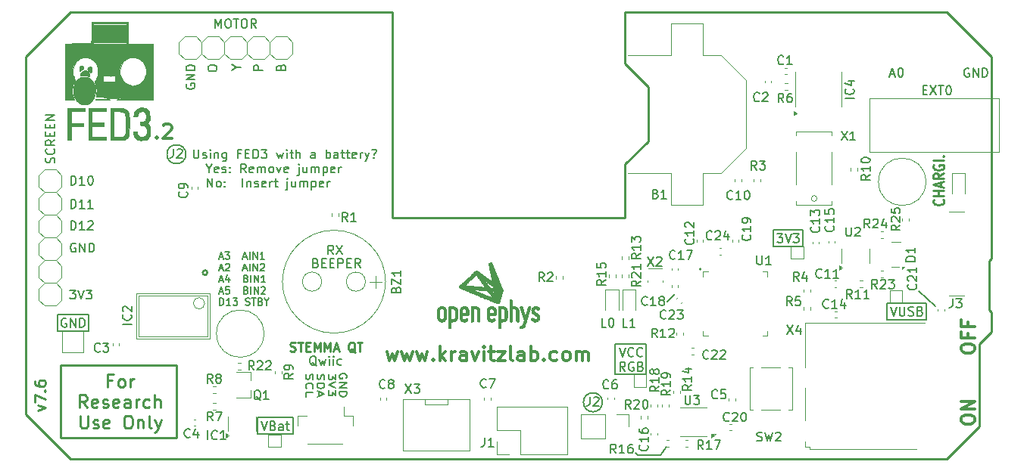
<source format=gbr>
%TF.GenerationSoftware,KiCad,Pcbnew,9.0.0*%
%TF.CreationDate,2025-08-29T01:04:51+01:00*%
%TF.ProjectId,FED3,46454433-2e6b-4696-9361-645f70636258,rev?*%
%TF.SameCoordinates,Original*%
%TF.FileFunction,Legend,Top*%
%TF.FilePolarity,Positive*%
%FSLAX46Y46*%
G04 Gerber Fmt 4.6, Leading zero omitted, Abs format (unit mm)*
G04 Created by KiCad (PCBNEW 9.0.0) date 2025-08-29 01:04:51*
%MOMM*%
%LPD*%
G01*
G04 APERTURE LIST*
%ADD10C,0.254000*%
%ADD11C,0.150000*%
%ADD12C,0.100000*%
%ADD13C,0.200000*%
%ADD14C,0.250000*%
%ADD15C,0.300000*%
%ADD16C,0.137160*%
%ADD17C,0.251460*%
%ADD18C,0.240000*%
%ADD19C,0.328168*%
%ADD20C,0.241808*%
%TA.AperFunction,Profile*%
%ADD21C,0.250000*%
%TD*%
G04 APERTURE END LIST*
D10*
X114821100Y-109175600D02*
G75*
G02*
X114313100Y-109175600I-254000J0D01*
G01*
X114313100Y-109175600D02*
G75*
G02*
X114821100Y-109175600I254000J0D01*
G01*
D11*
X112428915Y-95911085D02*
G75*
G02*
X110311085Y-95911085I-1058915J0D01*
G01*
X110311085Y-95911085D02*
G75*
G02*
X112428915Y-95911085I1058915J0D01*
G01*
X160440000Y-117186000D02*
X163900000Y-117186000D01*
X163900000Y-120566000D01*
X160440000Y-120566000D01*
X160440000Y-117186000D01*
D12*
X195150170Y-99000000D02*
G75*
G02*
X189849830Y-99000000I-2650170J0D01*
G01*
X189849830Y-99000000D02*
G75*
G02*
X195150170Y-99000000I2650170J0D01*
G01*
D11*
X98060000Y-113840000D02*
X101580000Y-113840000D01*
X101580000Y-115690000D01*
X98060000Y-115690000D01*
X98060000Y-113840000D01*
X158990000Y-123690000D02*
G75*
G02*
X156872170Y-123690000I-1058915J0D01*
G01*
X156872170Y-123690000D02*
G75*
G02*
X158990000Y-123690000I1058915J0D01*
G01*
D13*
X162900000Y-129570000D02*
X165490000Y-129570000D01*
D11*
X190790000Y-112600000D02*
X195210000Y-112600000D01*
X195210000Y-114450000D01*
X190790000Y-114450000D01*
X190790000Y-112600000D01*
X178060000Y-104380000D02*
X181420000Y-104380000D01*
X181420000Y-106230000D01*
X178060000Y-106230000D01*
X178060000Y-104380000D01*
D12*
X121150019Y-116000000D02*
G75*
G02*
X115849981Y-116000000I-2650019J0D01*
G01*
X115849981Y-116000000D02*
G75*
G02*
X121150019Y-116000000I2650019J0D01*
G01*
D13*
X194340000Y-111220000D02*
X196220000Y-112970000D01*
D11*
X120470000Y-125415000D02*
X124380000Y-125415000D01*
X124380000Y-127265000D01*
X120470000Y-127265000D01*
X120470000Y-125415000D01*
D13*
X162680000Y-129370000D02*
X162900000Y-129570000D01*
D10*
X111367000Y-119572000D02*
X111367000Y-127700000D01*
X98413000Y-119572000D02*
X111367000Y-119572000D01*
D13*
X165490000Y-129570000D02*
X166131759Y-128680000D01*
D10*
X98413000Y-127700000D02*
X98413000Y-119572000D01*
X111367000Y-127700000D02*
X98413000Y-127700000D01*
D13*
X166270000Y-112410000D02*
X167080000Y-111610000D01*
X97719600Y-96867945D02*
X97767219Y-96725088D01*
X97767219Y-96725088D02*
X97767219Y-96486993D01*
X97767219Y-96486993D02*
X97719600Y-96391755D01*
X97719600Y-96391755D02*
X97671980Y-96344136D01*
X97671980Y-96344136D02*
X97576742Y-96296517D01*
X97576742Y-96296517D02*
X97481504Y-96296517D01*
X97481504Y-96296517D02*
X97386266Y-96344136D01*
X97386266Y-96344136D02*
X97338647Y-96391755D01*
X97338647Y-96391755D02*
X97291028Y-96486993D01*
X97291028Y-96486993D02*
X97243409Y-96677469D01*
X97243409Y-96677469D02*
X97195790Y-96772707D01*
X97195790Y-96772707D02*
X97148171Y-96820326D01*
X97148171Y-96820326D02*
X97052933Y-96867945D01*
X97052933Y-96867945D02*
X96957695Y-96867945D01*
X96957695Y-96867945D02*
X96862457Y-96820326D01*
X96862457Y-96820326D02*
X96814838Y-96772707D01*
X96814838Y-96772707D02*
X96767219Y-96677469D01*
X96767219Y-96677469D02*
X96767219Y-96439374D01*
X96767219Y-96439374D02*
X96814838Y-96296517D01*
X97671980Y-95296517D02*
X97719600Y-95344136D01*
X97719600Y-95344136D02*
X97767219Y-95486993D01*
X97767219Y-95486993D02*
X97767219Y-95582231D01*
X97767219Y-95582231D02*
X97719600Y-95725088D01*
X97719600Y-95725088D02*
X97624361Y-95820326D01*
X97624361Y-95820326D02*
X97529123Y-95867945D01*
X97529123Y-95867945D02*
X97338647Y-95915564D01*
X97338647Y-95915564D02*
X97195790Y-95915564D01*
X97195790Y-95915564D02*
X97005314Y-95867945D01*
X97005314Y-95867945D02*
X96910076Y-95820326D01*
X96910076Y-95820326D02*
X96814838Y-95725088D01*
X96814838Y-95725088D02*
X96767219Y-95582231D01*
X96767219Y-95582231D02*
X96767219Y-95486993D01*
X96767219Y-95486993D02*
X96814838Y-95344136D01*
X96814838Y-95344136D02*
X96862457Y-95296517D01*
X97767219Y-94296517D02*
X97291028Y-94629850D01*
X97767219Y-94867945D02*
X96767219Y-94867945D01*
X96767219Y-94867945D02*
X96767219Y-94486993D01*
X96767219Y-94486993D02*
X96814838Y-94391755D01*
X96814838Y-94391755D02*
X96862457Y-94344136D01*
X96862457Y-94344136D02*
X96957695Y-94296517D01*
X96957695Y-94296517D02*
X97100552Y-94296517D01*
X97100552Y-94296517D02*
X97195790Y-94344136D01*
X97195790Y-94344136D02*
X97243409Y-94391755D01*
X97243409Y-94391755D02*
X97291028Y-94486993D01*
X97291028Y-94486993D02*
X97291028Y-94867945D01*
X97243409Y-93867945D02*
X97243409Y-93534612D01*
X97767219Y-93391755D02*
X97767219Y-93867945D01*
X97767219Y-93867945D02*
X96767219Y-93867945D01*
X96767219Y-93867945D02*
X96767219Y-93391755D01*
X97243409Y-92963183D02*
X97243409Y-92629850D01*
X97767219Y-92486993D02*
X97767219Y-92963183D01*
X97767219Y-92963183D02*
X96767219Y-92963183D01*
X96767219Y-92963183D02*
X96767219Y-92486993D01*
X97767219Y-92058421D02*
X96767219Y-92058421D01*
X96767219Y-92058421D02*
X97767219Y-91486993D01*
X97767219Y-91486993D02*
X96767219Y-91486993D01*
X126968006Y-108088409D02*
X127110863Y-108136028D01*
X127110863Y-108136028D02*
X127158482Y-108183647D01*
X127158482Y-108183647D02*
X127206101Y-108278885D01*
X127206101Y-108278885D02*
X127206101Y-108421742D01*
X127206101Y-108421742D02*
X127158482Y-108516980D01*
X127158482Y-108516980D02*
X127110863Y-108564600D01*
X127110863Y-108564600D02*
X127015625Y-108612219D01*
X127015625Y-108612219D02*
X126634673Y-108612219D01*
X126634673Y-108612219D02*
X126634673Y-107612219D01*
X126634673Y-107612219D02*
X126968006Y-107612219D01*
X126968006Y-107612219D02*
X127063244Y-107659838D01*
X127063244Y-107659838D02*
X127110863Y-107707457D01*
X127110863Y-107707457D02*
X127158482Y-107802695D01*
X127158482Y-107802695D02*
X127158482Y-107897933D01*
X127158482Y-107897933D02*
X127110863Y-107993171D01*
X127110863Y-107993171D02*
X127063244Y-108040790D01*
X127063244Y-108040790D02*
X126968006Y-108088409D01*
X126968006Y-108088409D02*
X126634673Y-108088409D01*
X127634673Y-108088409D02*
X127968006Y-108088409D01*
X128110863Y-108612219D02*
X127634673Y-108612219D01*
X127634673Y-108612219D02*
X127634673Y-107612219D01*
X127634673Y-107612219D02*
X128110863Y-107612219D01*
X128539435Y-108088409D02*
X128872768Y-108088409D01*
X129015625Y-108612219D02*
X128539435Y-108612219D01*
X128539435Y-108612219D02*
X128539435Y-107612219D01*
X128539435Y-107612219D02*
X129015625Y-107612219D01*
X129444197Y-108612219D02*
X129444197Y-107612219D01*
X129444197Y-107612219D02*
X129825149Y-107612219D01*
X129825149Y-107612219D02*
X129920387Y-107659838D01*
X129920387Y-107659838D02*
X129968006Y-107707457D01*
X129968006Y-107707457D02*
X130015625Y-107802695D01*
X130015625Y-107802695D02*
X130015625Y-107945552D01*
X130015625Y-107945552D02*
X129968006Y-108040790D01*
X129968006Y-108040790D02*
X129920387Y-108088409D01*
X129920387Y-108088409D02*
X129825149Y-108136028D01*
X129825149Y-108136028D02*
X129444197Y-108136028D01*
X130444197Y-108088409D02*
X130777530Y-108088409D01*
X130920387Y-108612219D02*
X130444197Y-108612219D01*
X130444197Y-108612219D02*
X130444197Y-107612219D01*
X130444197Y-107612219D02*
X130920387Y-107612219D01*
X131920387Y-108612219D02*
X131587054Y-108136028D01*
X131348959Y-108612219D02*
X131348959Y-107612219D01*
X131348959Y-107612219D02*
X131729911Y-107612219D01*
X131729911Y-107612219D02*
X131825149Y-107659838D01*
X131825149Y-107659838D02*
X131872768Y-107707457D01*
X131872768Y-107707457D02*
X131920387Y-107802695D01*
X131920387Y-107802695D02*
X131920387Y-107945552D01*
X131920387Y-107945552D02*
X131872768Y-108040790D01*
X131872768Y-108040790D02*
X131825149Y-108088409D01*
X131825149Y-108088409D02*
X131729911Y-108136028D01*
X131729911Y-108136028D02*
X131348959Y-108136028D01*
X125896400Y-120572054D02*
X125858304Y-120714911D01*
X125858304Y-120714911D02*
X125858304Y-120953006D01*
X125858304Y-120953006D02*
X125896400Y-121048244D01*
X125896400Y-121048244D02*
X125934495Y-121095863D01*
X125934495Y-121095863D02*
X126010685Y-121143482D01*
X126010685Y-121143482D02*
X126086876Y-121143482D01*
X126086876Y-121143482D02*
X126163066Y-121095863D01*
X126163066Y-121095863D02*
X126201161Y-121048244D01*
X126201161Y-121048244D02*
X126239257Y-120953006D01*
X126239257Y-120953006D02*
X126277352Y-120762530D01*
X126277352Y-120762530D02*
X126315447Y-120667292D01*
X126315447Y-120667292D02*
X126353542Y-120619673D01*
X126353542Y-120619673D02*
X126429733Y-120572054D01*
X126429733Y-120572054D02*
X126505923Y-120572054D01*
X126505923Y-120572054D02*
X126582114Y-120619673D01*
X126582114Y-120619673D02*
X126620209Y-120667292D01*
X126620209Y-120667292D02*
X126658304Y-120762530D01*
X126658304Y-120762530D02*
X126658304Y-121000625D01*
X126658304Y-121000625D02*
X126620209Y-121143482D01*
X125934495Y-122143482D02*
X125896400Y-122095863D01*
X125896400Y-122095863D02*
X125858304Y-121953006D01*
X125858304Y-121953006D02*
X125858304Y-121857768D01*
X125858304Y-121857768D02*
X125896400Y-121714911D01*
X125896400Y-121714911D02*
X125972590Y-121619673D01*
X125972590Y-121619673D02*
X126048780Y-121572054D01*
X126048780Y-121572054D02*
X126201161Y-121524435D01*
X126201161Y-121524435D02*
X126315447Y-121524435D01*
X126315447Y-121524435D02*
X126467828Y-121572054D01*
X126467828Y-121572054D02*
X126544019Y-121619673D01*
X126544019Y-121619673D02*
X126620209Y-121714911D01*
X126620209Y-121714911D02*
X126658304Y-121857768D01*
X126658304Y-121857768D02*
X126658304Y-121953006D01*
X126658304Y-121953006D02*
X126620209Y-122095863D01*
X126620209Y-122095863D02*
X126582114Y-122143482D01*
X125858304Y-123048244D02*
X125858304Y-122572054D01*
X125858304Y-122572054D02*
X126658304Y-122572054D01*
X127032381Y-119607457D02*
X126937143Y-119559838D01*
X126937143Y-119559838D02*
X126841905Y-119464600D01*
X126841905Y-119464600D02*
X126699048Y-119321742D01*
X126699048Y-119321742D02*
X126603810Y-119274123D01*
X126603810Y-119274123D02*
X126508572Y-119274123D01*
X126556191Y-119512219D02*
X126460953Y-119464600D01*
X126460953Y-119464600D02*
X126365715Y-119369361D01*
X126365715Y-119369361D02*
X126318096Y-119178885D01*
X126318096Y-119178885D02*
X126318096Y-118845552D01*
X126318096Y-118845552D02*
X126365715Y-118655076D01*
X126365715Y-118655076D02*
X126460953Y-118559838D01*
X126460953Y-118559838D02*
X126556191Y-118512219D01*
X126556191Y-118512219D02*
X126746667Y-118512219D01*
X126746667Y-118512219D02*
X126841905Y-118559838D01*
X126841905Y-118559838D02*
X126937143Y-118655076D01*
X126937143Y-118655076D02*
X126984762Y-118845552D01*
X126984762Y-118845552D02*
X126984762Y-119178885D01*
X126984762Y-119178885D02*
X126937143Y-119369361D01*
X126937143Y-119369361D02*
X126841905Y-119464600D01*
X126841905Y-119464600D02*
X126746667Y-119512219D01*
X126746667Y-119512219D02*
X126556191Y-119512219D01*
X127318096Y-118845552D02*
X127508572Y-119512219D01*
X127508572Y-119512219D02*
X127699048Y-119036028D01*
X127699048Y-119036028D02*
X127889524Y-119512219D01*
X127889524Y-119512219D02*
X128080000Y-118845552D01*
X128460953Y-119512219D02*
X128460953Y-118845552D01*
X128460953Y-118512219D02*
X128413334Y-118559838D01*
X128413334Y-118559838D02*
X128460953Y-118607457D01*
X128460953Y-118607457D02*
X128508572Y-118559838D01*
X128508572Y-118559838D02*
X128460953Y-118512219D01*
X128460953Y-118512219D02*
X128460953Y-118607457D01*
X128937143Y-119512219D02*
X128937143Y-118845552D01*
X128937143Y-118512219D02*
X128889524Y-118559838D01*
X128889524Y-118559838D02*
X128937143Y-118607457D01*
X128937143Y-118607457D02*
X128984762Y-118559838D01*
X128984762Y-118559838D02*
X128937143Y-118512219D01*
X128937143Y-118512219D02*
X128937143Y-118607457D01*
X129841904Y-119464600D02*
X129746666Y-119512219D01*
X129746666Y-119512219D02*
X129556190Y-119512219D01*
X129556190Y-119512219D02*
X129460952Y-119464600D01*
X129460952Y-119464600D02*
X129413333Y-119416980D01*
X129413333Y-119416980D02*
X129365714Y-119321742D01*
X129365714Y-119321742D02*
X129365714Y-119036028D01*
X129365714Y-119036028D02*
X129413333Y-118940790D01*
X129413333Y-118940790D02*
X129460952Y-118893171D01*
X129460952Y-118893171D02*
X129556190Y-118845552D01*
X129556190Y-118845552D02*
X129746666Y-118845552D01*
X129746666Y-118845552D02*
X129841904Y-118893171D01*
X113299673Y-95367331D02*
X113299673Y-96176854D01*
X113299673Y-96176854D02*
X113347292Y-96272092D01*
X113347292Y-96272092D02*
X113394911Y-96319712D01*
X113394911Y-96319712D02*
X113490149Y-96367331D01*
X113490149Y-96367331D02*
X113680625Y-96367331D01*
X113680625Y-96367331D02*
X113775863Y-96319712D01*
X113775863Y-96319712D02*
X113823482Y-96272092D01*
X113823482Y-96272092D02*
X113871101Y-96176854D01*
X113871101Y-96176854D02*
X113871101Y-95367331D01*
X114299673Y-96319712D02*
X114394911Y-96367331D01*
X114394911Y-96367331D02*
X114585387Y-96367331D01*
X114585387Y-96367331D02*
X114680625Y-96319712D01*
X114680625Y-96319712D02*
X114728244Y-96224473D01*
X114728244Y-96224473D02*
X114728244Y-96176854D01*
X114728244Y-96176854D02*
X114680625Y-96081616D01*
X114680625Y-96081616D02*
X114585387Y-96033997D01*
X114585387Y-96033997D02*
X114442530Y-96033997D01*
X114442530Y-96033997D02*
X114347292Y-95986378D01*
X114347292Y-95986378D02*
X114299673Y-95891140D01*
X114299673Y-95891140D02*
X114299673Y-95843521D01*
X114299673Y-95843521D02*
X114347292Y-95748283D01*
X114347292Y-95748283D02*
X114442530Y-95700664D01*
X114442530Y-95700664D02*
X114585387Y-95700664D01*
X114585387Y-95700664D02*
X114680625Y-95748283D01*
X115156816Y-96367331D02*
X115156816Y-95700664D01*
X115156816Y-95367331D02*
X115109197Y-95414950D01*
X115109197Y-95414950D02*
X115156816Y-95462569D01*
X115156816Y-95462569D02*
X115204435Y-95414950D01*
X115204435Y-95414950D02*
X115156816Y-95367331D01*
X115156816Y-95367331D02*
X115156816Y-95462569D01*
X115633006Y-95700664D02*
X115633006Y-96367331D01*
X115633006Y-95795902D02*
X115680625Y-95748283D01*
X115680625Y-95748283D02*
X115775863Y-95700664D01*
X115775863Y-95700664D02*
X115918720Y-95700664D01*
X115918720Y-95700664D02*
X116013958Y-95748283D01*
X116013958Y-95748283D02*
X116061577Y-95843521D01*
X116061577Y-95843521D02*
X116061577Y-96367331D01*
X116966339Y-95700664D02*
X116966339Y-96510188D01*
X116966339Y-96510188D02*
X116918720Y-96605426D01*
X116918720Y-96605426D02*
X116871101Y-96653045D01*
X116871101Y-96653045D02*
X116775863Y-96700664D01*
X116775863Y-96700664D02*
X116633006Y-96700664D01*
X116633006Y-96700664D02*
X116537768Y-96653045D01*
X116966339Y-96319712D02*
X116871101Y-96367331D01*
X116871101Y-96367331D02*
X116680625Y-96367331D01*
X116680625Y-96367331D02*
X116585387Y-96319712D01*
X116585387Y-96319712D02*
X116537768Y-96272092D01*
X116537768Y-96272092D02*
X116490149Y-96176854D01*
X116490149Y-96176854D02*
X116490149Y-95891140D01*
X116490149Y-95891140D02*
X116537768Y-95795902D01*
X116537768Y-95795902D02*
X116585387Y-95748283D01*
X116585387Y-95748283D02*
X116680625Y-95700664D01*
X116680625Y-95700664D02*
X116871101Y-95700664D01*
X116871101Y-95700664D02*
X116966339Y-95748283D01*
X118537768Y-95843521D02*
X118204435Y-95843521D01*
X118204435Y-96367331D02*
X118204435Y-95367331D01*
X118204435Y-95367331D02*
X118680625Y-95367331D01*
X119061578Y-95843521D02*
X119394911Y-95843521D01*
X119537768Y-96367331D02*
X119061578Y-96367331D01*
X119061578Y-96367331D02*
X119061578Y-95367331D01*
X119061578Y-95367331D02*
X119537768Y-95367331D01*
X119966340Y-96367331D02*
X119966340Y-95367331D01*
X119966340Y-95367331D02*
X120204435Y-95367331D01*
X120204435Y-95367331D02*
X120347292Y-95414950D01*
X120347292Y-95414950D02*
X120442530Y-95510188D01*
X120442530Y-95510188D02*
X120490149Y-95605426D01*
X120490149Y-95605426D02*
X120537768Y-95795902D01*
X120537768Y-95795902D02*
X120537768Y-95938759D01*
X120537768Y-95938759D02*
X120490149Y-96129235D01*
X120490149Y-96129235D02*
X120442530Y-96224473D01*
X120442530Y-96224473D02*
X120347292Y-96319712D01*
X120347292Y-96319712D02*
X120204435Y-96367331D01*
X120204435Y-96367331D02*
X119966340Y-96367331D01*
X120871102Y-95367331D02*
X121490149Y-95367331D01*
X121490149Y-95367331D02*
X121156816Y-95748283D01*
X121156816Y-95748283D02*
X121299673Y-95748283D01*
X121299673Y-95748283D02*
X121394911Y-95795902D01*
X121394911Y-95795902D02*
X121442530Y-95843521D01*
X121442530Y-95843521D02*
X121490149Y-95938759D01*
X121490149Y-95938759D02*
X121490149Y-96176854D01*
X121490149Y-96176854D02*
X121442530Y-96272092D01*
X121442530Y-96272092D02*
X121394911Y-96319712D01*
X121394911Y-96319712D02*
X121299673Y-96367331D01*
X121299673Y-96367331D02*
X121013959Y-96367331D01*
X121013959Y-96367331D02*
X120918721Y-96319712D01*
X120918721Y-96319712D02*
X120871102Y-96272092D01*
X122585388Y-95700664D02*
X122775864Y-96367331D01*
X122775864Y-96367331D02*
X122966340Y-95891140D01*
X122966340Y-95891140D02*
X123156816Y-96367331D01*
X123156816Y-96367331D02*
X123347292Y-95700664D01*
X123728245Y-96367331D02*
X123728245Y-95700664D01*
X123728245Y-95367331D02*
X123680626Y-95414950D01*
X123680626Y-95414950D02*
X123728245Y-95462569D01*
X123728245Y-95462569D02*
X123775864Y-95414950D01*
X123775864Y-95414950D02*
X123728245Y-95367331D01*
X123728245Y-95367331D02*
X123728245Y-95462569D01*
X124061578Y-95700664D02*
X124442530Y-95700664D01*
X124204435Y-95367331D02*
X124204435Y-96224473D01*
X124204435Y-96224473D02*
X124252054Y-96319712D01*
X124252054Y-96319712D02*
X124347292Y-96367331D01*
X124347292Y-96367331D02*
X124442530Y-96367331D01*
X124775864Y-96367331D02*
X124775864Y-95367331D01*
X125204435Y-96367331D02*
X125204435Y-95843521D01*
X125204435Y-95843521D02*
X125156816Y-95748283D01*
X125156816Y-95748283D02*
X125061578Y-95700664D01*
X125061578Y-95700664D02*
X124918721Y-95700664D01*
X124918721Y-95700664D02*
X124823483Y-95748283D01*
X124823483Y-95748283D02*
X124775864Y-95795902D01*
X126871102Y-96367331D02*
X126871102Y-95843521D01*
X126871102Y-95843521D02*
X126823483Y-95748283D01*
X126823483Y-95748283D02*
X126728245Y-95700664D01*
X126728245Y-95700664D02*
X126537769Y-95700664D01*
X126537769Y-95700664D02*
X126442531Y-95748283D01*
X126871102Y-96319712D02*
X126775864Y-96367331D01*
X126775864Y-96367331D02*
X126537769Y-96367331D01*
X126537769Y-96367331D02*
X126442531Y-96319712D01*
X126442531Y-96319712D02*
X126394912Y-96224473D01*
X126394912Y-96224473D02*
X126394912Y-96129235D01*
X126394912Y-96129235D02*
X126442531Y-96033997D01*
X126442531Y-96033997D02*
X126537769Y-95986378D01*
X126537769Y-95986378D02*
X126775864Y-95986378D01*
X126775864Y-95986378D02*
X126871102Y-95938759D01*
X128109198Y-96367331D02*
X128109198Y-95367331D01*
X128109198Y-95748283D02*
X128204436Y-95700664D01*
X128204436Y-95700664D02*
X128394912Y-95700664D01*
X128394912Y-95700664D02*
X128490150Y-95748283D01*
X128490150Y-95748283D02*
X128537769Y-95795902D01*
X128537769Y-95795902D02*
X128585388Y-95891140D01*
X128585388Y-95891140D02*
X128585388Y-96176854D01*
X128585388Y-96176854D02*
X128537769Y-96272092D01*
X128537769Y-96272092D02*
X128490150Y-96319712D01*
X128490150Y-96319712D02*
X128394912Y-96367331D01*
X128394912Y-96367331D02*
X128204436Y-96367331D01*
X128204436Y-96367331D02*
X128109198Y-96319712D01*
X129442531Y-96367331D02*
X129442531Y-95843521D01*
X129442531Y-95843521D02*
X129394912Y-95748283D01*
X129394912Y-95748283D02*
X129299674Y-95700664D01*
X129299674Y-95700664D02*
X129109198Y-95700664D01*
X129109198Y-95700664D02*
X129013960Y-95748283D01*
X129442531Y-96319712D02*
X129347293Y-96367331D01*
X129347293Y-96367331D02*
X129109198Y-96367331D01*
X129109198Y-96367331D02*
X129013960Y-96319712D01*
X129013960Y-96319712D02*
X128966341Y-96224473D01*
X128966341Y-96224473D02*
X128966341Y-96129235D01*
X128966341Y-96129235D02*
X129013960Y-96033997D01*
X129013960Y-96033997D02*
X129109198Y-95986378D01*
X129109198Y-95986378D02*
X129347293Y-95986378D01*
X129347293Y-95986378D02*
X129442531Y-95938759D01*
X129775865Y-95700664D02*
X130156817Y-95700664D01*
X129918722Y-95367331D02*
X129918722Y-96224473D01*
X129918722Y-96224473D02*
X129966341Y-96319712D01*
X129966341Y-96319712D02*
X130061579Y-96367331D01*
X130061579Y-96367331D02*
X130156817Y-96367331D01*
X130347294Y-95700664D02*
X130728246Y-95700664D01*
X130490151Y-95367331D02*
X130490151Y-96224473D01*
X130490151Y-96224473D02*
X130537770Y-96319712D01*
X130537770Y-96319712D02*
X130633008Y-96367331D01*
X130633008Y-96367331D02*
X130728246Y-96367331D01*
X131442532Y-96319712D02*
X131347294Y-96367331D01*
X131347294Y-96367331D02*
X131156818Y-96367331D01*
X131156818Y-96367331D02*
X131061580Y-96319712D01*
X131061580Y-96319712D02*
X131013961Y-96224473D01*
X131013961Y-96224473D02*
X131013961Y-95843521D01*
X131013961Y-95843521D02*
X131061580Y-95748283D01*
X131061580Y-95748283D02*
X131156818Y-95700664D01*
X131156818Y-95700664D02*
X131347294Y-95700664D01*
X131347294Y-95700664D02*
X131442532Y-95748283D01*
X131442532Y-95748283D02*
X131490151Y-95843521D01*
X131490151Y-95843521D02*
X131490151Y-95938759D01*
X131490151Y-95938759D02*
X131013961Y-96033997D01*
X131918723Y-96367331D02*
X131918723Y-95700664D01*
X131918723Y-95891140D02*
X131966342Y-95795902D01*
X131966342Y-95795902D02*
X132013961Y-95748283D01*
X132013961Y-95748283D02*
X132109199Y-95700664D01*
X132109199Y-95700664D02*
X132204437Y-95700664D01*
X132442533Y-95700664D02*
X132680628Y-96367331D01*
X132918723Y-95700664D02*
X132680628Y-96367331D01*
X132680628Y-96367331D02*
X132585390Y-96605426D01*
X132585390Y-96605426D02*
X132537771Y-96653045D01*
X132537771Y-96653045D02*
X132442533Y-96700664D01*
X133442533Y-96272092D02*
X133490152Y-96319712D01*
X133490152Y-96319712D02*
X133442533Y-96367331D01*
X133442533Y-96367331D02*
X133394914Y-96319712D01*
X133394914Y-96319712D02*
X133442533Y-96272092D01*
X133442533Y-96272092D02*
X133442533Y-96367331D01*
X133252057Y-95414950D02*
X133347295Y-95367331D01*
X133347295Y-95367331D02*
X133585390Y-95367331D01*
X133585390Y-95367331D02*
X133680628Y-95414950D01*
X133680628Y-95414950D02*
X133728247Y-95510188D01*
X133728247Y-95510188D02*
X133728247Y-95605426D01*
X133728247Y-95605426D02*
X133680628Y-95700664D01*
X133680628Y-95700664D02*
X133633009Y-95748283D01*
X133633009Y-95748283D02*
X133537771Y-95795902D01*
X133537771Y-95795902D02*
X133490152Y-95843521D01*
X133490152Y-95843521D02*
X133442533Y-95938759D01*
X133442533Y-95938759D02*
X133442533Y-95986378D01*
X115013959Y-97501084D02*
X115013959Y-97977275D01*
X114680626Y-96977275D02*
X115013959Y-97501084D01*
X115013959Y-97501084D02*
X115347292Y-96977275D01*
X116061578Y-97929656D02*
X115966340Y-97977275D01*
X115966340Y-97977275D02*
X115775864Y-97977275D01*
X115775864Y-97977275D02*
X115680626Y-97929656D01*
X115680626Y-97929656D02*
X115633007Y-97834417D01*
X115633007Y-97834417D02*
X115633007Y-97453465D01*
X115633007Y-97453465D02*
X115680626Y-97358227D01*
X115680626Y-97358227D02*
X115775864Y-97310608D01*
X115775864Y-97310608D02*
X115966340Y-97310608D01*
X115966340Y-97310608D02*
X116061578Y-97358227D01*
X116061578Y-97358227D02*
X116109197Y-97453465D01*
X116109197Y-97453465D02*
X116109197Y-97548703D01*
X116109197Y-97548703D02*
X115633007Y-97643941D01*
X116490150Y-97929656D02*
X116585388Y-97977275D01*
X116585388Y-97977275D02*
X116775864Y-97977275D01*
X116775864Y-97977275D02*
X116871102Y-97929656D01*
X116871102Y-97929656D02*
X116918721Y-97834417D01*
X116918721Y-97834417D02*
X116918721Y-97786798D01*
X116918721Y-97786798D02*
X116871102Y-97691560D01*
X116871102Y-97691560D02*
X116775864Y-97643941D01*
X116775864Y-97643941D02*
X116633007Y-97643941D01*
X116633007Y-97643941D02*
X116537769Y-97596322D01*
X116537769Y-97596322D02*
X116490150Y-97501084D01*
X116490150Y-97501084D02*
X116490150Y-97453465D01*
X116490150Y-97453465D02*
X116537769Y-97358227D01*
X116537769Y-97358227D02*
X116633007Y-97310608D01*
X116633007Y-97310608D02*
X116775864Y-97310608D01*
X116775864Y-97310608D02*
X116871102Y-97358227D01*
X117347293Y-97882036D02*
X117394912Y-97929656D01*
X117394912Y-97929656D02*
X117347293Y-97977275D01*
X117347293Y-97977275D02*
X117299674Y-97929656D01*
X117299674Y-97929656D02*
X117347293Y-97882036D01*
X117347293Y-97882036D02*
X117347293Y-97977275D01*
X117347293Y-97358227D02*
X117394912Y-97405846D01*
X117394912Y-97405846D02*
X117347293Y-97453465D01*
X117347293Y-97453465D02*
X117299674Y-97405846D01*
X117299674Y-97405846D02*
X117347293Y-97358227D01*
X117347293Y-97358227D02*
X117347293Y-97453465D01*
X119156816Y-97977275D02*
X118823483Y-97501084D01*
X118585388Y-97977275D02*
X118585388Y-96977275D01*
X118585388Y-96977275D02*
X118966340Y-96977275D01*
X118966340Y-96977275D02*
X119061578Y-97024894D01*
X119061578Y-97024894D02*
X119109197Y-97072513D01*
X119109197Y-97072513D02*
X119156816Y-97167751D01*
X119156816Y-97167751D02*
X119156816Y-97310608D01*
X119156816Y-97310608D02*
X119109197Y-97405846D01*
X119109197Y-97405846D02*
X119061578Y-97453465D01*
X119061578Y-97453465D02*
X118966340Y-97501084D01*
X118966340Y-97501084D02*
X118585388Y-97501084D01*
X119966340Y-97929656D02*
X119871102Y-97977275D01*
X119871102Y-97977275D02*
X119680626Y-97977275D01*
X119680626Y-97977275D02*
X119585388Y-97929656D01*
X119585388Y-97929656D02*
X119537769Y-97834417D01*
X119537769Y-97834417D02*
X119537769Y-97453465D01*
X119537769Y-97453465D02*
X119585388Y-97358227D01*
X119585388Y-97358227D02*
X119680626Y-97310608D01*
X119680626Y-97310608D02*
X119871102Y-97310608D01*
X119871102Y-97310608D02*
X119966340Y-97358227D01*
X119966340Y-97358227D02*
X120013959Y-97453465D01*
X120013959Y-97453465D02*
X120013959Y-97548703D01*
X120013959Y-97548703D02*
X119537769Y-97643941D01*
X120442531Y-97977275D02*
X120442531Y-97310608D01*
X120442531Y-97405846D02*
X120490150Y-97358227D01*
X120490150Y-97358227D02*
X120585388Y-97310608D01*
X120585388Y-97310608D02*
X120728245Y-97310608D01*
X120728245Y-97310608D02*
X120823483Y-97358227D01*
X120823483Y-97358227D02*
X120871102Y-97453465D01*
X120871102Y-97453465D02*
X120871102Y-97977275D01*
X120871102Y-97453465D02*
X120918721Y-97358227D01*
X120918721Y-97358227D02*
X121013959Y-97310608D01*
X121013959Y-97310608D02*
X121156816Y-97310608D01*
X121156816Y-97310608D02*
X121252055Y-97358227D01*
X121252055Y-97358227D02*
X121299674Y-97453465D01*
X121299674Y-97453465D02*
X121299674Y-97977275D01*
X121918721Y-97977275D02*
X121823483Y-97929656D01*
X121823483Y-97929656D02*
X121775864Y-97882036D01*
X121775864Y-97882036D02*
X121728245Y-97786798D01*
X121728245Y-97786798D02*
X121728245Y-97501084D01*
X121728245Y-97501084D02*
X121775864Y-97405846D01*
X121775864Y-97405846D02*
X121823483Y-97358227D01*
X121823483Y-97358227D02*
X121918721Y-97310608D01*
X121918721Y-97310608D02*
X122061578Y-97310608D01*
X122061578Y-97310608D02*
X122156816Y-97358227D01*
X122156816Y-97358227D02*
X122204435Y-97405846D01*
X122204435Y-97405846D02*
X122252054Y-97501084D01*
X122252054Y-97501084D02*
X122252054Y-97786798D01*
X122252054Y-97786798D02*
X122204435Y-97882036D01*
X122204435Y-97882036D02*
X122156816Y-97929656D01*
X122156816Y-97929656D02*
X122061578Y-97977275D01*
X122061578Y-97977275D02*
X121918721Y-97977275D01*
X122585388Y-97310608D02*
X122823483Y-97977275D01*
X122823483Y-97977275D02*
X123061578Y-97310608D01*
X123823483Y-97929656D02*
X123728245Y-97977275D01*
X123728245Y-97977275D02*
X123537769Y-97977275D01*
X123537769Y-97977275D02*
X123442531Y-97929656D01*
X123442531Y-97929656D02*
X123394912Y-97834417D01*
X123394912Y-97834417D02*
X123394912Y-97453465D01*
X123394912Y-97453465D02*
X123442531Y-97358227D01*
X123442531Y-97358227D02*
X123537769Y-97310608D01*
X123537769Y-97310608D02*
X123728245Y-97310608D01*
X123728245Y-97310608D02*
X123823483Y-97358227D01*
X123823483Y-97358227D02*
X123871102Y-97453465D01*
X123871102Y-97453465D02*
X123871102Y-97548703D01*
X123871102Y-97548703D02*
X123394912Y-97643941D01*
X125061579Y-97310608D02*
X125061579Y-98167751D01*
X125061579Y-98167751D02*
X125013960Y-98262989D01*
X125013960Y-98262989D02*
X124918722Y-98310608D01*
X124918722Y-98310608D02*
X124871103Y-98310608D01*
X125061579Y-96977275D02*
X125013960Y-97024894D01*
X125013960Y-97024894D02*
X125061579Y-97072513D01*
X125061579Y-97072513D02*
X125109198Y-97024894D01*
X125109198Y-97024894D02*
X125061579Y-96977275D01*
X125061579Y-96977275D02*
X125061579Y-97072513D01*
X125966340Y-97310608D02*
X125966340Y-97977275D01*
X125537769Y-97310608D02*
X125537769Y-97834417D01*
X125537769Y-97834417D02*
X125585388Y-97929656D01*
X125585388Y-97929656D02*
X125680626Y-97977275D01*
X125680626Y-97977275D02*
X125823483Y-97977275D01*
X125823483Y-97977275D02*
X125918721Y-97929656D01*
X125918721Y-97929656D02*
X125966340Y-97882036D01*
X126442531Y-97977275D02*
X126442531Y-97310608D01*
X126442531Y-97405846D02*
X126490150Y-97358227D01*
X126490150Y-97358227D02*
X126585388Y-97310608D01*
X126585388Y-97310608D02*
X126728245Y-97310608D01*
X126728245Y-97310608D02*
X126823483Y-97358227D01*
X126823483Y-97358227D02*
X126871102Y-97453465D01*
X126871102Y-97453465D02*
X126871102Y-97977275D01*
X126871102Y-97453465D02*
X126918721Y-97358227D01*
X126918721Y-97358227D02*
X127013959Y-97310608D01*
X127013959Y-97310608D02*
X127156816Y-97310608D01*
X127156816Y-97310608D02*
X127252055Y-97358227D01*
X127252055Y-97358227D02*
X127299674Y-97453465D01*
X127299674Y-97453465D02*
X127299674Y-97977275D01*
X127775864Y-97310608D02*
X127775864Y-98310608D01*
X127775864Y-97358227D02*
X127871102Y-97310608D01*
X127871102Y-97310608D02*
X128061578Y-97310608D01*
X128061578Y-97310608D02*
X128156816Y-97358227D01*
X128156816Y-97358227D02*
X128204435Y-97405846D01*
X128204435Y-97405846D02*
X128252054Y-97501084D01*
X128252054Y-97501084D02*
X128252054Y-97786798D01*
X128252054Y-97786798D02*
X128204435Y-97882036D01*
X128204435Y-97882036D02*
X128156816Y-97929656D01*
X128156816Y-97929656D02*
X128061578Y-97977275D01*
X128061578Y-97977275D02*
X127871102Y-97977275D01*
X127871102Y-97977275D02*
X127775864Y-97929656D01*
X129061578Y-97929656D02*
X128966340Y-97977275D01*
X128966340Y-97977275D02*
X128775864Y-97977275D01*
X128775864Y-97977275D02*
X128680626Y-97929656D01*
X128680626Y-97929656D02*
X128633007Y-97834417D01*
X128633007Y-97834417D02*
X128633007Y-97453465D01*
X128633007Y-97453465D02*
X128680626Y-97358227D01*
X128680626Y-97358227D02*
X128775864Y-97310608D01*
X128775864Y-97310608D02*
X128966340Y-97310608D01*
X128966340Y-97310608D02*
X129061578Y-97358227D01*
X129061578Y-97358227D02*
X129109197Y-97453465D01*
X129109197Y-97453465D02*
X129109197Y-97548703D01*
X129109197Y-97548703D02*
X128633007Y-97643941D01*
X129537769Y-97977275D02*
X129537769Y-97310608D01*
X129537769Y-97501084D02*
X129585388Y-97405846D01*
X129585388Y-97405846D02*
X129633007Y-97358227D01*
X129633007Y-97358227D02*
X129728245Y-97310608D01*
X129728245Y-97310608D02*
X129823483Y-97310608D01*
X114823483Y-99587219D02*
X114823483Y-98587219D01*
X114823483Y-98587219D02*
X115394911Y-99587219D01*
X115394911Y-99587219D02*
X115394911Y-98587219D01*
X116013959Y-99587219D02*
X115918721Y-99539600D01*
X115918721Y-99539600D02*
X115871102Y-99491980D01*
X115871102Y-99491980D02*
X115823483Y-99396742D01*
X115823483Y-99396742D02*
X115823483Y-99111028D01*
X115823483Y-99111028D02*
X115871102Y-99015790D01*
X115871102Y-99015790D02*
X115918721Y-98968171D01*
X115918721Y-98968171D02*
X116013959Y-98920552D01*
X116013959Y-98920552D02*
X116156816Y-98920552D01*
X116156816Y-98920552D02*
X116252054Y-98968171D01*
X116252054Y-98968171D02*
X116299673Y-99015790D01*
X116299673Y-99015790D02*
X116347292Y-99111028D01*
X116347292Y-99111028D02*
X116347292Y-99396742D01*
X116347292Y-99396742D02*
X116299673Y-99491980D01*
X116299673Y-99491980D02*
X116252054Y-99539600D01*
X116252054Y-99539600D02*
X116156816Y-99587219D01*
X116156816Y-99587219D02*
X116013959Y-99587219D01*
X116775864Y-99491980D02*
X116823483Y-99539600D01*
X116823483Y-99539600D02*
X116775864Y-99587219D01*
X116775864Y-99587219D02*
X116728245Y-99539600D01*
X116728245Y-99539600D02*
X116775864Y-99491980D01*
X116775864Y-99491980D02*
X116775864Y-99587219D01*
X116775864Y-98968171D02*
X116823483Y-99015790D01*
X116823483Y-99015790D02*
X116775864Y-99063409D01*
X116775864Y-99063409D02*
X116728245Y-99015790D01*
X116728245Y-99015790D02*
X116775864Y-98968171D01*
X116775864Y-98968171D02*
X116775864Y-99063409D01*
X118775864Y-99587219D02*
X118775864Y-98587219D01*
X119252054Y-98920552D02*
X119252054Y-99587219D01*
X119252054Y-99015790D02*
X119299673Y-98968171D01*
X119299673Y-98968171D02*
X119394911Y-98920552D01*
X119394911Y-98920552D02*
X119537768Y-98920552D01*
X119537768Y-98920552D02*
X119633006Y-98968171D01*
X119633006Y-98968171D02*
X119680625Y-99063409D01*
X119680625Y-99063409D02*
X119680625Y-99587219D01*
X120109197Y-99539600D02*
X120204435Y-99587219D01*
X120204435Y-99587219D02*
X120394911Y-99587219D01*
X120394911Y-99587219D02*
X120490149Y-99539600D01*
X120490149Y-99539600D02*
X120537768Y-99444361D01*
X120537768Y-99444361D02*
X120537768Y-99396742D01*
X120537768Y-99396742D02*
X120490149Y-99301504D01*
X120490149Y-99301504D02*
X120394911Y-99253885D01*
X120394911Y-99253885D02*
X120252054Y-99253885D01*
X120252054Y-99253885D02*
X120156816Y-99206266D01*
X120156816Y-99206266D02*
X120109197Y-99111028D01*
X120109197Y-99111028D02*
X120109197Y-99063409D01*
X120109197Y-99063409D02*
X120156816Y-98968171D01*
X120156816Y-98968171D02*
X120252054Y-98920552D01*
X120252054Y-98920552D02*
X120394911Y-98920552D01*
X120394911Y-98920552D02*
X120490149Y-98968171D01*
X121347292Y-99539600D02*
X121252054Y-99587219D01*
X121252054Y-99587219D02*
X121061578Y-99587219D01*
X121061578Y-99587219D02*
X120966340Y-99539600D01*
X120966340Y-99539600D02*
X120918721Y-99444361D01*
X120918721Y-99444361D02*
X120918721Y-99063409D01*
X120918721Y-99063409D02*
X120966340Y-98968171D01*
X120966340Y-98968171D02*
X121061578Y-98920552D01*
X121061578Y-98920552D02*
X121252054Y-98920552D01*
X121252054Y-98920552D02*
X121347292Y-98968171D01*
X121347292Y-98968171D02*
X121394911Y-99063409D01*
X121394911Y-99063409D02*
X121394911Y-99158647D01*
X121394911Y-99158647D02*
X120918721Y-99253885D01*
X121823483Y-99587219D02*
X121823483Y-98920552D01*
X121823483Y-99111028D02*
X121871102Y-99015790D01*
X121871102Y-99015790D02*
X121918721Y-98968171D01*
X121918721Y-98968171D02*
X122013959Y-98920552D01*
X122013959Y-98920552D02*
X122109197Y-98920552D01*
X122299674Y-98920552D02*
X122680626Y-98920552D01*
X122442531Y-98587219D02*
X122442531Y-99444361D01*
X122442531Y-99444361D02*
X122490150Y-99539600D01*
X122490150Y-99539600D02*
X122585388Y-99587219D01*
X122585388Y-99587219D02*
X122680626Y-99587219D01*
X123775865Y-98920552D02*
X123775865Y-99777695D01*
X123775865Y-99777695D02*
X123728246Y-99872933D01*
X123728246Y-99872933D02*
X123633008Y-99920552D01*
X123633008Y-99920552D02*
X123585389Y-99920552D01*
X123775865Y-98587219D02*
X123728246Y-98634838D01*
X123728246Y-98634838D02*
X123775865Y-98682457D01*
X123775865Y-98682457D02*
X123823484Y-98634838D01*
X123823484Y-98634838D02*
X123775865Y-98587219D01*
X123775865Y-98587219D02*
X123775865Y-98682457D01*
X124680626Y-98920552D02*
X124680626Y-99587219D01*
X124252055Y-98920552D02*
X124252055Y-99444361D01*
X124252055Y-99444361D02*
X124299674Y-99539600D01*
X124299674Y-99539600D02*
X124394912Y-99587219D01*
X124394912Y-99587219D02*
X124537769Y-99587219D01*
X124537769Y-99587219D02*
X124633007Y-99539600D01*
X124633007Y-99539600D02*
X124680626Y-99491980D01*
X125156817Y-99587219D02*
X125156817Y-98920552D01*
X125156817Y-99015790D02*
X125204436Y-98968171D01*
X125204436Y-98968171D02*
X125299674Y-98920552D01*
X125299674Y-98920552D02*
X125442531Y-98920552D01*
X125442531Y-98920552D02*
X125537769Y-98968171D01*
X125537769Y-98968171D02*
X125585388Y-99063409D01*
X125585388Y-99063409D02*
X125585388Y-99587219D01*
X125585388Y-99063409D02*
X125633007Y-98968171D01*
X125633007Y-98968171D02*
X125728245Y-98920552D01*
X125728245Y-98920552D02*
X125871102Y-98920552D01*
X125871102Y-98920552D02*
X125966341Y-98968171D01*
X125966341Y-98968171D02*
X126013960Y-99063409D01*
X126013960Y-99063409D02*
X126013960Y-99587219D01*
X126490150Y-98920552D02*
X126490150Y-99920552D01*
X126490150Y-98968171D02*
X126585388Y-98920552D01*
X126585388Y-98920552D02*
X126775864Y-98920552D01*
X126775864Y-98920552D02*
X126871102Y-98968171D01*
X126871102Y-98968171D02*
X126918721Y-99015790D01*
X126918721Y-99015790D02*
X126966340Y-99111028D01*
X126966340Y-99111028D02*
X126966340Y-99396742D01*
X126966340Y-99396742D02*
X126918721Y-99491980D01*
X126918721Y-99491980D02*
X126871102Y-99539600D01*
X126871102Y-99539600D02*
X126775864Y-99587219D01*
X126775864Y-99587219D02*
X126585388Y-99587219D01*
X126585388Y-99587219D02*
X126490150Y-99539600D01*
X127775864Y-99539600D02*
X127680626Y-99587219D01*
X127680626Y-99587219D02*
X127490150Y-99587219D01*
X127490150Y-99587219D02*
X127394912Y-99539600D01*
X127394912Y-99539600D02*
X127347293Y-99444361D01*
X127347293Y-99444361D02*
X127347293Y-99063409D01*
X127347293Y-99063409D02*
X127394912Y-98968171D01*
X127394912Y-98968171D02*
X127490150Y-98920552D01*
X127490150Y-98920552D02*
X127680626Y-98920552D01*
X127680626Y-98920552D02*
X127775864Y-98968171D01*
X127775864Y-98968171D02*
X127823483Y-99063409D01*
X127823483Y-99063409D02*
X127823483Y-99158647D01*
X127823483Y-99158647D02*
X127347293Y-99253885D01*
X128252055Y-99587219D02*
X128252055Y-98920552D01*
X128252055Y-99111028D02*
X128299674Y-99015790D01*
X128299674Y-99015790D02*
X128347293Y-98968171D01*
X128347293Y-98968171D02*
X128442531Y-98920552D01*
X128442531Y-98920552D02*
X128537769Y-98920552D01*
X118091028Y-86174374D02*
X118567219Y-86174374D01*
X117567219Y-86507707D02*
X118091028Y-86174374D01*
X118091028Y-86174374D02*
X117567219Y-85841041D01*
X123068409Y-86174374D02*
X123116028Y-86031517D01*
X123116028Y-86031517D02*
X123163647Y-85983898D01*
X123163647Y-85983898D02*
X123258885Y-85936279D01*
X123258885Y-85936279D02*
X123401742Y-85936279D01*
X123401742Y-85936279D02*
X123496980Y-85983898D01*
X123496980Y-85983898D02*
X123544600Y-86031517D01*
X123544600Y-86031517D02*
X123592219Y-86126755D01*
X123592219Y-86126755D02*
X123592219Y-86507707D01*
X123592219Y-86507707D02*
X122592219Y-86507707D01*
X122592219Y-86507707D02*
X122592219Y-86174374D01*
X122592219Y-86174374D02*
X122639838Y-86079136D01*
X122639838Y-86079136D02*
X122687457Y-86031517D01*
X122687457Y-86031517D02*
X122782695Y-85983898D01*
X122782695Y-85983898D02*
X122877933Y-85983898D01*
X122877933Y-85983898D02*
X122973171Y-86031517D01*
X122973171Y-86031517D02*
X123020790Y-86079136D01*
X123020790Y-86079136D02*
X123068409Y-86174374D01*
X123068409Y-86174374D02*
X123068409Y-86507707D01*
X115719673Y-81767219D02*
X115719673Y-80767219D01*
X115719673Y-80767219D02*
X116053006Y-81481504D01*
X116053006Y-81481504D02*
X116386339Y-80767219D01*
X116386339Y-80767219D02*
X116386339Y-81767219D01*
X117053006Y-80767219D02*
X117243482Y-80767219D01*
X117243482Y-80767219D02*
X117338720Y-80814838D01*
X117338720Y-80814838D02*
X117433958Y-80910076D01*
X117433958Y-80910076D02*
X117481577Y-81100552D01*
X117481577Y-81100552D02*
X117481577Y-81433885D01*
X117481577Y-81433885D02*
X117433958Y-81624361D01*
X117433958Y-81624361D02*
X117338720Y-81719600D01*
X117338720Y-81719600D02*
X117243482Y-81767219D01*
X117243482Y-81767219D02*
X117053006Y-81767219D01*
X117053006Y-81767219D02*
X116957768Y-81719600D01*
X116957768Y-81719600D02*
X116862530Y-81624361D01*
X116862530Y-81624361D02*
X116814911Y-81433885D01*
X116814911Y-81433885D02*
X116814911Y-81100552D01*
X116814911Y-81100552D02*
X116862530Y-80910076D01*
X116862530Y-80910076D02*
X116957768Y-80814838D01*
X116957768Y-80814838D02*
X117053006Y-80767219D01*
X117767292Y-80767219D02*
X118338720Y-80767219D01*
X118053006Y-81767219D02*
X118053006Y-80767219D01*
X118862530Y-80767219D02*
X119053006Y-80767219D01*
X119053006Y-80767219D02*
X119148244Y-80814838D01*
X119148244Y-80814838D02*
X119243482Y-80910076D01*
X119243482Y-80910076D02*
X119291101Y-81100552D01*
X119291101Y-81100552D02*
X119291101Y-81433885D01*
X119291101Y-81433885D02*
X119243482Y-81624361D01*
X119243482Y-81624361D02*
X119148244Y-81719600D01*
X119148244Y-81719600D02*
X119053006Y-81767219D01*
X119053006Y-81767219D02*
X118862530Y-81767219D01*
X118862530Y-81767219D02*
X118767292Y-81719600D01*
X118767292Y-81719600D02*
X118672054Y-81624361D01*
X118672054Y-81624361D02*
X118624435Y-81433885D01*
X118624435Y-81433885D02*
X118624435Y-81100552D01*
X118624435Y-81100552D02*
X118672054Y-80910076D01*
X118672054Y-80910076D02*
X118767292Y-80814838D01*
X118767292Y-80814838D02*
X118862530Y-80767219D01*
X120291101Y-81767219D02*
X119957768Y-81291028D01*
X119719673Y-81767219D02*
X119719673Y-80767219D01*
X119719673Y-80767219D02*
X120100625Y-80767219D01*
X120100625Y-80767219D02*
X120195863Y-80814838D01*
X120195863Y-80814838D02*
X120243482Y-80862457D01*
X120243482Y-80862457D02*
X120291101Y-80957695D01*
X120291101Y-80957695D02*
X120291101Y-81100552D01*
X120291101Y-81100552D02*
X120243482Y-81195790D01*
X120243482Y-81195790D02*
X120195863Y-81243409D01*
X120195863Y-81243409D02*
X120100625Y-81291028D01*
X120100625Y-81291028D02*
X119719673Y-81291028D01*
D14*
X124103809Y-117932000D02*
X124246666Y-117979619D01*
X124246666Y-117979619D02*
X124484761Y-117979619D01*
X124484761Y-117979619D02*
X124579999Y-117932000D01*
X124579999Y-117932000D02*
X124627618Y-117884380D01*
X124627618Y-117884380D02*
X124675237Y-117789142D01*
X124675237Y-117789142D02*
X124675237Y-117693904D01*
X124675237Y-117693904D02*
X124627618Y-117598666D01*
X124627618Y-117598666D02*
X124579999Y-117551047D01*
X124579999Y-117551047D02*
X124484761Y-117503428D01*
X124484761Y-117503428D02*
X124294285Y-117455809D01*
X124294285Y-117455809D02*
X124199047Y-117408190D01*
X124199047Y-117408190D02*
X124151428Y-117360571D01*
X124151428Y-117360571D02*
X124103809Y-117265333D01*
X124103809Y-117265333D02*
X124103809Y-117170095D01*
X124103809Y-117170095D02*
X124151428Y-117074857D01*
X124151428Y-117074857D02*
X124199047Y-117027238D01*
X124199047Y-117027238D02*
X124294285Y-116979619D01*
X124294285Y-116979619D02*
X124532380Y-116979619D01*
X124532380Y-116979619D02*
X124675237Y-117027238D01*
X124960952Y-116979619D02*
X125532380Y-116979619D01*
X125246666Y-117979619D02*
X125246666Y-116979619D01*
X125865714Y-117455809D02*
X126199047Y-117455809D01*
X126341904Y-117979619D02*
X125865714Y-117979619D01*
X125865714Y-117979619D02*
X125865714Y-116979619D01*
X125865714Y-116979619D02*
X126341904Y-116979619D01*
X126770476Y-117979619D02*
X126770476Y-116979619D01*
X126770476Y-116979619D02*
X127103809Y-117693904D01*
X127103809Y-117693904D02*
X127437142Y-116979619D01*
X127437142Y-116979619D02*
X127437142Y-117979619D01*
X127913333Y-117979619D02*
X127913333Y-116979619D01*
X127913333Y-116979619D02*
X128246666Y-117693904D01*
X128246666Y-117693904D02*
X128579999Y-116979619D01*
X128579999Y-116979619D02*
X128579999Y-117979619D01*
X129008571Y-117693904D02*
X129484761Y-117693904D01*
X128913333Y-117979619D02*
X129246666Y-116979619D01*
X129246666Y-116979619D02*
X129579999Y-117979619D01*
X131341904Y-118074857D02*
X131246666Y-118027238D01*
X131246666Y-118027238D02*
X131151428Y-117932000D01*
X131151428Y-117932000D02*
X131008571Y-117789142D01*
X131008571Y-117789142D02*
X130913333Y-117741523D01*
X130913333Y-117741523D02*
X130818095Y-117741523D01*
X130865714Y-117979619D02*
X130770476Y-117932000D01*
X130770476Y-117932000D02*
X130675238Y-117836761D01*
X130675238Y-117836761D02*
X130627619Y-117646285D01*
X130627619Y-117646285D02*
X130627619Y-117312952D01*
X130627619Y-117312952D02*
X130675238Y-117122476D01*
X130675238Y-117122476D02*
X130770476Y-117027238D01*
X130770476Y-117027238D02*
X130865714Y-116979619D01*
X130865714Y-116979619D02*
X131056190Y-116979619D01*
X131056190Y-116979619D02*
X131151428Y-117027238D01*
X131151428Y-117027238D02*
X131246666Y-117122476D01*
X131246666Y-117122476D02*
X131294285Y-117312952D01*
X131294285Y-117312952D02*
X131294285Y-117646285D01*
X131294285Y-117646285D02*
X131246666Y-117836761D01*
X131246666Y-117836761D02*
X131151428Y-117932000D01*
X131151428Y-117932000D02*
X131056190Y-117979619D01*
X131056190Y-117979619D02*
X130865714Y-117979619D01*
X131580000Y-116979619D02*
X132151428Y-116979619D01*
X131865714Y-117979619D02*
X131865714Y-116979619D01*
D13*
X191206667Y-112997219D02*
X191540000Y-113997219D01*
X191540000Y-113997219D02*
X191873333Y-112997219D01*
X192206667Y-112997219D02*
X192206667Y-113806742D01*
X192206667Y-113806742D02*
X192254286Y-113901980D01*
X192254286Y-113901980D02*
X192301905Y-113949600D01*
X192301905Y-113949600D02*
X192397143Y-113997219D01*
X192397143Y-113997219D02*
X192587619Y-113997219D01*
X192587619Y-113997219D02*
X192682857Y-113949600D01*
X192682857Y-113949600D02*
X192730476Y-113901980D01*
X192730476Y-113901980D02*
X192778095Y-113806742D01*
X192778095Y-113806742D02*
X192778095Y-112997219D01*
X193206667Y-113949600D02*
X193349524Y-113997219D01*
X193349524Y-113997219D02*
X193587619Y-113997219D01*
X193587619Y-113997219D02*
X193682857Y-113949600D01*
X193682857Y-113949600D02*
X193730476Y-113901980D01*
X193730476Y-113901980D02*
X193778095Y-113806742D01*
X193778095Y-113806742D02*
X193778095Y-113711504D01*
X193778095Y-113711504D02*
X193730476Y-113616266D01*
X193730476Y-113616266D02*
X193682857Y-113568647D01*
X193682857Y-113568647D02*
X193587619Y-113521028D01*
X193587619Y-113521028D02*
X193397143Y-113473409D01*
X193397143Y-113473409D02*
X193301905Y-113425790D01*
X193301905Y-113425790D02*
X193254286Y-113378171D01*
X193254286Y-113378171D02*
X193206667Y-113282933D01*
X193206667Y-113282933D02*
X193206667Y-113187695D01*
X193206667Y-113187695D02*
X193254286Y-113092457D01*
X193254286Y-113092457D02*
X193301905Y-113044838D01*
X193301905Y-113044838D02*
X193397143Y-112997219D01*
X193397143Y-112997219D02*
X193635238Y-112997219D01*
X193635238Y-112997219D02*
X193778095Y-113044838D01*
X194540000Y-113473409D02*
X194682857Y-113521028D01*
X194682857Y-113521028D02*
X194730476Y-113568647D01*
X194730476Y-113568647D02*
X194778095Y-113663885D01*
X194778095Y-113663885D02*
X194778095Y-113806742D01*
X194778095Y-113806742D02*
X194730476Y-113901980D01*
X194730476Y-113901980D02*
X194682857Y-113949600D01*
X194682857Y-113949600D02*
X194587619Y-113997219D01*
X194587619Y-113997219D02*
X194206667Y-113997219D01*
X194206667Y-113997219D02*
X194206667Y-112997219D01*
X194206667Y-112997219D02*
X194540000Y-112997219D01*
X194540000Y-112997219D02*
X194635238Y-113044838D01*
X194635238Y-113044838D02*
X194682857Y-113092457D01*
X194682857Y-113092457D02*
X194730476Y-113187695D01*
X194730476Y-113187695D02*
X194730476Y-113282933D01*
X194730476Y-113282933D02*
X194682857Y-113378171D01*
X194682857Y-113378171D02*
X194635238Y-113425790D01*
X194635238Y-113425790D02*
X194540000Y-113473409D01*
X194540000Y-113473409D02*
X194206667Y-113473409D01*
X99569673Y-99342219D02*
X99569673Y-98342219D01*
X99569673Y-98342219D02*
X99807768Y-98342219D01*
X99807768Y-98342219D02*
X99950625Y-98389838D01*
X99950625Y-98389838D02*
X100045863Y-98485076D01*
X100045863Y-98485076D02*
X100093482Y-98580314D01*
X100093482Y-98580314D02*
X100141101Y-98770790D01*
X100141101Y-98770790D02*
X100141101Y-98913647D01*
X100141101Y-98913647D02*
X100093482Y-99104123D01*
X100093482Y-99104123D02*
X100045863Y-99199361D01*
X100045863Y-99199361D02*
X99950625Y-99294600D01*
X99950625Y-99294600D02*
X99807768Y-99342219D01*
X99807768Y-99342219D02*
X99569673Y-99342219D01*
X101093482Y-99342219D02*
X100522054Y-99342219D01*
X100807768Y-99342219D02*
X100807768Y-98342219D01*
X100807768Y-98342219D02*
X100712530Y-98485076D01*
X100712530Y-98485076D02*
X100617292Y-98580314D01*
X100617292Y-98580314D02*
X100522054Y-98627933D01*
X101712530Y-98342219D02*
X101807768Y-98342219D01*
X101807768Y-98342219D02*
X101903006Y-98389838D01*
X101903006Y-98389838D02*
X101950625Y-98437457D01*
X101950625Y-98437457D02*
X101998244Y-98532695D01*
X101998244Y-98532695D02*
X102045863Y-98723171D01*
X102045863Y-98723171D02*
X102045863Y-98961266D01*
X102045863Y-98961266D02*
X101998244Y-99151742D01*
X101998244Y-99151742D02*
X101950625Y-99246980D01*
X101950625Y-99246980D02*
X101903006Y-99294600D01*
X101903006Y-99294600D02*
X101807768Y-99342219D01*
X101807768Y-99342219D02*
X101712530Y-99342219D01*
X101712530Y-99342219D02*
X101617292Y-99294600D01*
X101617292Y-99294600D02*
X101569673Y-99246980D01*
X101569673Y-99246980D02*
X101522054Y-99151742D01*
X101522054Y-99151742D02*
X101474435Y-98961266D01*
X101474435Y-98961266D02*
X101474435Y-98723171D01*
X101474435Y-98723171D02*
X101522054Y-98532695D01*
X101522054Y-98532695D02*
X101569673Y-98437457D01*
X101569673Y-98437457D02*
X101617292Y-98389838D01*
X101617292Y-98389838D02*
X101712530Y-98342219D01*
D15*
X199110828Y-125759774D02*
X199110828Y-125474060D01*
X199110828Y-125474060D02*
X199182257Y-125331203D01*
X199182257Y-125331203D02*
X199325114Y-125188346D01*
X199325114Y-125188346D02*
X199610828Y-125116917D01*
X199610828Y-125116917D02*
X200110828Y-125116917D01*
X200110828Y-125116917D02*
X200396542Y-125188346D01*
X200396542Y-125188346D02*
X200539400Y-125331203D01*
X200539400Y-125331203D02*
X200610828Y-125474060D01*
X200610828Y-125474060D02*
X200610828Y-125759774D01*
X200610828Y-125759774D02*
X200539400Y-125902632D01*
X200539400Y-125902632D02*
X200396542Y-126045489D01*
X200396542Y-126045489D02*
X200110828Y-126116917D01*
X200110828Y-126116917D02*
X199610828Y-126116917D01*
X199610828Y-126116917D02*
X199325114Y-126045489D01*
X199325114Y-126045489D02*
X199182257Y-125902632D01*
X199182257Y-125902632D02*
X199110828Y-125759774D01*
X200610828Y-124474060D02*
X199110828Y-124474060D01*
X199110828Y-124474060D02*
X200610828Y-123616917D01*
X200610828Y-123616917D02*
X199110828Y-123616917D01*
D16*
X116172616Y-107444570D02*
X116553569Y-107444570D01*
X116096426Y-107673142D02*
X116363093Y-106873142D01*
X116363093Y-106873142D02*
X116629759Y-107673142D01*
X116820235Y-106873142D02*
X117315473Y-106873142D01*
X117315473Y-106873142D02*
X117048807Y-107177904D01*
X117048807Y-107177904D02*
X117163092Y-107177904D01*
X117163092Y-107177904D02*
X117239283Y-107215999D01*
X117239283Y-107215999D02*
X117277378Y-107254094D01*
X117277378Y-107254094D02*
X117315473Y-107330285D01*
X117315473Y-107330285D02*
X117315473Y-107520761D01*
X117315473Y-107520761D02*
X117277378Y-107596951D01*
X117277378Y-107596951D02*
X117239283Y-107635047D01*
X117239283Y-107635047D02*
X117163092Y-107673142D01*
X117163092Y-107673142D02*
X116934521Y-107673142D01*
X116934521Y-107673142D02*
X116858330Y-107635047D01*
X116858330Y-107635047D02*
X116820235Y-107596951D01*
X118839283Y-107444570D02*
X119220236Y-107444570D01*
X118763093Y-107673142D02*
X119029760Y-106873142D01*
X119029760Y-106873142D02*
X119296426Y-107673142D01*
X119563093Y-107673142D02*
X119563093Y-106873142D01*
X119944045Y-107673142D02*
X119944045Y-106873142D01*
X119944045Y-106873142D02*
X120401188Y-107673142D01*
X120401188Y-107673142D02*
X120401188Y-106873142D01*
X121201187Y-107673142D02*
X120744044Y-107673142D01*
X120972616Y-107673142D02*
X120972616Y-106873142D01*
X120972616Y-106873142D02*
X120896425Y-106987427D01*
X120896425Y-106987427D02*
X120820235Y-107063618D01*
X120820235Y-107063618D02*
X120744044Y-107101713D01*
X116172616Y-108732525D02*
X116553569Y-108732525D01*
X116096426Y-108961097D02*
X116363093Y-108161097D01*
X116363093Y-108161097D02*
X116629759Y-108961097D01*
X116858330Y-108237287D02*
X116896426Y-108199192D01*
X116896426Y-108199192D02*
X116972616Y-108161097D01*
X116972616Y-108161097D02*
X117163092Y-108161097D01*
X117163092Y-108161097D02*
X117239283Y-108199192D01*
X117239283Y-108199192D02*
X117277378Y-108237287D01*
X117277378Y-108237287D02*
X117315473Y-108313478D01*
X117315473Y-108313478D02*
X117315473Y-108389668D01*
X117315473Y-108389668D02*
X117277378Y-108503954D01*
X117277378Y-108503954D02*
X116820235Y-108961097D01*
X116820235Y-108961097D02*
X117315473Y-108961097D01*
X118839283Y-108732525D02*
X119220236Y-108732525D01*
X118763093Y-108961097D02*
X119029760Y-108161097D01*
X119029760Y-108161097D02*
X119296426Y-108961097D01*
X119563093Y-108961097D02*
X119563093Y-108161097D01*
X119944045Y-108961097D02*
X119944045Y-108161097D01*
X119944045Y-108161097D02*
X120401188Y-108961097D01*
X120401188Y-108961097D02*
X120401188Y-108161097D01*
X120744044Y-108237287D02*
X120782140Y-108199192D01*
X120782140Y-108199192D02*
X120858330Y-108161097D01*
X120858330Y-108161097D02*
X121048806Y-108161097D01*
X121048806Y-108161097D02*
X121124997Y-108199192D01*
X121124997Y-108199192D02*
X121163092Y-108237287D01*
X121163092Y-108237287D02*
X121201187Y-108313478D01*
X121201187Y-108313478D02*
X121201187Y-108389668D01*
X121201187Y-108389668D02*
X121163092Y-108503954D01*
X121163092Y-108503954D02*
X120705949Y-108961097D01*
X120705949Y-108961097D02*
X121201187Y-108961097D01*
X116172616Y-110020480D02*
X116553569Y-110020480D01*
X116096426Y-110249052D02*
X116363093Y-109449052D01*
X116363093Y-109449052D02*
X116629759Y-110249052D01*
X117239283Y-109715718D02*
X117239283Y-110249052D01*
X117048807Y-109410957D02*
X116858330Y-109982385D01*
X116858330Y-109982385D02*
X117353569Y-109982385D01*
X119144045Y-109830004D02*
X119258331Y-109868099D01*
X119258331Y-109868099D02*
X119296426Y-109906195D01*
X119296426Y-109906195D02*
X119334522Y-109982385D01*
X119334522Y-109982385D02*
X119334522Y-110096671D01*
X119334522Y-110096671D02*
X119296426Y-110172861D01*
X119296426Y-110172861D02*
X119258331Y-110210957D01*
X119258331Y-110210957D02*
X119182141Y-110249052D01*
X119182141Y-110249052D02*
X118877379Y-110249052D01*
X118877379Y-110249052D02*
X118877379Y-109449052D01*
X118877379Y-109449052D02*
X119144045Y-109449052D01*
X119144045Y-109449052D02*
X119220236Y-109487147D01*
X119220236Y-109487147D02*
X119258331Y-109525242D01*
X119258331Y-109525242D02*
X119296426Y-109601433D01*
X119296426Y-109601433D02*
X119296426Y-109677623D01*
X119296426Y-109677623D02*
X119258331Y-109753814D01*
X119258331Y-109753814D02*
X119220236Y-109791909D01*
X119220236Y-109791909D02*
X119144045Y-109830004D01*
X119144045Y-109830004D02*
X118877379Y-109830004D01*
X119677379Y-110249052D02*
X119677379Y-109449052D01*
X120058331Y-110249052D02*
X120058331Y-109449052D01*
X120058331Y-109449052D02*
X120515474Y-110249052D01*
X120515474Y-110249052D02*
X120515474Y-109449052D01*
X121315473Y-110249052D02*
X120858330Y-110249052D01*
X121086902Y-110249052D02*
X121086902Y-109449052D01*
X121086902Y-109449052D02*
X121010711Y-109563337D01*
X121010711Y-109563337D02*
X120934521Y-109639528D01*
X120934521Y-109639528D02*
X120858330Y-109677623D01*
X116172616Y-111308435D02*
X116553569Y-111308435D01*
X116096426Y-111537007D02*
X116363093Y-110737007D01*
X116363093Y-110737007D02*
X116629759Y-111537007D01*
X117277378Y-110737007D02*
X116896426Y-110737007D01*
X116896426Y-110737007D02*
X116858330Y-111117959D01*
X116858330Y-111117959D02*
X116896426Y-111079864D01*
X116896426Y-111079864D02*
X116972616Y-111041769D01*
X116972616Y-111041769D02*
X117163092Y-111041769D01*
X117163092Y-111041769D02*
X117239283Y-111079864D01*
X117239283Y-111079864D02*
X117277378Y-111117959D01*
X117277378Y-111117959D02*
X117315473Y-111194150D01*
X117315473Y-111194150D02*
X117315473Y-111384626D01*
X117315473Y-111384626D02*
X117277378Y-111460816D01*
X117277378Y-111460816D02*
X117239283Y-111498912D01*
X117239283Y-111498912D02*
X117163092Y-111537007D01*
X117163092Y-111537007D02*
X116972616Y-111537007D01*
X116972616Y-111537007D02*
X116896426Y-111498912D01*
X116896426Y-111498912D02*
X116858330Y-111460816D01*
X119144045Y-111117959D02*
X119258331Y-111156054D01*
X119258331Y-111156054D02*
X119296426Y-111194150D01*
X119296426Y-111194150D02*
X119334522Y-111270340D01*
X119334522Y-111270340D02*
X119334522Y-111384626D01*
X119334522Y-111384626D02*
X119296426Y-111460816D01*
X119296426Y-111460816D02*
X119258331Y-111498912D01*
X119258331Y-111498912D02*
X119182141Y-111537007D01*
X119182141Y-111537007D02*
X118877379Y-111537007D01*
X118877379Y-111537007D02*
X118877379Y-110737007D01*
X118877379Y-110737007D02*
X119144045Y-110737007D01*
X119144045Y-110737007D02*
X119220236Y-110775102D01*
X119220236Y-110775102D02*
X119258331Y-110813197D01*
X119258331Y-110813197D02*
X119296426Y-110889388D01*
X119296426Y-110889388D02*
X119296426Y-110965578D01*
X119296426Y-110965578D02*
X119258331Y-111041769D01*
X119258331Y-111041769D02*
X119220236Y-111079864D01*
X119220236Y-111079864D02*
X119144045Y-111117959D01*
X119144045Y-111117959D02*
X118877379Y-111117959D01*
X119677379Y-111537007D02*
X119677379Y-110737007D01*
X120058331Y-111537007D02*
X120058331Y-110737007D01*
X120058331Y-110737007D02*
X120515474Y-111537007D01*
X120515474Y-111537007D02*
X120515474Y-110737007D01*
X120858330Y-110813197D02*
X120896426Y-110775102D01*
X120896426Y-110775102D02*
X120972616Y-110737007D01*
X120972616Y-110737007D02*
X121163092Y-110737007D01*
X121163092Y-110737007D02*
X121239283Y-110775102D01*
X121239283Y-110775102D02*
X121277378Y-110813197D01*
X121277378Y-110813197D02*
X121315473Y-110889388D01*
X121315473Y-110889388D02*
X121315473Y-110965578D01*
X121315473Y-110965578D02*
X121277378Y-111079864D01*
X121277378Y-111079864D02*
X120820235Y-111537007D01*
X120820235Y-111537007D02*
X121315473Y-111537007D01*
X116210712Y-112824962D02*
X116210712Y-112024962D01*
X116210712Y-112024962D02*
X116401188Y-112024962D01*
X116401188Y-112024962D02*
X116515474Y-112063057D01*
X116515474Y-112063057D02*
X116591664Y-112139247D01*
X116591664Y-112139247D02*
X116629759Y-112215438D01*
X116629759Y-112215438D02*
X116667855Y-112367819D01*
X116667855Y-112367819D02*
X116667855Y-112482105D01*
X116667855Y-112482105D02*
X116629759Y-112634486D01*
X116629759Y-112634486D02*
X116591664Y-112710676D01*
X116591664Y-112710676D02*
X116515474Y-112786867D01*
X116515474Y-112786867D02*
X116401188Y-112824962D01*
X116401188Y-112824962D02*
X116210712Y-112824962D01*
X117429759Y-112824962D02*
X116972616Y-112824962D01*
X117201188Y-112824962D02*
X117201188Y-112024962D01*
X117201188Y-112024962D02*
X117124997Y-112139247D01*
X117124997Y-112139247D02*
X117048807Y-112215438D01*
X117048807Y-112215438D02*
X116972616Y-112253533D01*
X117696426Y-112024962D02*
X118191664Y-112024962D01*
X118191664Y-112024962D02*
X117924998Y-112329724D01*
X117924998Y-112329724D02*
X118039283Y-112329724D01*
X118039283Y-112329724D02*
X118115474Y-112367819D01*
X118115474Y-112367819D02*
X118153569Y-112405914D01*
X118153569Y-112405914D02*
X118191664Y-112482105D01*
X118191664Y-112482105D02*
X118191664Y-112672581D01*
X118191664Y-112672581D02*
X118153569Y-112748771D01*
X118153569Y-112748771D02*
X118115474Y-112786867D01*
X118115474Y-112786867D02*
X118039283Y-112824962D01*
X118039283Y-112824962D02*
X117810712Y-112824962D01*
X117810712Y-112824962D02*
X117734521Y-112786867D01*
X117734521Y-112786867D02*
X117696426Y-112748771D01*
X119105950Y-112786867D02*
X119220236Y-112824962D01*
X119220236Y-112824962D02*
X119410712Y-112824962D01*
X119410712Y-112824962D02*
X119486903Y-112786867D01*
X119486903Y-112786867D02*
X119524998Y-112748771D01*
X119524998Y-112748771D02*
X119563093Y-112672581D01*
X119563093Y-112672581D02*
X119563093Y-112596390D01*
X119563093Y-112596390D02*
X119524998Y-112520200D01*
X119524998Y-112520200D02*
X119486903Y-112482105D01*
X119486903Y-112482105D02*
X119410712Y-112444009D01*
X119410712Y-112444009D02*
X119258331Y-112405914D01*
X119258331Y-112405914D02*
X119182141Y-112367819D01*
X119182141Y-112367819D02*
X119144046Y-112329724D01*
X119144046Y-112329724D02*
X119105950Y-112253533D01*
X119105950Y-112253533D02*
X119105950Y-112177343D01*
X119105950Y-112177343D02*
X119144046Y-112101152D01*
X119144046Y-112101152D02*
X119182141Y-112063057D01*
X119182141Y-112063057D02*
X119258331Y-112024962D01*
X119258331Y-112024962D02*
X119448808Y-112024962D01*
X119448808Y-112024962D02*
X119563093Y-112063057D01*
X119791665Y-112024962D02*
X120248808Y-112024962D01*
X120020236Y-112824962D02*
X120020236Y-112024962D01*
X120782141Y-112405914D02*
X120896427Y-112444009D01*
X120896427Y-112444009D02*
X120934522Y-112482105D01*
X120934522Y-112482105D02*
X120972618Y-112558295D01*
X120972618Y-112558295D02*
X120972618Y-112672581D01*
X120972618Y-112672581D02*
X120934522Y-112748771D01*
X120934522Y-112748771D02*
X120896427Y-112786867D01*
X120896427Y-112786867D02*
X120820237Y-112824962D01*
X120820237Y-112824962D02*
X120515475Y-112824962D01*
X120515475Y-112824962D02*
X120515475Y-112024962D01*
X120515475Y-112024962D02*
X120782141Y-112024962D01*
X120782141Y-112024962D02*
X120858332Y-112063057D01*
X120858332Y-112063057D02*
X120896427Y-112101152D01*
X120896427Y-112101152D02*
X120934522Y-112177343D01*
X120934522Y-112177343D02*
X120934522Y-112253533D01*
X120934522Y-112253533D02*
X120896427Y-112329724D01*
X120896427Y-112329724D02*
X120858332Y-112367819D01*
X120858332Y-112367819D02*
X120782141Y-112405914D01*
X120782141Y-112405914D02*
X120515475Y-112405914D01*
X121467856Y-112444009D02*
X121467856Y-112824962D01*
X121201189Y-112024962D02*
X121467856Y-112444009D01*
X121467856Y-112444009D02*
X121734522Y-112024962D01*
D13*
X178521905Y-104812219D02*
X179140952Y-104812219D01*
X179140952Y-104812219D02*
X178807619Y-105193171D01*
X178807619Y-105193171D02*
X178950476Y-105193171D01*
X178950476Y-105193171D02*
X179045714Y-105240790D01*
X179045714Y-105240790D02*
X179093333Y-105288409D01*
X179093333Y-105288409D02*
X179140952Y-105383647D01*
X179140952Y-105383647D02*
X179140952Y-105621742D01*
X179140952Y-105621742D02*
X179093333Y-105716980D01*
X179093333Y-105716980D02*
X179045714Y-105764600D01*
X179045714Y-105764600D02*
X178950476Y-105812219D01*
X178950476Y-105812219D02*
X178664762Y-105812219D01*
X178664762Y-105812219D02*
X178569524Y-105764600D01*
X178569524Y-105764600D02*
X178521905Y-105716980D01*
X179426667Y-104812219D02*
X179760000Y-105812219D01*
X179760000Y-105812219D02*
X180093333Y-104812219D01*
X180331429Y-104812219D02*
X180950476Y-104812219D01*
X180950476Y-104812219D02*
X180617143Y-105193171D01*
X180617143Y-105193171D02*
X180760000Y-105193171D01*
X180760000Y-105193171D02*
X180855238Y-105240790D01*
X180855238Y-105240790D02*
X180902857Y-105288409D01*
X180902857Y-105288409D02*
X180950476Y-105383647D01*
X180950476Y-105383647D02*
X180950476Y-105621742D01*
X180950476Y-105621742D02*
X180902857Y-105716980D01*
X180902857Y-105716980D02*
X180855238Y-105764600D01*
X180855238Y-105764600D02*
X180760000Y-105812219D01*
X180760000Y-105812219D02*
X180474286Y-105812219D01*
X180474286Y-105812219D02*
X180379048Y-105764600D01*
X180379048Y-105764600D02*
X180331429Y-105716980D01*
X199963482Y-86304838D02*
X199868244Y-86257219D01*
X199868244Y-86257219D02*
X199725387Y-86257219D01*
X199725387Y-86257219D02*
X199582530Y-86304838D01*
X199582530Y-86304838D02*
X199487292Y-86400076D01*
X199487292Y-86400076D02*
X199439673Y-86495314D01*
X199439673Y-86495314D02*
X199392054Y-86685790D01*
X199392054Y-86685790D02*
X199392054Y-86828647D01*
X199392054Y-86828647D02*
X199439673Y-87019123D01*
X199439673Y-87019123D02*
X199487292Y-87114361D01*
X199487292Y-87114361D02*
X199582530Y-87209600D01*
X199582530Y-87209600D02*
X199725387Y-87257219D01*
X199725387Y-87257219D02*
X199820625Y-87257219D01*
X199820625Y-87257219D02*
X199963482Y-87209600D01*
X199963482Y-87209600D02*
X200011101Y-87161980D01*
X200011101Y-87161980D02*
X200011101Y-86828647D01*
X200011101Y-86828647D02*
X199820625Y-86828647D01*
X200439673Y-87257219D02*
X200439673Y-86257219D01*
X200439673Y-86257219D02*
X201011101Y-87257219D01*
X201011101Y-87257219D02*
X201011101Y-86257219D01*
X201487292Y-87257219D02*
X201487292Y-86257219D01*
X201487292Y-86257219D02*
X201725387Y-86257219D01*
X201725387Y-86257219D02*
X201868244Y-86304838D01*
X201868244Y-86304838D02*
X201963482Y-86400076D01*
X201963482Y-86400076D02*
X202011101Y-86495314D01*
X202011101Y-86495314D02*
X202058720Y-86685790D01*
X202058720Y-86685790D02*
X202058720Y-86828647D01*
X202058720Y-86828647D02*
X202011101Y-87019123D01*
X202011101Y-87019123D02*
X201963482Y-87114361D01*
X201963482Y-87114361D02*
X201868244Y-87209600D01*
X201868244Y-87209600D02*
X201725387Y-87257219D01*
X201725387Y-87257219D02*
X201487292Y-87257219D01*
X99048095Y-114319838D02*
X98952857Y-114272219D01*
X98952857Y-114272219D02*
X98810000Y-114272219D01*
X98810000Y-114272219D02*
X98667143Y-114319838D01*
X98667143Y-114319838D02*
X98571905Y-114415076D01*
X98571905Y-114415076D02*
X98524286Y-114510314D01*
X98524286Y-114510314D02*
X98476667Y-114700790D01*
X98476667Y-114700790D02*
X98476667Y-114843647D01*
X98476667Y-114843647D02*
X98524286Y-115034123D01*
X98524286Y-115034123D02*
X98571905Y-115129361D01*
X98571905Y-115129361D02*
X98667143Y-115224600D01*
X98667143Y-115224600D02*
X98810000Y-115272219D01*
X98810000Y-115272219D02*
X98905238Y-115272219D01*
X98905238Y-115272219D02*
X99048095Y-115224600D01*
X99048095Y-115224600D02*
X99095714Y-115176980D01*
X99095714Y-115176980D02*
X99095714Y-114843647D01*
X99095714Y-114843647D02*
X98905238Y-114843647D01*
X99524286Y-115272219D02*
X99524286Y-114272219D01*
X99524286Y-114272219D02*
X100095714Y-115272219D01*
X100095714Y-115272219D02*
X100095714Y-114272219D01*
X100571905Y-115272219D02*
X100571905Y-114272219D01*
X100571905Y-114272219D02*
X100810000Y-114272219D01*
X100810000Y-114272219D02*
X100952857Y-114319838D01*
X100952857Y-114319838D02*
X101048095Y-114415076D01*
X101048095Y-114415076D02*
X101095714Y-114510314D01*
X101095714Y-114510314D02*
X101143333Y-114700790D01*
X101143333Y-114700790D02*
X101143333Y-114843647D01*
X101143333Y-114843647D02*
X101095714Y-115034123D01*
X101095714Y-115034123D02*
X101048095Y-115129361D01*
X101048095Y-115129361D02*
X100952857Y-115224600D01*
X100952857Y-115224600D02*
X100810000Y-115272219D01*
X100810000Y-115272219D02*
X100571905Y-115272219D01*
X100093482Y-105914838D02*
X99998244Y-105867219D01*
X99998244Y-105867219D02*
X99855387Y-105867219D01*
X99855387Y-105867219D02*
X99712530Y-105914838D01*
X99712530Y-105914838D02*
X99617292Y-106010076D01*
X99617292Y-106010076D02*
X99569673Y-106105314D01*
X99569673Y-106105314D02*
X99522054Y-106295790D01*
X99522054Y-106295790D02*
X99522054Y-106438647D01*
X99522054Y-106438647D02*
X99569673Y-106629123D01*
X99569673Y-106629123D02*
X99617292Y-106724361D01*
X99617292Y-106724361D02*
X99712530Y-106819600D01*
X99712530Y-106819600D02*
X99855387Y-106867219D01*
X99855387Y-106867219D02*
X99950625Y-106867219D01*
X99950625Y-106867219D02*
X100093482Y-106819600D01*
X100093482Y-106819600D02*
X100141101Y-106771980D01*
X100141101Y-106771980D02*
X100141101Y-106438647D01*
X100141101Y-106438647D02*
X99950625Y-106438647D01*
X100569673Y-106867219D02*
X100569673Y-105867219D01*
X100569673Y-105867219D02*
X101141101Y-106867219D01*
X101141101Y-106867219D02*
X101141101Y-105867219D01*
X101617292Y-106867219D02*
X101617292Y-105867219D01*
X101617292Y-105867219D02*
X101855387Y-105867219D01*
X101855387Y-105867219D02*
X101998244Y-105914838D01*
X101998244Y-105914838D02*
X102093482Y-106010076D01*
X102093482Y-106010076D02*
X102141101Y-106105314D01*
X102141101Y-106105314D02*
X102188720Y-106295790D01*
X102188720Y-106295790D02*
X102188720Y-106438647D01*
X102188720Y-106438647D02*
X102141101Y-106629123D01*
X102141101Y-106629123D02*
X102093482Y-106724361D01*
X102093482Y-106724361D02*
X101998244Y-106819600D01*
X101998244Y-106819600D02*
X101855387Y-106867219D01*
X101855387Y-106867219D02*
X101617292Y-106867219D01*
X160886667Y-117573275D02*
X161220000Y-118573275D01*
X161220000Y-118573275D02*
X161553333Y-117573275D01*
X162458095Y-118478036D02*
X162410476Y-118525656D01*
X162410476Y-118525656D02*
X162267619Y-118573275D01*
X162267619Y-118573275D02*
X162172381Y-118573275D01*
X162172381Y-118573275D02*
X162029524Y-118525656D01*
X162029524Y-118525656D02*
X161934286Y-118430417D01*
X161934286Y-118430417D02*
X161886667Y-118335179D01*
X161886667Y-118335179D02*
X161839048Y-118144703D01*
X161839048Y-118144703D02*
X161839048Y-118001846D01*
X161839048Y-118001846D02*
X161886667Y-117811370D01*
X161886667Y-117811370D02*
X161934286Y-117716132D01*
X161934286Y-117716132D02*
X162029524Y-117620894D01*
X162029524Y-117620894D02*
X162172381Y-117573275D01*
X162172381Y-117573275D02*
X162267619Y-117573275D01*
X162267619Y-117573275D02*
X162410476Y-117620894D01*
X162410476Y-117620894D02*
X162458095Y-117668513D01*
X163458095Y-118478036D02*
X163410476Y-118525656D01*
X163410476Y-118525656D02*
X163267619Y-118573275D01*
X163267619Y-118573275D02*
X163172381Y-118573275D01*
X163172381Y-118573275D02*
X163029524Y-118525656D01*
X163029524Y-118525656D02*
X162934286Y-118430417D01*
X162934286Y-118430417D02*
X162886667Y-118335179D01*
X162886667Y-118335179D02*
X162839048Y-118144703D01*
X162839048Y-118144703D02*
X162839048Y-118001846D01*
X162839048Y-118001846D02*
X162886667Y-117811370D01*
X162886667Y-117811370D02*
X162934286Y-117716132D01*
X162934286Y-117716132D02*
X163029524Y-117620894D01*
X163029524Y-117620894D02*
X163172381Y-117573275D01*
X163172381Y-117573275D02*
X163267619Y-117573275D01*
X163267619Y-117573275D02*
X163410476Y-117620894D01*
X163410476Y-117620894D02*
X163458095Y-117668513D01*
X161529523Y-120183219D02*
X161196190Y-119707028D01*
X160958095Y-120183219D02*
X160958095Y-119183219D01*
X160958095Y-119183219D02*
X161339047Y-119183219D01*
X161339047Y-119183219D02*
X161434285Y-119230838D01*
X161434285Y-119230838D02*
X161481904Y-119278457D01*
X161481904Y-119278457D02*
X161529523Y-119373695D01*
X161529523Y-119373695D02*
X161529523Y-119516552D01*
X161529523Y-119516552D02*
X161481904Y-119611790D01*
X161481904Y-119611790D02*
X161434285Y-119659409D01*
X161434285Y-119659409D02*
X161339047Y-119707028D01*
X161339047Y-119707028D02*
X160958095Y-119707028D01*
X162481904Y-119230838D02*
X162386666Y-119183219D01*
X162386666Y-119183219D02*
X162243809Y-119183219D01*
X162243809Y-119183219D02*
X162100952Y-119230838D01*
X162100952Y-119230838D02*
X162005714Y-119326076D01*
X162005714Y-119326076D02*
X161958095Y-119421314D01*
X161958095Y-119421314D02*
X161910476Y-119611790D01*
X161910476Y-119611790D02*
X161910476Y-119754647D01*
X161910476Y-119754647D02*
X161958095Y-119945123D01*
X161958095Y-119945123D02*
X162005714Y-120040361D01*
X162005714Y-120040361D02*
X162100952Y-120135600D01*
X162100952Y-120135600D02*
X162243809Y-120183219D01*
X162243809Y-120183219D02*
X162339047Y-120183219D01*
X162339047Y-120183219D02*
X162481904Y-120135600D01*
X162481904Y-120135600D02*
X162529523Y-120087980D01*
X162529523Y-120087980D02*
X162529523Y-119754647D01*
X162529523Y-119754647D02*
X162339047Y-119754647D01*
X163291428Y-119659409D02*
X163434285Y-119707028D01*
X163434285Y-119707028D02*
X163481904Y-119754647D01*
X163481904Y-119754647D02*
X163529523Y-119849885D01*
X163529523Y-119849885D02*
X163529523Y-119992742D01*
X163529523Y-119992742D02*
X163481904Y-120087980D01*
X163481904Y-120087980D02*
X163434285Y-120135600D01*
X163434285Y-120135600D02*
X163339047Y-120183219D01*
X163339047Y-120183219D02*
X162958095Y-120183219D01*
X162958095Y-120183219D02*
X162958095Y-119183219D01*
X162958095Y-119183219D02*
X163291428Y-119183219D01*
X163291428Y-119183219D02*
X163386666Y-119230838D01*
X163386666Y-119230838D02*
X163434285Y-119278457D01*
X163434285Y-119278457D02*
X163481904Y-119373695D01*
X163481904Y-119373695D02*
X163481904Y-119468933D01*
X163481904Y-119468933D02*
X163434285Y-119564171D01*
X163434285Y-119564171D02*
X163386666Y-119611790D01*
X163386666Y-119611790D02*
X163291428Y-119659409D01*
X163291428Y-119659409D02*
X162958095Y-119659409D01*
D17*
X104180294Y-121253394D02*
X103705314Y-121253394D01*
X103705314Y-121999791D02*
X103705314Y-120574851D01*
X103705314Y-120574851D02*
X104383857Y-120574851D01*
X105130254Y-121999791D02*
X104994545Y-121931937D01*
X104994545Y-121931937D02*
X104926691Y-121864082D01*
X104926691Y-121864082D02*
X104858837Y-121728374D01*
X104858837Y-121728374D02*
X104858837Y-121321248D01*
X104858837Y-121321248D02*
X104926691Y-121185539D01*
X104926691Y-121185539D02*
X104994545Y-121117685D01*
X104994545Y-121117685D02*
X105130254Y-121049831D01*
X105130254Y-121049831D02*
X105333817Y-121049831D01*
X105333817Y-121049831D02*
X105469525Y-121117685D01*
X105469525Y-121117685D02*
X105537380Y-121185539D01*
X105537380Y-121185539D02*
X105605234Y-121321248D01*
X105605234Y-121321248D02*
X105605234Y-121728374D01*
X105605234Y-121728374D02*
X105537380Y-121864082D01*
X105537380Y-121864082D02*
X105469525Y-121931937D01*
X105469525Y-121931937D02*
X105333817Y-121999791D01*
X105333817Y-121999791D02*
X105130254Y-121999791D01*
X106215922Y-121999791D02*
X106215922Y-121049831D01*
X106215922Y-121321248D02*
X106283776Y-121185539D01*
X106283776Y-121185539D02*
X106351631Y-121117685D01*
X106351631Y-121117685D02*
X106487339Y-121049831D01*
X106487339Y-121049831D02*
X106623048Y-121049831D01*
X101364341Y-124293865D02*
X100889361Y-123615322D01*
X100550090Y-124293865D02*
X100550090Y-122868925D01*
X100550090Y-122868925D02*
X101092924Y-122868925D01*
X101092924Y-122868925D02*
X101228633Y-122936779D01*
X101228633Y-122936779D02*
X101296487Y-123004633D01*
X101296487Y-123004633D02*
X101364341Y-123140342D01*
X101364341Y-123140342D02*
X101364341Y-123343905D01*
X101364341Y-123343905D02*
X101296487Y-123479613D01*
X101296487Y-123479613D02*
X101228633Y-123547468D01*
X101228633Y-123547468D02*
X101092924Y-123615322D01*
X101092924Y-123615322D02*
X100550090Y-123615322D01*
X102517864Y-124226011D02*
X102382156Y-124293865D01*
X102382156Y-124293865D02*
X102110739Y-124293865D01*
X102110739Y-124293865D02*
X101975030Y-124226011D01*
X101975030Y-124226011D02*
X101907176Y-124090302D01*
X101907176Y-124090302D02*
X101907176Y-123547468D01*
X101907176Y-123547468D02*
X101975030Y-123411759D01*
X101975030Y-123411759D02*
X102110739Y-123343905D01*
X102110739Y-123343905D02*
X102382156Y-123343905D01*
X102382156Y-123343905D02*
X102517864Y-123411759D01*
X102517864Y-123411759D02*
X102585719Y-123547468D01*
X102585719Y-123547468D02*
X102585719Y-123683176D01*
X102585719Y-123683176D02*
X101907176Y-123818885D01*
X103128553Y-124226011D02*
X103264261Y-124293865D01*
X103264261Y-124293865D02*
X103535678Y-124293865D01*
X103535678Y-124293865D02*
X103671387Y-124226011D01*
X103671387Y-124226011D02*
X103739241Y-124090302D01*
X103739241Y-124090302D02*
X103739241Y-124022448D01*
X103739241Y-124022448D02*
X103671387Y-123886739D01*
X103671387Y-123886739D02*
X103535678Y-123818885D01*
X103535678Y-123818885D02*
X103332116Y-123818885D01*
X103332116Y-123818885D02*
X103196407Y-123751031D01*
X103196407Y-123751031D02*
X103128553Y-123615322D01*
X103128553Y-123615322D02*
X103128553Y-123547468D01*
X103128553Y-123547468D02*
X103196407Y-123411759D01*
X103196407Y-123411759D02*
X103332116Y-123343905D01*
X103332116Y-123343905D02*
X103535678Y-123343905D01*
X103535678Y-123343905D02*
X103671387Y-123411759D01*
X104892764Y-124226011D02*
X104757056Y-124293865D01*
X104757056Y-124293865D02*
X104485639Y-124293865D01*
X104485639Y-124293865D02*
X104349930Y-124226011D01*
X104349930Y-124226011D02*
X104282076Y-124090302D01*
X104282076Y-124090302D02*
X104282076Y-123547468D01*
X104282076Y-123547468D02*
X104349930Y-123411759D01*
X104349930Y-123411759D02*
X104485639Y-123343905D01*
X104485639Y-123343905D02*
X104757056Y-123343905D01*
X104757056Y-123343905D02*
X104892764Y-123411759D01*
X104892764Y-123411759D02*
X104960619Y-123547468D01*
X104960619Y-123547468D02*
X104960619Y-123683176D01*
X104960619Y-123683176D02*
X104282076Y-123818885D01*
X106181996Y-124293865D02*
X106181996Y-123547468D01*
X106181996Y-123547468D02*
X106114141Y-123411759D01*
X106114141Y-123411759D02*
X105978433Y-123343905D01*
X105978433Y-123343905D02*
X105707016Y-123343905D01*
X105707016Y-123343905D02*
X105571307Y-123411759D01*
X106181996Y-124226011D02*
X106046287Y-124293865D01*
X106046287Y-124293865D02*
X105707016Y-124293865D01*
X105707016Y-124293865D02*
X105571307Y-124226011D01*
X105571307Y-124226011D02*
X105503453Y-124090302D01*
X105503453Y-124090302D02*
X105503453Y-123954593D01*
X105503453Y-123954593D02*
X105571307Y-123818885D01*
X105571307Y-123818885D02*
X105707016Y-123751031D01*
X105707016Y-123751031D02*
X106046287Y-123751031D01*
X106046287Y-123751031D02*
X106181996Y-123683176D01*
X106860538Y-124293865D02*
X106860538Y-123343905D01*
X106860538Y-123615322D02*
X106928392Y-123479613D01*
X106928392Y-123479613D02*
X106996247Y-123411759D01*
X106996247Y-123411759D02*
X107131955Y-123343905D01*
X107131955Y-123343905D02*
X107267664Y-123343905D01*
X108353333Y-124226011D02*
X108217624Y-124293865D01*
X108217624Y-124293865D02*
X107946207Y-124293865D01*
X107946207Y-124293865D02*
X107810498Y-124226011D01*
X107810498Y-124226011D02*
X107742644Y-124158156D01*
X107742644Y-124158156D02*
X107674790Y-124022448D01*
X107674790Y-124022448D02*
X107674790Y-123615322D01*
X107674790Y-123615322D02*
X107742644Y-123479613D01*
X107742644Y-123479613D02*
X107810498Y-123411759D01*
X107810498Y-123411759D02*
X107946207Y-123343905D01*
X107946207Y-123343905D02*
X108217624Y-123343905D01*
X108217624Y-123343905D02*
X108353333Y-123411759D01*
X108964021Y-124293865D02*
X108964021Y-122868925D01*
X109574710Y-124293865D02*
X109574710Y-123547468D01*
X109574710Y-123547468D02*
X109506855Y-123411759D01*
X109506855Y-123411759D02*
X109371147Y-123343905D01*
X109371147Y-123343905D02*
X109167584Y-123343905D01*
X109167584Y-123343905D02*
X109031875Y-123411759D01*
X109031875Y-123411759D02*
X108964021Y-123479613D01*
X100617944Y-125162999D02*
X100617944Y-126316522D01*
X100617944Y-126316522D02*
X100685798Y-126452230D01*
X100685798Y-126452230D02*
X100753653Y-126520085D01*
X100753653Y-126520085D02*
X100889361Y-126587939D01*
X100889361Y-126587939D02*
X101160778Y-126587939D01*
X101160778Y-126587939D02*
X101296487Y-126520085D01*
X101296487Y-126520085D02*
X101364341Y-126452230D01*
X101364341Y-126452230D02*
X101432195Y-126316522D01*
X101432195Y-126316522D02*
X101432195Y-125162999D01*
X102042884Y-126520085D02*
X102178592Y-126587939D01*
X102178592Y-126587939D02*
X102450009Y-126587939D01*
X102450009Y-126587939D02*
X102585718Y-126520085D01*
X102585718Y-126520085D02*
X102653572Y-126384376D01*
X102653572Y-126384376D02*
X102653572Y-126316522D01*
X102653572Y-126316522D02*
X102585718Y-126180813D01*
X102585718Y-126180813D02*
X102450009Y-126112959D01*
X102450009Y-126112959D02*
X102246447Y-126112959D01*
X102246447Y-126112959D02*
X102110738Y-126045105D01*
X102110738Y-126045105D02*
X102042884Y-125909396D01*
X102042884Y-125909396D02*
X102042884Y-125841542D01*
X102042884Y-125841542D02*
X102110738Y-125705833D01*
X102110738Y-125705833D02*
X102246447Y-125637979D01*
X102246447Y-125637979D02*
X102450009Y-125637979D01*
X102450009Y-125637979D02*
X102585718Y-125705833D01*
X103807095Y-126520085D02*
X103671387Y-126587939D01*
X103671387Y-126587939D02*
X103399970Y-126587939D01*
X103399970Y-126587939D02*
X103264261Y-126520085D01*
X103264261Y-126520085D02*
X103196407Y-126384376D01*
X103196407Y-126384376D02*
X103196407Y-125841542D01*
X103196407Y-125841542D02*
X103264261Y-125705833D01*
X103264261Y-125705833D02*
X103399970Y-125637979D01*
X103399970Y-125637979D02*
X103671387Y-125637979D01*
X103671387Y-125637979D02*
X103807095Y-125705833D01*
X103807095Y-125705833D02*
X103874950Y-125841542D01*
X103874950Y-125841542D02*
X103874950Y-125977250D01*
X103874950Y-125977250D02*
X103196407Y-126112959D01*
X105842724Y-125162999D02*
X106114141Y-125162999D01*
X106114141Y-125162999D02*
X106249850Y-125230853D01*
X106249850Y-125230853D02*
X106385558Y-125366562D01*
X106385558Y-125366562D02*
X106453413Y-125637979D01*
X106453413Y-125637979D02*
X106453413Y-126112959D01*
X106453413Y-126112959D02*
X106385558Y-126384376D01*
X106385558Y-126384376D02*
X106249850Y-126520085D01*
X106249850Y-126520085D02*
X106114141Y-126587939D01*
X106114141Y-126587939D02*
X105842724Y-126587939D01*
X105842724Y-126587939D02*
X105707016Y-126520085D01*
X105707016Y-126520085D02*
X105571307Y-126384376D01*
X105571307Y-126384376D02*
X105503453Y-126112959D01*
X105503453Y-126112959D02*
X105503453Y-125637979D01*
X105503453Y-125637979D02*
X105571307Y-125366562D01*
X105571307Y-125366562D02*
X105707016Y-125230853D01*
X105707016Y-125230853D02*
X105842724Y-125162999D01*
X107064101Y-125637979D02*
X107064101Y-126587939D01*
X107064101Y-125773687D02*
X107131955Y-125705833D01*
X107131955Y-125705833D02*
X107267664Y-125637979D01*
X107267664Y-125637979D02*
X107471227Y-125637979D01*
X107471227Y-125637979D02*
X107606935Y-125705833D01*
X107606935Y-125705833D02*
X107674790Y-125841542D01*
X107674790Y-125841542D02*
X107674790Y-126587939D01*
X108556895Y-126587939D02*
X108421186Y-126520085D01*
X108421186Y-126520085D02*
X108353332Y-126384376D01*
X108353332Y-126384376D02*
X108353332Y-125162999D01*
X108964020Y-125637979D02*
X109303292Y-126587939D01*
X109642563Y-125637979D02*
X109303292Y-126587939D01*
X109303292Y-126587939D02*
X109167583Y-126927210D01*
X109167583Y-126927210D02*
X109099729Y-126995065D01*
X109099729Y-126995065D02*
X108964020Y-127062919D01*
D13*
X112489838Y-88031517D02*
X112442219Y-88126755D01*
X112442219Y-88126755D02*
X112442219Y-88269612D01*
X112442219Y-88269612D02*
X112489838Y-88412469D01*
X112489838Y-88412469D02*
X112585076Y-88507707D01*
X112585076Y-88507707D02*
X112680314Y-88555326D01*
X112680314Y-88555326D02*
X112870790Y-88602945D01*
X112870790Y-88602945D02*
X113013647Y-88602945D01*
X113013647Y-88602945D02*
X113204123Y-88555326D01*
X113204123Y-88555326D02*
X113299361Y-88507707D01*
X113299361Y-88507707D02*
X113394600Y-88412469D01*
X113394600Y-88412469D02*
X113442219Y-88269612D01*
X113442219Y-88269612D02*
X113442219Y-88174374D01*
X113442219Y-88174374D02*
X113394600Y-88031517D01*
X113394600Y-88031517D02*
X113346980Y-87983898D01*
X113346980Y-87983898D02*
X113013647Y-87983898D01*
X113013647Y-87983898D02*
X113013647Y-88174374D01*
X113442219Y-87555326D02*
X112442219Y-87555326D01*
X112442219Y-87555326D02*
X113442219Y-86983898D01*
X113442219Y-86983898D02*
X112442219Y-86983898D01*
X113442219Y-86507707D02*
X112442219Y-86507707D01*
X112442219Y-86507707D02*
X112442219Y-86269612D01*
X112442219Y-86269612D02*
X112489838Y-86126755D01*
X112489838Y-86126755D02*
X112585076Y-86031517D01*
X112585076Y-86031517D02*
X112680314Y-85983898D01*
X112680314Y-85983898D02*
X112870790Y-85936279D01*
X112870790Y-85936279D02*
X113013647Y-85936279D01*
X113013647Y-85936279D02*
X113204123Y-85983898D01*
X113204123Y-85983898D02*
X113299361Y-86031517D01*
X113299361Y-86031517D02*
X113394600Y-86126755D01*
X113394600Y-86126755D02*
X113442219Y-86269612D01*
X113442219Y-86269612D02*
X113442219Y-86507707D01*
X191172054Y-86951504D02*
X191648244Y-86951504D01*
X191076816Y-87237219D02*
X191410149Y-86237219D01*
X191410149Y-86237219D02*
X191743482Y-87237219D01*
X192267292Y-86237219D02*
X192362530Y-86237219D01*
X192362530Y-86237219D02*
X192457768Y-86284838D01*
X192457768Y-86284838D02*
X192505387Y-86332457D01*
X192505387Y-86332457D02*
X192553006Y-86427695D01*
X192553006Y-86427695D02*
X192600625Y-86618171D01*
X192600625Y-86618171D02*
X192600625Y-86856266D01*
X192600625Y-86856266D02*
X192553006Y-87046742D01*
X192553006Y-87046742D02*
X192505387Y-87141980D01*
X192505387Y-87141980D02*
X192457768Y-87189600D01*
X192457768Y-87189600D02*
X192362530Y-87237219D01*
X192362530Y-87237219D02*
X192267292Y-87237219D01*
X192267292Y-87237219D02*
X192172054Y-87189600D01*
X192172054Y-87189600D02*
X192124435Y-87141980D01*
X192124435Y-87141980D02*
X192076816Y-87046742D01*
X192076816Y-87046742D02*
X192029197Y-86856266D01*
X192029197Y-86856266D02*
X192029197Y-86618171D01*
X192029197Y-86618171D02*
X192076816Y-86427695D01*
X192076816Y-86427695D02*
X192124435Y-86332457D01*
X192124435Y-86332457D02*
X192172054Y-86284838D01*
X192172054Y-86284838D02*
X192267292Y-86237219D01*
X111026666Y-95314763D02*
X111026666Y-96029048D01*
X111026666Y-96029048D02*
X110979047Y-96171905D01*
X110979047Y-96171905D02*
X110883809Y-96267144D01*
X110883809Y-96267144D02*
X110740952Y-96314763D01*
X110740952Y-96314763D02*
X110645714Y-96314763D01*
X111455238Y-95410001D02*
X111502857Y-95362382D01*
X111502857Y-95362382D02*
X111598095Y-95314763D01*
X111598095Y-95314763D02*
X111836190Y-95314763D01*
X111836190Y-95314763D02*
X111931428Y-95362382D01*
X111931428Y-95362382D02*
X111979047Y-95410001D01*
X111979047Y-95410001D02*
X112026666Y-95505239D01*
X112026666Y-95505239D02*
X112026666Y-95600477D01*
X112026666Y-95600477D02*
X111979047Y-95743334D01*
X111979047Y-95743334D02*
X111407619Y-96314763D01*
X111407619Y-96314763D02*
X112026666Y-96314763D01*
D18*
X197046377Y-100962582D02*
X197103520Y-101010201D01*
X197103520Y-101010201D02*
X197160662Y-101153058D01*
X197160662Y-101153058D02*
X197160662Y-101248296D01*
X197160662Y-101248296D02*
X197103520Y-101391153D01*
X197103520Y-101391153D02*
X196989234Y-101486391D01*
X196989234Y-101486391D02*
X196874948Y-101534010D01*
X196874948Y-101534010D02*
X196646377Y-101581629D01*
X196646377Y-101581629D02*
X196474948Y-101581629D01*
X196474948Y-101581629D02*
X196246377Y-101534010D01*
X196246377Y-101534010D02*
X196132091Y-101486391D01*
X196132091Y-101486391D02*
X196017805Y-101391153D01*
X196017805Y-101391153D02*
X195960662Y-101248296D01*
X195960662Y-101248296D02*
X195960662Y-101153058D01*
X195960662Y-101153058D02*
X196017805Y-101010201D01*
X196017805Y-101010201D02*
X196074948Y-100962582D01*
X197160662Y-100534010D02*
X195960662Y-100534010D01*
X196532091Y-100534010D02*
X196532091Y-99962582D01*
X197160662Y-99962582D02*
X195960662Y-99962582D01*
X196817805Y-99534010D02*
X196817805Y-99057820D01*
X197160662Y-99629248D02*
X195960662Y-99295915D01*
X195960662Y-99295915D02*
X197160662Y-98962582D01*
X197160662Y-98057820D02*
X196589234Y-98391153D01*
X197160662Y-98629248D02*
X195960662Y-98629248D01*
X195960662Y-98629248D02*
X195960662Y-98248296D01*
X195960662Y-98248296D02*
X196017805Y-98153058D01*
X196017805Y-98153058D02*
X196074948Y-98105439D01*
X196074948Y-98105439D02*
X196189234Y-98057820D01*
X196189234Y-98057820D02*
X196360662Y-98057820D01*
X196360662Y-98057820D02*
X196474948Y-98105439D01*
X196474948Y-98105439D02*
X196532091Y-98153058D01*
X196532091Y-98153058D02*
X196589234Y-98248296D01*
X196589234Y-98248296D02*
X196589234Y-98629248D01*
X196017805Y-97105439D02*
X195960662Y-97200677D01*
X195960662Y-97200677D02*
X195960662Y-97343534D01*
X195960662Y-97343534D02*
X196017805Y-97486391D01*
X196017805Y-97486391D02*
X196132091Y-97581629D01*
X196132091Y-97581629D02*
X196246377Y-97629248D01*
X196246377Y-97629248D02*
X196474948Y-97676867D01*
X196474948Y-97676867D02*
X196646377Y-97676867D01*
X196646377Y-97676867D02*
X196874948Y-97629248D01*
X196874948Y-97629248D02*
X196989234Y-97581629D01*
X196989234Y-97581629D02*
X197103520Y-97486391D01*
X197103520Y-97486391D02*
X197160662Y-97343534D01*
X197160662Y-97343534D02*
X197160662Y-97248296D01*
X197160662Y-97248296D02*
X197103520Y-97105439D01*
X197103520Y-97105439D02*
X197046377Y-97057820D01*
X197046377Y-97057820D02*
X196646377Y-97057820D01*
X196646377Y-97057820D02*
X196646377Y-97248296D01*
X197160662Y-96629248D02*
X195960662Y-96629248D01*
X197046377Y-96153058D02*
X197103520Y-96105439D01*
X197103520Y-96105439D02*
X197160662Y-96153058D01*
X197160662Y-96153058D02*
X197103520Y-96200677D01*
X197103520Y-96200677D02*
X197046377Y-96153058D01*
X197046377Y-96153058D02*
X197160662Y-96153058D01*
D13*
X114892219Y-86364850D02*
X114892219Y-86174374D01*
X114892219Y-86174374D02*
X114939838Y-86079136D01*
X114939838Y-86079136D02*
X115035076Y-85983898D01*
X115035076Y-85983898D02*
X115225552Y-85936279D01*
X115225552Y-85936279D02*
X115558885Y-85936279D01*
X115558885Y-85936279D02*
X115749361Y-85983898D01*
X115749361Y-85983898D02*
X115844600Y-86079136D01*
X115844600Y-86079136D02*
X115892219Y-86174374D01*
X115892219Y-86174374D02*
X115892219Y-86364850D01*
X115892219Y-86364850D02*
X115844600Y-86460088D01*
X115844600Y-86460088D02*
X115749361Y-86555326D01*
X115749361Y-86555326D02*
X115558885Y-86602945D01*
X115558885Y-86602945D02*
X115225552Y-86602945D01*
X115225552Y-86602945D02*
X115035076Y-86555326D01*
X115035076Y-86555326D02*
X114939838Y-86460088D01*
X114939838Y-86460088D02*
X114892219Y-86364850D01*
X129158304Y-120524435D02*
X129158304Y-121143482D01*
X129158304Y-121143482D02*
X128853542Y-120810149D01*
X128853542Y-120810149D02*
X128853542Y-120953006D01*
X128853542Y-120953006D02*
X128815447Y-121048244D01*
X128815447Y-121048244D02*
X128777352Y-121095863D01*
X128777352Y-121095863D02*
X128701161Y-121143482D01*
X128701161Y-121143482D02*
X128510685Y-121143482D01*
X128510685Y-121143482D02*
X128434495Y-121095863D01*
X128434495Y-121095863D02*
X128396400Y-121048244D01*
X128396400Y-121048244D02*
X128358304Y-120953006D01*
X128358304Y-120953006D02*
X128358304Y-120667292D01*
X128358304Y-120667292D02*
X128396400Y-120572054D01*
X128396400Y-120572054D02*
X128434495Y-120524435D01*
X129158304Y-121429197D02*
X128358304Y-121762530D01*
X128358304Y-121762530D02*
X129158304Y-122095863D01*
X129158304Y-122333959D02*
X129158304Y-122953006D01*
X129158304Y-122953006D02*
X128853542Y-122619673D01*
X128853542Y-122619673D02*
X128853542Y-122762530D01*
X128853542Y-122762530D02*
X128815447Y-122857768D01*
X128815447Y-122857768D02*
X128777352Y-122905387D01*
X128777352Y-122905387D02*
X128701161Y-122953006D01*
X128701161Y-122953006D02*
X128510685Y-122953006D01*
X128510685Y-122953006D02*
X128434495Y-122905387D01*
X128434495Y-122905387D02*
X128396400Y-122857768D01*
X128396400Y-122857768D02*
X128358304Y-122762530D01*
X128358304Y-122762530D02*
X128358304Y-122476816D01*
X128358304Y-122476816D02*
X128396400Y-122381578D01*
X128396400Y-122381578D02*
X128434495Y-122333959D01*
X128921101Y-107117219D02*
X128587768Y-106641028D01*
X128349673Y-107117219D02*
X128349673Y-106117219D01*
X128349673Y-106117219D02*
X128730625Y-106117219D01*
X128730625Y-106117219D02*
X128825863Y-106164838D01*
X128825863Y-106164838D02*
X128873482Y-106212457D01*
X128873482Y-106212457D02*
X128921101Y-106307695D01*
X128921101Y-106307695D02*
X128921101Y-106450552D01*
X128921101Y-106450552D02*
X128873482Y-106545790D01*
X128873482Y-106545790D02*
X128825863Y-106593409D01*
X128825863Y-106593409D02*
X128730625Y-106641028D01*
X128730625Y-106641028D02*
X128349673Y-106641028D01*
X129254435Y-106117219D02*
X129921101Y-107117219D01*
X129921101Y-106117219D02*
X129254435Y-107117219D01*
X121017219Y-86507707D02*
X120017219Y-86507707D01*
X120017219Y-86507707D02*
X120017219Y-86126755D01*
X120017219Y-86126755D02*
X120064838Y-86031517D01*
X120064838Y-86031517D02*
X120112457Y-85983898D01*
X120112457Y-85983898D02*
X120207695Y-85936279D01*
X120207695Y-85936279D02*
X120350552Y-85936279D01*
X120350552Y-85936279D02*
X120445790Y-85983898D01*
X120445790Y-85983898D02*
X120493409Y-86031517D01*
X120493409Y-86031517D02*
X120541028Y-86126755D01*
X120541028Y-86126755D02*
X120541028Y-86507707D01*
D15*
X134872433Y-117977923D02*
X135177195Y-119044590D01*
X135177195Y-119044590D02*
X135481957Y-118282685D01*
X135481957Y-118282685D02*
X135786719Y-119044590D01*
X135786719Y-119044590D02*
X136091481Y-117977923D01*
X136548623Y-117977923D02*
X136853385Y-119044590D01*
X136853385Y-119044590D02*
X137158147Y-118282685D01*
X137158147Y-118282685D02*
X137462909Y-119044590D01*
X137462909Y-119044590D02*
X137767671Y-117977923D01*
X138224813Y-117977923D02*
X138529575Y-119044590D01*
X138529575Y-119044590D02*
X138834337Y-118282685D01*
X138834337Y-118282685D02*
X139139099Y-119044590D01*
X139139099Y-119044590D02*
X139443861Y-117977923D01*
X140053384Y-118892209D02*
X140129574Y-118968400D01*
X140129574Y-118968400D02*
X140053384Y-119044590D01*
X140053384Y-119044590D02*
X139977193Y-118968400D01*
X139977193Y-118968400D02*
X140053384Y-118892209D01*
X140053384Y-118892209D02*
X140053384Y-119044590D01*
X140815289Y-119044590D02*
X140815289Y-117444590D01*
X140967670Y-118435066D02*
X141424813Y-119044590D01*
X141424813Y-117977923D02*
X140815289Y-118587447D01*
X142110527Y-119044590D02*
X142110527Y-117977923D01*
X142110527Y-118282685D02*
X142186717Y-118130304D01*
X142186717Y-118130304D02*
X142262908Y-118054114D01*
X142262908Y-118054114D02*
X142415289Y-117977923D01*
X142415289Y-117977923D02*
X142567670Y-117977923D01*
X143786717Y-119044590D02*
X143786717Y-118206495D01*
X143786717Y-118206495D02*
X143710527Y-118054114D01*
X143710527Y-118054114D02*
X143558146Y-117977923D01*
X143558146Y-117977923D02*
X143253384Y-117977923D01*
X143253384Y-117977923D02*
X143101003Y-118054114D01*
X143786717Y-118968400D02*
X143634336Y-119044590D01*
X143634336Y-119044590D02*
X143253384Y-119044590D01*
X143253384Y-119044590D02*
X143101003Y-118968400D01*
X143101003Y-118968400D02*
X143024812Y-118816019D01*
X143024812Y-118816019D02*
X143024812Y-118663638D01*
X143024812Y-118663638D02*
X143101003Y-118511257D01*
X143101003Y-118511257D02*
X143253384Y-118435066D01*
X143253384Y-118435066D02*
X143634336Y-118435066D01*
X143634336Y-118435066D02*
X143786717Y-118358876D01*
X144396241Y-117977923D02*
X144777193Y-119044590D01*
X144777193Y-119044590D02*
X145158146Y-117977923D01*
X145767670Y-119044590D02*
X145767670Y-117977923D01*
X145767670Y-117444590D02*
X145691479Y-117520780D01*
X145691479Y-117520780D02*
X145767670Y-117596971D01*
X145767670Y-117596971D02*
X145843860Y-117520780D01*
X145843860Y-117520780D02*
X145767670Y-117444590D01*
X145767670Y-117444590D02*
X145767670Y-117596971D01*
X146301003Y-117977923D02*
X146910527Y-117977923D01*
X146529575Y-117444590D02*
X146529575Y-118816019D01*
X146529575Y-118816019D02*
X146605765Y-118968400D01*
X146605765Y-118968400D02*
X146758146Y-119044590D01*
X146758146Y-119044590D02*
X146910527Y-119044590D01*
X147291480Y-117977923D02*
X148129575Y-117977923D01*
X148129575Y-117977923D02*
X147291480Y-119044590D01*
X147291480Y-119044590D02*
X148129575Y-119044590D01*
X148967670Y-119044590D02*
X148815289Y-118968400D01*
X148815289Y-118968400D02*
X148739099Y-118816019D01*
X148739099Y-118816019D02*
X148739099Y-117444590D01*
X150262908Y-119044590D02*
X150262908Y-118206495D01*
X150262908Y-118206495D02*
X150186718Y-118054114D01*
X150186718Y-118054114D02*
X150034337Y-117977923D01*
X150034337Y-117977923D02*
X149729575Y-117977923D01*
X149729575Y-117977923D02*
X149577194Y-118054114D01*
X150262908Y-118968400D02*
X150110527Y-119044590D01*
X150110527Y-119044590D02*
X149729575Y-119044590D01*
X149729575Y-119044590D02*
X149577194Y-118968400D01*
X149577194Y-118968400D02*
X149501003Y-118816019D01*
X149501003Y-118816019D02*
X149501003Y-118663638D01*
X149501003Y-118663638D02*
X149577194Y-118511257D01*
X149577194Y-118511257D02*
X149729575Y-118435066D01*
X149729575Y-118435066D02*
X150110527Y-118435066D01*
X150110527Y-118435066D02*
X150262908Y-118358876D01*
X151024813Y-119044590D02*
X151024813Y-117444590D01*
X151024813Y-118054114D02*
X151177194Y-117977923D01*
X151177194Y-117977923D02*
X151481956Y-117977923D01*
X151481956Y-117977923D02*
X151634337Y-118054114D01*
X151634337Y-118054114D02*
X151710527Y-118130304D01*
X151710527Y-118130304D02*
X151786718Y-118282685D01*
X151786718Y-118282685D02*
X151786718Y-118739828D01*
X151786718Y-118739828D02*
X151710527Y-118892209D01*
X151710527Y-118892209D02*
X151634337Y-118968400D01*
X151634337Y-118968400D02*
X151481956Y-119044590D01*
X151481956Y-119044590D02*
X151177194Y-119044590D01*
X151177194Y-119044590D02*
X151024813Y-118968400D01*
X152472432Y-118892209D02*
X152548622Y-118968400D01*
X152548622Y-118968400D02*
X152472432Y-119044590D01*
X152472432Y-119044590D02*
X152396241Y-118968400D01*
X152396241Y-118968400D02*
X152472432Y-118892209D01*
X152472432Y-118892209D02*
X152472432Y-119044590D01*
X153920051Y-118968400D02*
X153767670Y-119044590D01*
X153767670Y-119044590D02*
X153462908Y-119044590D01*
X153462908Y-119044590D02*
X153310527Y-118968400D01*
X153310527Y-118968400D02*
X153234337Y-118892209D01*
X153234337Y-118892209D02*
X153158146Y-118739828D01*
X153158146Y-118739828D02*
X153158146Y-118282685D01*
X153158146Y-118282685D02*
X153234337Y-118130304D01*
X153234337Y-118130304D02*
X153310527Y-118054114D01*
X153310527Y-118054114D02*
X153462908Y-117977923D01*
X153462908Y-117977923D02*
X153767670Y-117977923D01*
X153767670Y-117977923D02*
X153920051Y-118054114D01*
X154834337Y-119044590D02*
X154681956Y-118968400D01*
X154681956Y-118968400D02*
X154605766Y-118892209D01*
X154605766Y-118892209D02*
X154529575Y-118739828D01*
X154529575Y-118739828D02*
X154529575Y-118282685D01*
X154529575Y-118282685D02*
X154605766Y-118130304D01*
X154605766Y-118130304D02*
X154681956Y-118054114D01*
X154681956Y-118054114D02*
X154834337Y-117977923D01*
X154834337Y-117977923D02*
X155062909Y-117977923D01*
X155062909Y-117977923D02*
X155215290Y-118054114D01*
X155215290Y-118054114D02*
X155291480Y-118130304D01*
X155291480Y-118130304D02*
X155367671Y-118282685D01*
X155367671Y-118282685D02*
X155367671Y-118739828D01*
X155367671Y-118739828D02*
X155291480Y-118892209D01*
X155291480Y-118892209D02*
X155215290Y-118968400D01*
X155215290Y-118968400D02*
X155062909Y-119044590D01*
X155062909Y-119044590D02*
X154834337Y-119044590D01*
X156053385Y-119044590D02*
X156053385Y-117977923D01*
X156053385Y-118130304D02*
X156129575Y-118054114D01*
X156129575Y-118054114D02*
X156281956Y-117977923D01*
X156281956Y-117977923D02*
X156510528Y-117977923D01*
X156510528Y-117977923D02*
X156662909Y-118054114D01*
X156662909Y-118054114D02*
X156739099Y-118206495D01*
X156739099Y-118206495D02*
X156739099Y-119044590D01*
X156739099Y-118206495D02*
X156815290Y-118054114D01*
X156815290Y-118054114D02*
X156967671Y-117977923D01*
X156967671Y-117977923D02*
X157196242Y-117977923D01*
X157196242Y-117977923D02*
X157348623Y-118054114D01*
X157348623Y-118054114D02*
X157424813Y-118206495D01*
X157424813Y-118206495D02*
X157424813Y-119044590D01*
D13*
X99569673Y-104392219D02*
X99569673Y-103392219D01*
X99569673Y-103392219D02*
X99807768Y-103392219D01*
X99807768Y-103392219D02*
X99950625Y-103439838D01*
X99950625Y-103439838D02*
X100045863Y-103535076D01*
X100045863Y-103535076D02*
X100093482Y-103630314D01*
X100093482Y-103630314D02*
X100141101Y-103820790D01*
X100141101Y-103820790D02*
X100141101Y-103963647D01*
X100141101Y-103963647D02*
X100093482Y-104154123D01*
X100093482Y-104154123D02*
X100045863Y-104249361D01*
X100045863Y-104249361D02*
X99950625Y-104344600D01*
X99950625Y-104344600D02*
X99807768Y-104392219D01*
X99807768Y-104392219D02*
X99569673Y-104392219D01*
X101093482Y-104392219D02*
X100522054Y-104392219D01*
X100807768Y-104392219D02*
X100807768Y-103392219D01*
X100807768Y-103392219D02*
X100712530Y-103535076D01*
X100712530Y-103535076D02*
X100617292Y-103630314D01*
X100617292Y-103630314D02*
X100522054Y-103677933D01*
X101474435Y-103487457D02*
X101522054Y-103439838D01*
X101522054Y-103439838D02*
X101617292Y-103392219D01*
X101617292Y-103392219D02*
X101855387Y-103392219D01*
X101855387Y-103392219D02*
X101950625Y-103439838D01*
X101950625Y-103439838D02*
X101998244Y-103487457D01*
X101998244Y-103487457D02*
X102045863Y-103582695D01*
X102045863Y-103582695D02*
X102045863Y-103677933D01*
X102045863Y-103677933D02*
X101998244Y-103820790D01*
X101998244Y-103820790D02*
X101426816Y-104392219D01*
X101426816Y-104392219D02*
X102045863Y-104392219D01*
X99474435Y-111117219D02*
X100093482Y-111117219D01*
X100093482Y-111117219D02*
X99760149Y-111498171D01*
X99760149Y-111498171D02*
X99903006Y-111498171D01*
X99903006Y-111498171D02*
X99998244Y-111545790D01*
X99998244Y-111545790D02*
X100045863Y-111593409D01*
X100045863Y-111593409D02*
X100093482Y-111688647D01*
X100093482Y-111688647D02*
X100093482Y-111926742D01*
X100093482Y-111926742D02*
X100045863Y-112021980D01*
X100045863Y-112021980D02*
X99998244Y-112069600D01*
X99998244Y-112069600D02*
X99903006Y-112117219D01*
X99903006Y-112117219D02*
X99617292Y-112117219D01*
X99617292Y-112117219D02*
X99522054Y-112069600D01*
X99522054Y-112069600D02*
X99474435Y-112021980D01*
X100379197Y-111117219D02*
X100712530Y-112117219D01*
X100712530Y-112117219D02*
X101045863Y-111117219D01*
X101283959Y-111117219D02*
X101903006Y-111117219D01*
X101903006Y-111117219D02*
X101569673Y-111498171D01*
X101569673Y-111498171D02*
X101712530Y-111498171D01*
X101712530Y-111498171D02*
X101807768Y-111545790D01*
X101807768Y-111545790D02*
X101855387Y-111593409D01*
X101855387Y-111593409D02*
X101903006Y-111688647D01*
X101903006Y-111688647D02*
X101903006Y-111926742D01*
X101903006Y-111926742D02*
X101855387Y-112021980D01*
X101855387Y-112021980D02*
X101807768Y-112069600D01*
X101807768Y-112069600D02*
X101712530Y-112117219D01*
X101712530Y-112117219D02*
X101426816Y-112117219D01*
X101426816Y-112117219D02*
X101331578Y-112069600D01*
X101331578Y-112069600D02*
X101283959Y-112021980D01*
D15*
X199110828Y-117779774D02*
X199110828Y-117494060D01*
X199110828Y-117494060D02*
X199182257Y-117351203D01*
X199182257Y-117351203D02*
X199325114Y-117208346D01*
X199325114Y-117208346D02*
X199610828Y-117136917D01*
X199610828Y-117136917D02*
X200110828Y-117136917D01*
X200110828Y-117136917D02*
X200396542Y-117208346D01*
X200396542Y-117208346D02*
X200539400Y-117351203D01*
X200539400Y-117351203D02*
X200610828Y-117494060D01*
X200610828Y-117494060D02*
X200610828Y-117779774D01*
X200610828Y-117779774D02*
X200539400Y-117922632D01*
X200539400Y-117922632D02*
X200396542Y-118065489D01*
X200396542Y-118065489D02*
X200110828Y-118136917D01*
X200110828Y-118136917D02*
X199610828Y-118136917D01*
X199610828Y-118136917D02*
X199325114Y-118065489D01*
X199325114Y-118065489D02*
X199182257Y-117922632D01*
X199182257Y-117922632D02*
X199110828Y-117779774D01*
X199825114Y-115994060D02*
X199825114Y-116494060D01*
X200610828Y-116494060D02*
X199110828Y-116494060D01*
X199110828Y-116494060D02*
X199110828Y-115779774D01*
X199825114Y-114708346D02*
X199825114Y-115208346D01*
X200610828Y-115208346D02*
X199110828Y-115208346D01*
X199110828Y-115208346D02*
X199110828Y-114494060D01*
D13*
X127146400Y-120572054D02*
X127108304Y-120714911D01*
X127108304Y-120714911D02*
X127108304Y-120953006D01*
X127108304Y-120953006D02*
X127146400Y-121048244D01*
X127146400Y-121048244D02*
X127184495Y-121095863D01*
X127184495Y-121095863D02*
X127260685Y-121143482D01*
X127260685Y-121143482D02*
X127336876Y-121143482D01*
X127336876Y-121143482D02*
X127413066Y-121095863D01*
X127413066Y-121095863D02*
X127451161Y-121048244D01*
X127451161Y-121048244D02*
X127489257Y-120953006D01*
X127489257Y-120953006D02*
X127527352Y-120762530D01*
X127527352Y-120762530D02*
X127565447Y-120667292D01*
X127565447Y-120667292D02*
X127603542Y-120619673D01*
X127603542Y-120619673D02*
X127679733Y-120572054D01*
X127679733Y-120572054D02*
X127755923Y-120572054D01*
X127755923Y-120572054D02*
X127832114Y-120619673D01*
X127832114Y-120619673D02*
X127870209Y-120667292D01*
X127870209Y-120667292D02*
X127908304Y-120762530D01*
X127908304Y-120762530D02*
X127908304Y-121000625D01*
X127908304Y-121000625D02*
X127870209Y-121143482D01*
X127108304Y-121572054D02*
X127908304Y-121572054D01*
X127908304Y-121572054D02*
X127908304Y-121810149D01*
X127908304Y-121810149D02*
X127870209Y-121953006D01*
X127870209Y-121953006D02*
X127794019Y-122048244D01*
X127794019Y-122048244D02*
X127717828Y-122095863D01*
X127717828Y-122095863D02*
X127565447Y-122143482D01*
X127565447Y-122143482D02*
X127451161Y-122143482D01*
X127451161Y-122143482D02*
X127298780Y-122095863D01*
X127298780Y-122095863D02*
X127222590Y-122048244D01*
X127222590Y-122048244D02*
X127146400Y-121953006D01*
X127146400Y-121953006D02*
X127108304Y-121810149D01*
X127108304Y-121810149D02*
X127108304Y-121572054D01*
X127336876Y-122524435D02*
X127336876Y-123000625D01*
X127108304Y-122429197D02*
X127908304Y-122762530D01*
X127908304Y-122762530D02*
X127108304Y-123095863D01*
D19*
X109198419Y-94001897D02*
X109276554Y-94080033D01*
X109276554Y-94080033D02*
X109198419Y-94158168D01*
X109198419Y-94158168D02*
X109120283Y-94080033D01*
X109120283Y-94080033D02*
X109198419Y-94001897D01*
X109198419Y-94001897D02*
X109198419Y-94158168D01*
X109901635Y-92673598D02*
X109979771Y-92595463D01*
X109979771Y-92595463D02*
X110136041Y-92517328D01*
X110136041Y-92517328D02*
X110526717Y-92517328D01*
X110526717Y-92517328D02*
X110682988Y-92595463D01*
X110682988Y-92595463D02*
X110761123Y-92673598D01*
X110761123Y-92673598D02*
X110839258Y-92829869D01*
X110839258Y-92829869D02*
X110839258Y-92986139D01*
X110839258Y-92986139D02*
X110761123Y-93220545D01*
X110761123Y-93220545D02*
X109823500Y-94158168D01*
X109823500Y-94158168D02*
X110839258Y-94158168D01*
D13*
X130370209Y-120993482D02*
X130408304Y-120898244D01*
X130408304Y-120898244D02*
X130408304Y-120755387D01*
X130408304Y-120755387D02*
X130370209Y-120612530D01*
X130370209Y-120612530D02*
X130294019Y-120517292D01*
X130294019Y-120517292D02*
X130217828Y-120469673D01*
X130217828Y-120469673D02*
X130065447Y-120422054D01*
X130065447Y-120422054D02*
X129951161Y-120422054D01*
X129951161Y-120422054D02*
X129798780Y-120469673D01*
X129798780Y-120469673D02*
X129722590Y-120517292D01*
X129722590Y-120517292D02*
X129646400Y-120612530D01*
X129646400Y-120612530D02*
X129608304Y-120755387D01*
X129608304Y-120755387D02*
X129608304Y-120850625D01*
X129608304Y-120850625D02*
X129646400Y-120993482D01*
X129646400Y-120993482D02*
X129684495Y-121041101D01*
X129684495Y-121041101D02*
X129951161Y-121041101D01*
X129951161Y-121041101D02*
X129951161Y-120850625D01*
X129608304Y-121469673D02*
X130408304Y-121469673D01*
X130408304Y-121469673D02*
X129608304Y-122041101D01*
X129608304Y-122041101D02*
X130408304Y-122041101D01*
X129608304Y-122517292D02*
X130408304Y-122517292D01*
X130408304Y-122517292D02*
X130408304Y-122755387D01*
X130408304Y-122755387D02*
X130370209Y-122898244D01*
X130370209Y-122898244D02*
X130294019Y-122993482D01*
X130294019Y-122993482D02*
X130217828Y-123041101D01*
X130217828Y-123041101D02*
X130065447Y-123088720D01*
X130065447Y-123088720D02*
X129951161Y-123088720D01*
X129951161Y-123088720D02*
X129798780Y-123041101D01*
X129798780Y-123041101D02*
X129722590Y-122993482D01*
X129722590Y-122993482D02*
X129646400Y-122898244D01*
X129646400Y-122898244D02*
X129608304Y-122755387D01*
X129608304Y-122755387D02*
X129608304Y-122517292D01*
D20*
X95913435Y-124588196D02*
X96719462Y-124300329D01*
X96719462Y-124300329D02*
X95913435Y-124012462D01*
X95510422Y-123667023D02*
X95510422Y-122860996D01*
X95510422Y-122860996D02*
X96719462Y-123379156D01*
X96604315Y-122400409D02*
X96661889Y-122342836D01*
X96661889Y-122342836D02*
X96719462Y-122400409D01*
X96719462Y-122400409D02*
X96661889Y-122457982D01*
X96661889Y-122457982D02*
X96604315Y-122400409D01*
X96604315Y-122400409D02*
X96719462Y-122400409D01*
X95510422Y-121306516D02*
X95510422Y-121536809D01*
X95510422Y-121536809D02*
X95567995Y-121651956D01*
X95567995Y-121651956D02*
X95625569Y-121709529D01*
X95625569Y-121709529D02*
X95798289Y-121824676D01*
X95798289Y-121824676D02*
X96028582Y-121882249D01*
X96028582Y-121882249D02*
X96489169Y-121882249D01*
X96489169Y-121882249D02*
X96604315Y-121824676D01*
X96604315Y-121824676D02*
X96661889Y-121767103D01*
X96661889Y-121767103D02*
X96719462Y-121651956D01*
X96719462Y-121651956D02*
X96719462Y-121421663D01*
X96719462Y-121421663D02*
X96661889Y-121306516D01*
X96661889Y-121306516D02*
X96604315Y-121248943D01*
X96604315Y-121248943D02*
X96489169Y-121191369D01*
X96489169Y-121191369D02*
X96201302Y-121191369D01*
X96201302Y-121191369D02*
X96086155Y-121248943D01*
X96086155Y-121248943D02*
X96028582Y-121306516D01*
X96028582Y-121306516D02*
X95971009Y-121421663D01*
X95971009Y-121421663D02*
X95971009Y-121651956D01*
X95971009Y-121651956D02*
X96028582Y-121767103D01*
X96028582Y-121767103D02*
X96086155Y-121824676D01*
X96086155Y-121824676D02*
X96201302Y-121882249D01*
D13*
X99569673Y-101967219D02*
X99569673Y-100967219D01*
X99569673Y-100967219D02*
X99807768Y-100967219D01*
X99807768Y-100967219D02*
X99950625Y-101014838D01*
X99950625Y-101014838D02*
X100045863Y-101110076D01*
X100045863Y-101110076D02*
X100093482Y-101205314D01*
X100093482Y-101205314D02*
X100141101Y-101395790D01*
X100141101Y-101395790D02*
X100141101Y-101538647D01*
X100141101Y-101538647D02*
X100093482Y-101729123D01*
X100093482Y-101729123D02*
X100045863Y-101824361D01*
X100045863Y-101824361D02*
X99950625Y-101919600D01*
X99950625Y-101919600D02*
X99807768Y-101967219D01*
X99807768Y-101967219D02*
X99569673Y-101967219D01*
X101093482Y-101967219D02*
X100522054Y-101967219D01*
X100807768Y-101967219D02*
X100807768Y-100967219D01*
X100807768Y-100967219D02*
X100712530Y-101110076D01*
X100712530Y-101110076D02*
X100617292Y-101205314D01*
X100617292Y-101205314D02*
X100522054Y-101252933D01*
X102045863Y-101967219D02*
X101474435Y-101967219D01*
X101760149Y-101967219D02*
X101760149Y-100967219D01*
X101760149Y-100967219D02*
X101664911Y-101110076D01*
X101664911Y-101110076D02*
X101569673Y-101205314D01*
X101569673Y-101205314D02*
X101474435Y-101252933D01*
X194835088Y-88713409D02*
X195168421Y-88713409D01*
X195311278Y-89237219D02*
X194835088Y-89237219D01*
X194835088Y-89237219D02*
X194835088Y-88237219D01*
X194835088Y-88237219D02*
X195311278Y-88237219D01*
X195644612Y-88237219D02*
X196311278Y-89237219D01*
X196311278Y-88237219D02*
X195644612Y-89237219D01*
X196549374Y-88237219D02*
X197120802Y-88237219D01*
X196835088Y-89237219D02*
X196835088Y-88237219D01*
X197644612Y-88237219D02*
X197739850Y-88237219D01*
X197739850Y-88237219D02*
X197835088Y-88284838D01*
X197835088Y-88284838D02*
X197882707Y-88332457D01*
X197882707Y-88332457D02*
X197930326Y-88427695D01*
X197930326Y-88427695D02*
X197977945Y-88618171D01*
X197977945Y-88618171D02*
X197977945Y-88856266D01*
X197977945Y-88856266D02*
X197930326Y-89046742D01*
X197930326Y-89046742D02*
X197882707Y-89141980D01*
X197882707Y-89141980D02*
X197835088Y-89189600D01*
X197835088Y-89189600D02*
X197739850Y-89237219D01*
X197739850Y-89237219D02*
X197644612Y-89237219D01*
X197644612Y-89237219D02*
X197549374Y-89189600D01*
X197549374Y-89189600D02*
X197501755Y-89141980D01*
X197501755Y-89141980D02*
X197454136Y-89046742D01*
X197454136Y-89046742D02*
X197406517Y-88856266D01*
X197406517Y-88856266D02*
X197406517Y-88618171D01*
X197406517Y-88618171D02*
X197454136Y-88427695D01*
X197454136Y-88427695D02*
X197501755Y-88332457D01*
X197501755Y-88332457D02*
X197549374Y-88284838D01*
X197549374Y-88284838D02*
X197644612Y-88237219D01*
X198136666Y-112102219D02*
X198136666Y-112816504D01*
X198136666Y-112816504D02*
X198089047Y-112959361D01*
X198089047Y-112959361D02*
X197993809Y-113054600D01*
X197993809Y-113054600D02*
X197850952Y-113102219D01*
X197850952Y-113102219D02*
X197755714Y-113102219D01*
X198517619Y-112102219D02*
X199136666Y-112102219D01*
X199136666Y-112102219D02*
X198803333Y-112483171D01*
X198803333Y-112483171D02*
X198946190Y-112483171D01*
X198946190Y-112483171D02*
X199041428Y-112530790D01*
X199041428Y-112530790D02*
X199089047Y-112578409D01*
X199089047Y-112578409D02*
X199136666Y-112673647D01*
X199136666Y-112673647D02*
X199136666Y-112911742D01*
X199136666Y-112911742D02*
X199089047Y-113006980D01*
X199089047Y-113006980D02*
X199041428Y-113054600D01*
X199041428Y-113054600D02*
X198946190Y-113102219D01*
X198946190Y-113102219D02*
X198660476Y-113102219D01*
X198660476Y-113102219D02*
X198565238Y-113054600D01*
X198565238Y-113054600D02*
X198517619Y-113006980D01*
X168238095Y-122912219D02*
X168238095Y-123721742D01*
X168238095Y-123721742D02*
X168285714Y-123816980D01*
X168285714Y-123816980D02*
X168333333Y-123864600D01*
X168333333Y-123864600D02*
X168428571Y-123912219D01*
X168428571Y-123912219D02*
X168619047Y-123912219D01*
X168619047Y-123912219D02*
X168714285Y-123864600D01*
X168714285Y-123864600D02*
X168761904Y-123816980D01*
X168761904Y-123816980D02*
X168809523Y-123721742D01*
X168809523Y-123721742D02*
X168809523Y-122912219D01*
X169190476Y-122912219D02*
X169809523Y-122912219D01*
X169809523Y-122912219D02*
X169476190Y-123293171D01*
X169476190Y-123293171D02*
X169619047Y-123293171D01*
X169619047Y-123293171D02*
X169714285Y-123340790D01*
X169714285Y-123340790D02*
X169761904Y-123388409D01*
X169761904Y-123388409D02*
X169809523Y-123483647D01*
X169809523Y-123483647D02*
X169809523Y-123721742D01*
X169809523Y-123721742D02*
X169761904Y-123816980D01*
X169761904Y-123816980D02*
X169714285Y-123864600D01*
X169714285Y-123864600D02*
X169619047Y-123912219D01*
X169619047Y-123912219D02*
X169333333Y-123912219D01*
X169333333Y-123912219D02*
X169238095Y-123864600D01*
X169238095Y-123864600D02*
X169190476Y-123816980D01*
X176266667Y-127979600D02*
X176409524Y-128027219D01*
X176409524Y-128027219D02*
X176647619Y-128027219D01*
X176647619Y-128027219D02*
X176742857Y-127979600D01*
X176742857Y-127979600D02*
X176790476Y-127931980D01*
X176790476Y-127931980D02*
X176838095Y-127836742D01*
X176838095Y-127836742D02*
X176838095Y-127741504D01*
X176838095Y-127741504D02*
X176790476Y-127646266D01*
X176790476Y-127646266D02*
X176742857Y-127598647D01*
X176742857Y-127598647D02*
X176647619Y-127551028D01*
X176647619Y-127551028D02*
X176457143Y-127503409D01*
X176457143Y-127503409D02*
X176361905Y-127455790D01*
X176361905Y-127455790D02*
X176314286Y-127408171D01*
X176314286Y-127408171D02*
X176266667Y-127312933D01*
X176266667Y-127312933D02*
X176266667Y-127217695D01*
X176266667Y-127217695D02*
X176314286Y-127122457D01*
X176314286Y-127122457D02*
X176361905Y-127074838D01*
X176361905Y-127074838D02*
X176457143Y-127027219D01*
X176457143Y-127027219D02*
X176695238Y-127027219D01*
X176695238Y-127027219D02*
X176838095Y-127074838D01*
X177171429Y-127027219D02*
X177409524Y-128027219D01*
X177409524Y-128027219D02*
X177600000Y-127312933D01*
X177600000Y-127312933D02*
X177790476Y-128027219D01*
X177790476Y-128027219D02*
X178028572Y-127027219D01*
X178361905Y-127122457D02*
X178409524Y-127074838D01*
X178409524Y-127074838D02*
X178504762Y-127027219D01*
X178504762Y-127027219D02*
X178742857Y-127027219D01*
X178742857Y-127027219D02*
X178838095Y-127074838D01*
X178838095Y-127074838D02*
X178885714Y-127122457D01*
X178885714Y-127122457D02*
X178933333Y-127217695D01*
X178933333Y-127217695D02*
X178933333Y-127312933D01*
X178933333Y-127312933D02*
X178885714Y-127455790D01*
X178885714Y-127455790D02*
X178314286Y-128027219D01*
X178314286Y-128027219D02*
X178933333Y-128027219D01*
X164007142Y-112746980D02*
X163959523Y-112794600D01*
X163959523Y-112794600D02*
X163816666Y-112842219D01*
X163816666Y-112842219D02*
X163721428Y-112842219D01*
X163721428Y-112842219D02*
X163578571Y-112794600D01*
X163578571Y-112794600D02*
X163483333Y-112699361D01*
X163483333Y-112699361D02*
X163435714Y-112604123D01*
X163435714Y-112604123D02*
X163388095Y-112413647D01*
X163388095Y-112413647D02*
X163388095Y-112270790D01*
X163388095Y-112270790D02*
X163435714Y-112080314D01*
X163435714Y-112080314D02*
X163483333Y-111985076D01*
X163483333Y-111985076D02*
X163578571Y-111889838D01*
X163578571Y-111889838D02*
X163721428Y-111842219D01*
X163721428Y-111842219D02*
X163816666Y-111842219D01*
X163816666Y-111842219D02*
X163959523Y-111889838D01*
X163959523Y-111889838D02*
X164007142Y-111937457D01*
X164959523Y-112842219D02*
X164388095Y-112842219D01*
X164673809Y-112842219D02*
X164673809Y-111842219D01*
X164673809Y-111842219D02*
X164578571Y-111985076D01*
X164578571Y-111985076D02*
X164483333Y-112080314D01*
X164483333Y-112080314D02*
X164388095Y-112127933D01*
X165530952Y-112270790D02*
X165435714Y-112223171D01*
X165435714Y-112223171D02*
X165388095Y-112175552D01*
X165388095Y-112175552D02*
X165340476Y-112080314D01*
X165340476Y-112080314D02*
X165340476Y-112032695D01*
X165340476Y-112032695D02*
X165388095Y-111937457D01*
X165388095Y-111937457D02*
X165435714Y-111889838D01*
X165435714Y-111889838D02*
X165530952Y-111842219D01*
X165530952Y-111842219D02*
X165721428Y-111842219D01*
X165721428Y-111842219D02*
X165816666Y-111889838D01*
X165816666Y-111889838D02*
X165864285Y-111937457D01*
X165864285Y-111937457D02*
X165911904Y-112032695D01*
X165911904Y-112032695D02*
X165911904Y-112080314D01*
X165911904Y-112080314D02*
X165864285Y-112175552D01*
X165864285Y-112175552D02*
X165816666Y-112223171D01*
X165816666Y-112223171D02*
X165721428Y-112270790D01*
X165721428Y-112270790D02*
X165530952Y-112270790D01*
X165530952Y-112270790D02*
X165435714Y-112318409D01*
X165435714Y-112318409D02*
X165388095Y-112366028D01*
X165388095Y-112366028D02*
X165340476Y-112461266D01*
X165340476Y-112461266D02*
X165340476Y-112651742D01*
X165340476Y-112651742D02*
X165388095Y-112746980D01*
X165388095Y-112746980D02*
X165435714Y-112794600D01*
X165435714Y-112794600D02*
X165530952Y-112842219D01*
X165530952Y-112842219D02*
X165721428Y-112842219D01*
X165721428Y-112842219D02*
X165816666Y-112794600D01*
X165816666Y-112794600D02*
X165864285Y-112746980D01*
X165864285Y-112746980D02*
X165911904Y-112651742D01*
X165911904Y-112651742D02*
X165911904Y-112461266D01*
X165911904Y-112461266D02*
X165864285Y-112366028D01*
X165864285Y-112366028D02*
X165816666Y-112318409D01*
X165816666Y-112318409D02*
X165721428Y-112270790D01*
X167117142Y-107579480D02*
X167069523Y-107627100D01*
X167069523Y-107627100D02*
X166926666Y-107674719D01*
X166926666Y-107674719D02*
X166831428Y-107674719D01*
X166831428Y-107674719D02*
X166688571Y-107627100D01*
X166688571Y-107627100D02*
X166593333Y-107531861D01*
X166593333Y-107531861D02*
X166545714Y-107436623D01*
X166545714Y-107436623D02*
X166498095Y-107246147D01*
X166498095Y-107246147D02*
X166498095Y-107103290D01*
X166498095Y-107103290D02*
X166545714Y-106912814D01*
X166545714Y-106912814D02*
X166593333Y-106817576D01*
X166593333Y-106817576D02*
X166688571Y-106722338D01*
X166688571Y-106722338D02*
X166831428Y-106674719D01*
X166831428Y-106674719D02*
X166926666Y-106674719D01*
X166926666Y-106674719D02*
X167069523Y-106722338D01*
X167069523Y-106722338D02*
X167117142Y-106769957D01*
X168069523Y-107674719D02*
X167498095Y-107674719D01*
X167783809Y-107674719D02*
X167783809Y-106674719D01*
X167783809Y-106674719D02*
X167688571Y-106817576D01*
X167688571Y-106817576D02*
X167593333Y-106912814D01*
X167593333Y-106912814D02*
X167498095Y-106960433D01*
X168402857Y-106674719D02*
X169069523Y-106674719D01*
X169069523Y-106674719D02*
X168640952Y-107674719D01*
X170257142Y-128952219D02*
X169923809Y-128476028D01*
X169685714Y-128952219D02*
X169685714Y-127952219D01*
X169685714Y-127952219D02*
X170066666Y-127952219D01*
X170066666Y-127952219D02*
X170161904Y-127999838D01*
X170161904Y-127999838D02*
X170209523Y-128047457D01*
X170209523Y-128047457D02*
X170257142Y-128142695D01*
X170257142Y-128142695D02*
X170257142Y-128285552D01*
X170257142Y-128285552D02*
X170209523Y-128380790D01*
X170209523Y-128380790D02*
X170161904Y-128428409D01*
X170161904Y-128428409D02*
X170066666Y-128476028D01*
X170066666Y-128476028D02*
X169685714Y-128476028D01*
X171209523Y-128952219D02*
X170638095Y-128952219D01*
X170923809Y-128952219D02*
X170923809Y-127952219D01*
X170923809Y-127952219D02*
X170828571Y-128095076D01*
X170828571Y-128095076D02*
X170733333Y-128190314D01*
X170733333Y-128190314D02*
X170638095Y-128237933D01*
X171542857Y-127952219D02*
X172209523Y-127952219D01*
X172209523Y-127952219D02*
X171780952Y-128952219D01*
X194026980Y-110472857D02*
X194074600Y-110520476D01*
X194074600Y-110520476D02*
X194122219Y-110663333D01*
X194122219Y-110663333D02*
X194122219Y-110758571D01*
X194122219Y-110758571D02*
X194074600Y-110901428D01*
X194074600Y-110901428D02*
X193979361Y-110996666D01*
X193979361Y-110996666D02*
X193884123Y-111044285D01*
X193884123Y-111044285D02*
X193693647Y-111091904D01*
X193693647Y-111091904D02*
X193550790Y-111091904D01*
X193550790Y-111091904D02*
X193360314Y-111044285D01*
X193360314Y-111044285D02*
X193265076Y-110996666D01*
X193265076Y-110996666D02*
X193169838Y-110901428D01*
X193169838Y-110901428D02*
X193122219Y-110758571D01*
X193122219Y-110758571D02*
X193122219Y-110663333D01*
X193122219Y-110663333D02*
X193169838Y-110520476D01*
X193169838Y-110520476D02*
X193217457Y-110472857D01*
X193217457Y-110091904D02*
X193169838Y-110044285D01*
X193169838Y-110044285D02*
X193122219Y-109949047D01*
X193122219Y-109949047D02*
X193122219Y-109710952D01*
X193122219Y-109710952D02*
X193169838Y-109615714D01*
X193169838Y-109615714D02*
X193217457Y-109568095D01*
X193217457Y-109568095D02*
X193312695Y-109520476D01*
X193312695Y-109520476D02*
X193407933Y-109520476D01*
X193407933Y-109520476D02*
X193550790Y-109568095D01*
X193550790Y-109568095D02*
X194122219Y-110139523D01*
X194122219Y-110139523D02*
X194122219Y-109520476D01*
X194122219Y-108568095D02*
X194122219Y-109139523D01*
X194122219Y-108853809D02*
X193122219Y-108853809D01*
X193122219Y-108853809D02*
X193265076Y-108949047D01*
X193265076Y-108949047D02*
X193360314Y-109044285D01*
X193360314Y-109044285D02*
X193407933Y-109139523D01*
X164040476Y-107402219D02*
X164707142Y-108402219D01*
X164707142Y-107402219D02*
X164040476Y-108402219D01*
X165040476Y-107497457D02*
X165088095Y-107449838D01*
X165088095Y-107449838D02*
X165183333Y-107402219D01*
X165183333Y-107402219D02*
X165421428Y-107402219D01*
X165421428Y-107402219D02*
X165516666Y-107449838D01*
X165516666Y-107449838D02*
X165564285Y-107497457D01*
X165564285Y-107497457D02*
X165611904Y-107592695D01*
X165611904Y-107592695D02*
X165611904Y-107687933D01*
X165611904Y-107687933D02*
X165564285Y-107830790D01*
X165564285Y-107830790D02*
X164992857Y-108402219D01*
X164992857Y-108402219D02*
X165611904Y-108402219D01*
X188867142Y-104162219D02*
X188533809Y-103686028D01*
X188295714Y-104162219D02*
X188295714Y-103162219D01*
X188295714Y-103162219D02*
X188676666Y-103162219D01*
X188676666Y-103162219D02*
X188771904Y-103209838D01*
X188771904Y-103209838D02*
X188819523Y-103257457D01*
X188819523Y-103257457D02*
X188867142Y-103352695D01*
X188867142Y-103352695D02*
X188867142Y-103495552D01*
X188867142Y-103495552D02*
X188819523Y-103590790D01*
X188819523Y-103590790D02*
X188771904Y-103638409D01*
X188771904Y-103638409D02*
X188676666Y-103686028D01*
X188676666Y-103686028D02*
X188295714Y-103686028D01*
X189248095Y-103257457D02*
X189295714Y-103209838D01*
X189295714Y-103209838D02*
X189390952Y-103162219D01*
X189390952Y-103162219D02*
X189629047Y-103162219D01*
X189629047Y-103162219D02*
X189724285Y-103209838D01*
X189724285Y-103209838D02*
X189771904Y-103257457D01*
X189771904Y-103257457D02*
X189819523Y-103352695D01*
X189819523Y-103352695D02*
X189819523Y-103447933D01*
X189819523Y-103447933D02*
X189771904Y-103590790D01*
X189771904Y-103590790D02*
X189200476Y-104162219D01*
X189200476Y-104162219D02*
X189819523Y-104162219D01*
X190676666Y-103495552D02*
X190676666Y-104162219D01*
X190438571Y-103114600D02*
X190200476Y-103828885D01*
X190200476Y-103828885D02*
X190819523Y-103828885D01*
X179233333Y-90102219D02*
X178900000Y-89626028D01*
X178661905Y-90102219D02*
X178661905Y-89102219D01*
X178661905Y-89102219D02*
X179042857Y-89102219D01*
X179042857Y-89102219D02*
X179138095Y-89149838D01*
X179138095Y-89149838D02*
X179185714Y-89197457D01*
X179185714Y-89197457D02*
X179233333Y-89292695D01*
X179233333Y-89292695D02*
X179233333Y-89435552D01*
X179233333Y-89435552D02*
X179185714Y-89530790D01*
X179185714Y-89530790D02*
X179138095Y-89578409D01*
X179138095Y-89578409D02*
X179042857Y-89626028D01*
X179042857Y-89626028D02*
X178661905Y-89626028D01*
X180090476Y-89102219D02*
X179900000Y-89102219D01*
X179900000Y-89102219D02*
X179804762Y-89149838D01*
X179804762Y-89149838D02*
X179757143Y-89197457D01*
X179757143Y-89197457D02*
X179661905Y-89340314D01*
X179661905Y-89340314D02*
X179614286Y-89530790D01*
X179614286Y-89530790D02*
X179614286Y-89911742D01*
X179614286Y-89911742D02*
X179661905Y-90006980D01*
X179661905Y-90006980D02*
X179709524Y-90054600D01*
X179709524Y-90054600D02*
X179804762Y-90102219D01*
X179804762Y-90102219D02*
X179995238Y-90102219D01*
X179995238Y-90102219D02*
X180090476Y-90054600D01*
X180090476Y-90054600D02*
X180138095Y-90006980D01*
X180138095Y-90006980D02*
X180185714Y-89911742D01*
X180185714Y-89911742D02*
X180185714Y-89673647D01*
X180185714Y-89673647D02*
X180138095Y-89578409D01*
X180138095Y-89578409D02*
X180090476Y-89530790D01*
X180090476Y-89530790D02*
X179995238Y-89483171D01*
X179995238Y-89483171D02*
X179804762Y-89483171D01*
X179804762Y-89483171D02*
X179709524Y-89530790D01*
X179709524Y-89530790D02*
X179661905Y-89578409D01*
X179661905Y-89578409D02*
X179614286Y-89673647D01*
X192272219Y-103832857D02*
X191796028Y-104166190D01*
X192272219Y-104404285D02*
X191272219Y-104404285D01*
X191272219Y-104404285D02*
X191272219Y-104023333D01*
X191272219Y-104023333D02*
X191319838Y-103928095D01*
X191319838Y-103928095D02*
X191367457Y-103880476D01*
X191367457Y-103880476D02*
X191462695Y-103832857D01*
X191462695Y-103832857D02*
X191605552Y-103832857D01*
X191605552Y-103832857D02*
X191700790Y-103880476D01*
X191700790Y-103880476D02*
X191748409Y-103928095D01*
X191748409Y-103928095D02*
X191796028Y-104023333D01*
X191796028Y-104023333D02*
X191796028Y-104404285D01*
X191367457Y-103451904D02*
X191319838Y-103404285D01*
X191319838Y-103404285D02*
X191272219Y-103309047D01*
X191272219Y-103309047D02*
X191272219Y-103070952D01*
X191272219Y-103070952D02*
X191319838Y-102975714D01*
X191319838Y-102975714D02*
X191367457Y-102928095D01*
X191367457Y-102928095D02*
X191462695Y-102880476D01*
X191462695Y-102880476D02*
X191557933Y-102880476D01*
X191557933Y-102880476D02*
X191700790Y-102928095D01*
X191700790Y-102928095D02*
X192272219Y-103499523D01*
X192272219Y-103499523D02*
X192272219Y-102880476D01*
X191272219Y-101975714D02*
X191272219Y-102451904D01*
X191272219Y-102451904D02*
X191748409Y-102499523D01*
X191748409Y-102499523D02*
X191700790Y-102451904D01*
X191700790Y-102451904D02*
X191653171Y-102356666D01*
X191653171Y-102356666D02*
X191653171Y-102118571D01*
X191653171Y-102118571D02*
X191700790Y-102023333D01*
X191700790Y-102023333D02*
X191748409Y-101975714D01*
X191748409Y-101975714D02*
X191843647Y-101928095D01*
X191843647Y-101928095D02*
X192081742Y-101928095D01*
X192081742Y-101928095D02*
X192176980Y-101975714D01*
X192176980Y-101975714D02*
X192224600Y-102023333D01*
X192224600Y-102023333D02*
X192272219Y-102118571D01*
X192272219Y-102118571D02*
X192272219Y-102356666D01*
X192272219Y-102356666D02*
X192224600Y-102451904D01*
X192224600Y-102451904D02*
X192176980Y-102499523D01*
X173532142Y-100881980D02*
X173484523Y-100929600D01*
X173484523Y-100929600D02*
X173341666Y-100977219D01*
X173341666Y-100977219D02*
X173246428Y-100977219D01*
X173246428Y-100977219D02*
X173103571Y-100929600D01*
X173103571Y-100929600D02*
X173008333Y-100834361D01*
X173008333Y-100834361D02*
X172960714Y-100739123D01*
X172960714Y-100739123D02*
X172913095Y-100548647D01*
X172913095Y-100548647D02*
X172913095Y-100405790D01*
X172913095Y-100405790D02*
X172960714Y-100215314D01*
X172960714Y-100215314D02*
X173008333Y-100120076D01*
X173008333Y-100120076D02*
X173103571Y-100024838D01*
X173103571Y-100024838D02*
X173246428Y-99977219D01*
X173246428Y-99977219D02*
X173341666Y-99977219D01*
X173341666Y-99977219D02*
X173484523Y-100024838D01*
X173484523Y-100024838D02*
X173532142Y-100072457D01*
X174484523Y-100977219D02*
X173913095Y-100977219D01*
X174198809Y-100977219D02*
X174198809Y-99977219D01*
X174198809Y-99977219D02*
X174103571Y-100120076D01*
X174103571Y-100120076D02*
X174008333Y-100215314D01*
X174008333Y-100215314D02*
X173913095Y-100262933D01*
X175103571Y-99977219D02*
X175198809Y-99977219D01*
X175198809Y-99977219D02*
X175294047Y-100024838D01*
X175294047Y-100024838D02*
X175341666Y-100072457D01*
X175341666Y-100072457D02*
X175389285Y-100167695D01*
X175389285Y-100167695D02*
X175436904Y-100358171D01*
X175436904Y-100358171D02*
X175436904Y-100596266D01*
X175436904Y-100596266D02*
X175389285Y-100786742D01*
X175389285Y-100786742D02*
X175341666Y-100881980D01*
X175341666Y-100881980D02*
X175294047Y-100929600D01*
X175294047Y-100929600D02*
X175198809Y-100977219D01*
X175198809Y-100977219D02*
X175103571Y-100977219D01*
X175103571Y-100977219D02*
X175008333Y-100929600D01*
X175008333Y-100929600D02*
X174960714Y-100881980D01*
X174960714Y-100881980D02*
X174913095Y-100786742D01*
X174913095Y-100786742D02*
X174865476Y-100596266D01*
X174865476Y-100596266D02*
X174865476Y-100358171D01*
X174865476Y-100358171D02*
X174913095Y-100167695D01*
X174913095Y-100167695D02*
X174960714Y-100072457D01*
X174960714Y-100072457D02*
X175008333Y-100024838D01*
X175008333Y-100024838D02*
X175103571Y-99977219D01*
X179233333Y-85756980D02*
X179185714Y-85804600D01*
X179185714Y-85804600D02*
X179042857Y-85852219D01*
X179042857Y-85852219D02*
X178947619Y-85852219D01*
X178947619Y-85852219D02*
X178804762Y-85804600D01*
X178804762Y-85804600D02*
X178709524Y-85709361D01*
X178709524Y-85709361D02*
X178661905Y-85614123D01*
X178661905Y-85614123D02*
X178614286Y-85423647D01*
X178614286Y-85423647D02*
X178614286Y-85280790D01*
X178614286Y-85280790D02*
X178661905Y-85090314D01*
X178661905Y-85090314D02*
X178709524Y-84995076D01*
X178709524Y-84995076D02*
X178804762Y-84899838D01*
X178804762Y-84899838D02*
X178947619Y-84852219D01*
X178947619Y-84852219D02*
X179042857Y-84852219D01*
X179042857Y-84852219D02*
X179185714Y-84899838D01*
X179185714Y-84899838D02*
X179233333Y-84947457D01*
X180185714Y-85852219D02*
X179614286Y-85852219D01*
X179900000Y-85852219D02*
X179900000Y-84852219D01*
X179900000Y-84852219D02*
X179804762Y-84995076D01*
X179804762Y-84995076D02*
X179709524Y-85090314D01*
X179709524Y-85090314D02*
X179614286Y-85137933D01*
X164953006Y-100343409D02*
X165095863Y-100391028D01*
X165095863Y-100391028D02*
X165143482Y-100438647D01*
X165143482Y-100438647D02*
X165191101Y-100533885D01*
X165191101Y-100533885D02*
X165191101Y-100676742D01*
X165191101Y-100676742D02*
X165143482Y-100771980D01*
X165143482Y-100771980D02*
X165095863Y-100819600D01*
X165095863Y-100819600D02*
X165000625Y-100867219D01*
X165000625Y-100867219D02*
X164619673Y-100867219D01*
X164619673Y-100867219D02*
X164619673Y-99867219D01*
X164619673Y-99867219D02*
X164953006Y-99867219D01*
X164953006Y-99867219D02*
X165048244Y-99914838D01*
X165048244Y-99914838D02*
X165095863Y-99962457D01*
X165095863Y-99962457D02*
X165143482Y-100057695D01*
X165143482Y-100057695D02*
X165143482Y-100152933D01*
X165143482Y-100152933D02*
X165095863Y-100248171D01*
X165095863Y-100248171D02*
X165048244Y-100295790D01*
X165048244Y-100295790D02*
X164953006Y-100343409D01*
X164953006Y-100343409D02*
X164619673Y-100343409D01*
X166143482Y-100867219D02*
X165572054Y-100867219D01*
X165857768Y-100867219D02*
X165857768Y-99867219D01*
X165857768Y-99867219D02*
X165762530Y-100010076D01*
X165762530Y-100010076D02*
X165667292Y-100105314D01*
X165667292Y-100105314D02*
X165572054Y-100152933D01*
X161773333Y-115272219D02*
X161297143Y-115272219D01*
X161297143Y-115272219D02*
X161297143Y-114272219D01*
X162630476Y-115272219D02*
X162059048Y-115272219D01*
X162344762Y-115272219D02*
X162344762Y-114272219D01*
X162344762Y-114272219D02*
X162249524Y-114415076D01*
X162249524Y-114415076D02*
X162154286Y-114510314D01*
X162154286Y-114510314D02*
X162059048Y-114557933D01*
X180183333Y-112852219D02*
X179850000Y-112376028D01*
X179611905Y-112852219D02*
X179611905Y-111852219D01*
X179611905Y-111852219D02*
X179992857Y-111852219D01*
X179992857Y-111852219D02*
X180088095Y-111899838D01*
X180088095Y-111899838D02*
X180135714Y-111947457D01*
X180135714Y-111947457D02*
X180183333Y-112042695D01*
X180183333Y-112042695D02*
X180183333Y-112185552D01*
X180183333Y-112185552D02*
X180135714Y-112280790D01*
X180135714Y-112280790D02*
X180088095Y-112328409D01*
X180088095Y-112328409D02*
X179992857Y-112376028D01*
X179992857Y-112376028D02*
X179611905Y-112376028D01*
X181088095Y-111852219D02*
X180611905Y-111852219D01*
X180611905Y-111852219D02*
X180564286Y-112328409D01*
X180564286Y-112328409D02*
X180611905Y-112280790D01*
X180611905Y-112280790D02*
X180707143Y-112233171D01*
X180707143Y-112233171D02*
X180945238Y-112233171D01*
X180945238Y-112233171D02*
X181040476Y-112280790D01*
X181040476Y-112280790D02*
X181088095Y-112328409D01*
X181088095Y-112328409D02*
X181135714Y-112423647D01*
X181135714Y-112423647D02*
X181135714Y-112661742D01*
X181135714Y-112661742D02*
X181088095Y-112756980D01*
X181088095Y-112756980D02*
X181040476Y-112804600D01*
X181040476Y-112804600D02*
X180945238Y-112852219D01*
X180945238Y-112852219D02*
X180707143Y-112852219D01*
X180707143Y-112852219D02*
X180611905Y-112804600D01*
X180611905Y-112804600D02*
X180564286Y-112756980D01*
X168962219Y-121742857D02*
X168486028Y-122076190D01*
X168962219Y-122314285D02*
X167962219Y-122314285D01*
X167962219Y-122314285D02*
X167962219Y-121933333D01*
X167962219Y-121933333D02*
X168009838Y-121838095D01*
X168009838Y-121838095D02*
X168057457Y-121790476D01*
X168057457Y-121790476D02*
X168152695Y-121742857D01*
X168152695Y-121742857D02*
X168295552Y-121742857D01*
X168295552Y-121742857D02*
X168390790Y-121790476D01*
X168390790Y-121790476D02*
X168438409Y-121838095D01*
X168438409Y-121838095D02*
X168486028Y-121933333D01*
X168486028Y-121933333D02*
X168486028Y-122314285D01*
X168962219Y-120790476D02*
X168962219Y-121361904D01*
X168962219Y-121076190D02*
X167962219Y-121076190D01*
X167962219Y-121076190D02*
X168105076Y-121171428D01*
X168105076Y-121171428D02*
X168200314Y-121266666D01*
X168200314Y-121266666D02*
X168247933Y-121361904D01*
X168295552Y-119933333D02*
X168962219Y-119933333D01*
X167914600Y-120171428D02*
X168628885Y-120409523D01*
X168628885Y-120409523D02*
X168628885Y-119790476D01*
X134683333Y-122056980D02*
X134635714Y-122104600D01*
X134635714Y-122104600D02*
X134492857Y-122152219D01*
X134492857Y-122152219D02*
X134397619Y-122152219D01*
X134397619Y-122152219D02*
X134254762Y-122104600D01*
X134254762Y-122104600D02*
X134159524Y-122009361D01*
X134159524Y-122009361D02*
X134111905Y-121914123D01*
X134111905Y-121914123D02*
X134064286Y-121723647D01*
X134064286Y-121723647D02*
X134064286Y-121580790D01*
X134064286Y-121580790D02*
X134111905Y-121390314D01*
X134111905Y-121390314D02*
X134159524Y-121295076D01*
X134159524Y-121295076D02*
X134254762Y-121199838D01*
X134254762Y-121199838D02*
X134397619Y-121152219D01*
X134397619Y-121152219D02*
X134492857Y-121152219D01*
X134492857Y-121152219D02*
X134635714Y-121199838D01*
X134635714Y-121199838D02*
X134683333Y-121247457D01*
X135254762Y-121580790D02*
X135159524Y-121533171D01*
X135159524Y-121533171D02*
X135111905Y-121485552D01*
X135111905Y-121485552D02*
X135064286Y-121390314D01*
X135064286Y-121390314D02*
X135064286Y-121342695D01*
X135064286Y-121342695D02*
X135111905Y-121247457D01*
X135111905Y-121247457D02*
X135159524Y-121199838D01*
X135159524Y-121199838D02*
X135254762Y-121152219D01*
X135254762Y-121152219D02*
X135445238Y-121152219D01*
X135445238Y-121152219D02*
X135540476Y-121199838D01*
X135540476Y-121199838D02*
X135588095Y-121247457D01*
X135588095Y-121247457D02*
X135635714Y-121342695D01*
X135635714Y-121342695D02*
X135635714Y-121390314D01*
X135635714Y-121390314D02*
X135588095Y-121485552D01*
X135588095Y-121485552D02*
X135540476Y-121533171D01*
X135540476Y-121533171D02*
X135445238Y-121580790D01*
X135445238Y-121580790D02*
X135254762Y-121580790D01*
X135254762Y-121580790D02*
X135159524Y-121628409D01*
X135159524Y-121628409D02*
X135111905Y-121676028D01*
X135111905Y-121676028D02*
X135064286Y-121771266D01*
X135064286Y-121771266D02*
X135064286Y-121961742D01*
X135064286Y-121961742D02*
X135111905Y-122056980D01*
X135111905Y-122056980D02*
X135159524Y-122104600D01*
X135159524Y-122104600D02*
X135254762Y-122152219D01*
X135254762Y-122152219D02*
X135445238Y-122152219D01*
X135445238Y-122152219D02*
X135540476Y-122104600D01*
X135540476Y-122104600D02*
X135588095Y-122056980D01*
X135588095Y-122056980D02*
X135635714Y-121961742D01*
X135635714Y-121961742D02*
X135635714Y-121771266D01*
X135635714Y-121771266D02*
X135588095Y-121676028D01*
X135588095Y-121676028D02*
X135540476Y-121628409D01*
X135540476Y-121628409D02*
X135445238Y-121580790D01*
X120786339Y-123462457D02*
X120691101Y-123414838D01*
X120691101Y-123414838D02*
X120595863Y-123319600D01*
X120595863Y-123319600D02*
X120453006Y-123176742D01*
X120453006Y-123176742D02*
X120357768Y-123129123D01*
X120357768Y-123129123D02*
X120262530Y-123129123D01*
X120310149Y-123367219D02*
X120214911Y-123319600D01*
X120214911Y-123319600D02*
X120119673Y-123224361D01*
X120119673Y-123224361D02*
X120072054Y-123033885D01*
X120072054Y-123033885D02*
X120072054Y-122700552D01*
X120072054Y-122700552D02*
X120119673Y-122510076D01*
X120119673Y-122510076D02*
X120214911Y-122414838D01*
X120214911Y-122414838D02*
X120310149Y-122367219D01*
X120310149Y-122367219D02*
X120500625Y-122367219D01*
X120500625Y-122367219D02*
X120595863Y-122414838D01*
X120595863Y-122414838D02*
X120691101Y-122510076D01*
X120691101Y-122510076D02*
X120738720Y-122700552D01*
X120738720Y-122700552D02*
X120738720Y-123033885D01*
X120738720Y-123033885D02*
X120691101Y-123224361D01*
X120691101Y-123224361D02*
X120595863Y-123319600D01*
X120595863Y-123319600D02*
X120500625Y-123367219D01*
X120500625Y-123367219D02*
X120310149Y-123367219D01*
X121691101Y-123367219D02*
X121119673Y-123367219D01*
X121405387Y-123367219D02*
X121405387Y-122367219D01*
X121405387Y-122367219D02*
X121310149Y-122510076D01*
X121310149Y-122510076D02*
X121214911Y-122605314D01*
X121214911Y-122605314D02*
X121119673Y-122652933D01*
X145828716Y-127646962D02*
X145828716Y-128361247D01*
X145828716Y-128361247D02*
X145781097Y-128504104D01*
X145781097Y-128504104D02*
X145685859Y-128599343D01*
X145685859Y-128599343D02*
X145543002Y-128646962D01*
X145543002Y-128646962D02*
X145447764Y-128646962D01*
X146828716Y-128646962D02*
X146257288Y-128646962D01*
X146543002Y-128646962D02*
X146543002Y-127646962D01*
X146543002Y-127646962D02*
X146447764Y-127789819D01*
X146447764Y-127789819D02*
X146352526Y-127885057D01*
X146352526Y-127885057D02*
X146257288Y-127932676D01*
X193952219Y-107898094D02*
X192952219Y-107898094D01*
X192952219Y-107898094D02*
X192952219Y-107659999D01*
X192952219Y-107659999D02*
X192999838Y-107517142D01*
X192999838Y-107517142D02*
X193095076Y-107421904D01*
X193095076Y-107421904D02*
X193190314Y-107374285D01*
X193190314Y-107374285D02*
X193380790Y-107326666D01*
X193380790Y-107326666D02*
X193523647Y-107326666D01*
X193523647Y-107326666D02*
X193714123Y-107374285D01*
X193714123Y-107374285D02*
X193809361Y-107421904D01*
X193809361Y-107421904D02*
X193904600Y-107517142D01*
X193904600Y-107517142D02*
X193952219Y-107659999D01*
X193952219Y-107659999D02*
X193952219Y-107898094D01*
X193952219Y-106374285D02*
X193952219Y-106945713D01*
X193952219Y-106659999D02*
X192952219Y-106659999D01*
X192952219Y-106659999D02*
X193095076Y-106755237D01*
X193095076Y-106755237D02*
X193190314Y-106850475D01*
X193190314Y-106850475D02*
X193237933Y-106945713D01*
X159673333Y-122086980D02*
X159625714Y-122134600D01*
X159625714Y-122134600D02*
X159482857Y-122182219D01*
X159482857Y-122182219D02*
X159387619Y-122182219D01*
X159387619Y-122182219D02*
X159244762Y-122134600D01*
X159244762Y-122134600D02*
X159149524Y-122039361D01*
X159149524Y-122039361D02*
X159101905Y-121944123D01*
X159101905Y-121944123D02*
X159054286Y-121753647D01*
X159054286Y-121753647D02*
X159054286Y-121610790D01*
X159054286Y-121610790D02*
X159101905Y-121420314D01*
X159101905Y-121420314D02*
X159149524Y-121325076D01*
X159149524Y-121325076D02*
X159244762Y-121229838D01*
X159244762Y-121229838D02*
X159387619Y-121182219D01*
X159387619Y-121182219D02*
X159482857Y-121182219D01*
X159482857Y-121182219D02*
X159625714Y-121229838D01*
X159625714Y-121229838D02*
X159673333Y-121277457D01*
X160530476Y-121182219D02*
X160340000Y-121182219D01*
X160340000Y-121182219D02*
X160244762Y-121229838D01*
X160244762Y-121229838D02*
X160197143Y-121277457D01*
X160197143Y-121277457D02*
X160101905Y-121420314D01*
X160101905Y-121420314D02*
X160054286Y-121610790D01*
X160054286Y-121610790D02*
X160054286Y-121991742D01*
X160054286Y-121991742D02*
X160101905Y-122086980D01*
X160101905Y-122086980D02*
X160149524Y-122134600D01*
X160149524Y-122134600D02*
X160244762Y-122182219D01*
X160244762Y-122182219D02*
X160435238Y-122182219D01*
X160435238Y-122182219D02*
X160530476Y-122134600D01*
X160530476Y-122134600D02*
X160578095Y-122086980D01*
X160578095Y-122086980D02*
X160625714Y-121991742D01*
X160625714Y-121991742D02*
X160625714Y-121753647D01*
X160625714Y-121753647D02*
X160578095Y-121658409D01*
X160578095Y-121658409D02*
X160530476Y-121610790D01*
X160530476Y-121610790D02*
X160435238Y-121563171D01*
X160435238Y-121563171D02*
X160244762Y-121563171D01*
X160244762Y-121563171D02*
X160149524Y-121610790D01*
X160149524Y-121610790D02*
X160101905Y-121658409D01*
X160101905Y-121658409D02*
X160054286Y-121753647D01*
X102833333Y-117956980D02*
X102785714Y-118004600D01*
X102785714Y-118004600D02*
X102642857Y-118052219D01*
X102642857Y-118052219D02*
X102547619Y-118052219D01*
X102547619Y-118052219D02*
X102404762Y-118004600D01*
X102404762Y-118004600D02*
X102309524Y-117909361D01*
X102309524Y-117909361D02*
X102261905Y-117814123D01*
X102261905Y-117814123D02*
X102214286Y-117623647D01*
X102214286Y-117623647D02*
X102214286Y-117480790D01*
X102214286Y-117480790D02*
X102261905Y-117290314D01*
X102261905Y-117290314D02*
X102309524Y-117195076D01*
X102309524Y-117195076D02*
X102404762Y-117099838D01*
X102404762Y-117099838D02*
X102547619Y-117052219D01*
X102547619Y-117052219D02*
X102642857Y-117052219D01*
X102642857Y-117052219D02*
X102785714Y-117099838D01*
X102785714Y-117099838D02*
X102833333Y-117147457D01*
X103166667Y-117052219D02*
X103785714Y-117052219D01*
X103785714Y-117052219D02*
X103452381Y-117433171D01*
X103452381Y-117433171D02*
X103595238Y-117433171D01*
X103595238Y-117433171D02*
X103690476Y-117480790D01*
X103690476Y-117480790D02*
X103738095Y-117528409D01*
X103738095Y-117528409D02*
X103785714Y-117623647D01*
X103785714Y-117623647D02*
X103785714Y-117861742D01*
X103785714Y-117861742D02*
X103738095Y-117956980D01*
X103738095Y-117956980D02*
X103690476Y-118004600D01*
X103690476Y-118004600D02*
X103595238Y-118052219D01*
X103595238Y-118052219D02*
X103309524Y-118052219D01*
X103309524Y-118052219D02*
X103214286Y-118004600D01*
X103214286Y-118004600D02*
X103166667Y-117956980D01*
X164006980Y-128492857D02*
X164054600Y-128540476D01*
X164054600Y-128540476D02*
X164102219Y-128683333D01*
X164102219Y-128683333D02*
X164102219Y-128778571D01*
X164102219Y-128778571D02*
X164054600Y-128921428D01*
X164054600Y-128921428D02*
X163959361Y-129016666D01*
X163959361Y-129016666D02*
X163864123Y-129064285D01*
X163864123Y-129064285D02*
X163673647Y-129111904D01*
X163673647Y-129111904D02*
X163530790Y-129111904D01*
X163530790Y-129111904D02*
X163340314Y-129064285D01*
X163340314Y-129064285D02*
X163245076Y-129016666D01*
X163245076Y-129016666D02*
X163149838Y-128921428D01*
X163149838Y-128921428D02*
X163102219Y-128778571D01*
X163102219Y-128778571D02*
X163102219Y-128683333D01*
X163102219Y-128683333D02*
X163149838Y-128540476D01*
X163149838Y-128540476D02*
X163197457Y-128492857D01*
X164102219Y-127540476D02*
X164102219Y-128111904D01*
X164102219Y-127826190D02*
X163102219Y-127826190D01*
X163102219Y-127826190D02*
X163245076Y-127921428D01*
X163245076Y-127921428D02*
X163340314Y-128016666D01*
X163340314Y-128016666D02*
X163387933Y-128111904D01*
X163102219Y-126683333D02*
X163102219Y-126873809D01*
X163102219Y-126873809D02*
X163149838Y-126969047D01*
X163149838Y-126969047D02*
X163197457Y-127016666D01*
X163197457Y-127016666D02*
X163340314Y-127111904D01*
X163340314Y-127111904D02*
X163530790Y-127159523D01*
X163530790Y-127159523D02*
X163911742Y-127159523D01*
X163911742Y-127159523D02*
X164006980Y-127111904D01*
X164006980Y-127111904D02*
X164054600Y-127064285D01*
X164054600Y-127064285D02*
X164102219Y-126969047D01*
X164102219Y-126969047D02*
X164102219Y-126778571D01*
X164102219Y-126778571D02*
X164054600Y-126683333D01*
X164054600Y-126683333D02*
X164006980Y-126635714D01*
X164006980Y-126635714D02*
X163911742Y-126588095D01*
X163911742Y-126588095D02*
X163673647Y-126588095D01*
X163673647Y-126588095D02*
X163578409Y-126635714D01*
X163578409Y-126635714D02*
X163530790Y-126683333D01*
X163530790Y-126683333D02*
X163483171Y-126778571D01*
X163483171Y-126778571D02*
X163483171Y-126969047D01*
X163483171Y-126969047D02*
X163530790Y-127064285D01*
X163530790Y-127064285D02*
X163578409Y-127111904D01*
X163578409Y-127111904D02*
X163673647Y-127159523D01*
X165107142Y-116427219D02*
X164773809Y-115951028D01*
X164535714Y-116427219D02*
X164535714Y-115427219D01*
X164535714Y-115427219D02*
X164916666Y-115427219D01*
X164916666Y-115427219D02*
X165011904Y-115474838D01*
X165011904Y-115474838D02*
X165059523Y-115522457D01*
X165059523Y-115522457D02*
X165107142Y-115617695D01*
X165107142Y-115617695D02*
X165107142Y-115760552D01*
X165107142Y-115760552D02*
X165059523Y-115855790D01*
X165059523Y-115855790D02*
X165011904Y-115903409D01*
X165011904Y-115903409D02*
X164916666Y-115951028D01*
X164916666Y-115951028D02*
X164535714Y-115951028D01*
X166059523Y-116427219D02*
X165488095Y-116427219D01*
X165773809Y-116427219D02*
X165773809Y-115427219D01*
X165773809Y-115427219D02*
X165678571Y-115570076D01*
X165678571Y-115570076D02*
X165583333Y-115665314D01*
X165583333Y-115665314D02*
X165488095Y-115712933D01*
X166440476Y-115522457D02*
X166488095Y-115474838D01*
X166488095Y-115474838D02*
X166583333Y-115427219D01*
X166583333Y-115427219D02*
X166821428Y-115427219D01*
X166821428Y-115427219D02*
X166916666Y-115474838D01*
X166916666Y-115474838D02*
X166964285Y-115522457D01*
X166964285Y-115522457D02*
X167011904Y-115617695D01*
X167011904Y-115617695D02*
X167011904Y-115712933D01*
X167011904Y-115712933D02*
X166964285Y-115855790D01*
X166964285Y-115855790D02*
X166392857Y-116427219D01*
X166392857Y-116427219D02*
X167011904Y-116427219D01*
X106358719Y-114926653D02*
X105358719Y-114926653D01*
X106263480Y-113879035D02*
X106311100Y-113926654D01*
X106311100Y-113926654D02*
X106358719Y-114069511D01*
X106358719Y-114069511D02*
X106358719Y-114164749D01*
X106358719Y-114164749D02*
X106311100Y-114307606D01*
X106311100Y-114307606D02*
X106215861Y-114402844D01*
X106215861Y-114402844D02*
X106120623Y-114450463D01*
X106120623Y-114450463D02*
X105930147Y-114498082D01*
X105930147Y-114498082D02*
X105787290Y-114498082D01*
X105787290Y-114498082D02*
X105596814Y-114450463D01*
X105596814Y-114450463D02*
X105501576Y-114402844D01*
X105501576Y-114402844D02*
X105406338Y-114307606D01*
X105406338Y-114307606D02*
X105358719Y-114164749D01*
X105358719Y-114164749D02*
X105358719Y-114069511D01*
X105358719Y-114069511D02*
X105406338Y-113926654D01*
X105406338Y-113926654D02*
X105453957Y-113879035D01*
X105453957Y-113498082D02*
X105406338Y-113450463D01*
X105406338Y-113450463D02*
X105358719Y-113355225D01*
X105358719Y-113355225D02*
X105358719Y-113117130D01*
X105358719Y-113117130D02*
X105406338Y-113021892D01*
X105406338Y-113021892D02*
X105453957Y-112974273D01*
X105453957Y-112974273D02*
X105549195Y-112926654D01*
X105549195Y-112926654D02*
X105644433Y-112926654D01*
X105644433Y-112926654D02*
X105787290Y-112974273D01*
X105787290Y-112974273D02*
X106358719Y-113545701D01*
X106358719Y-113545701D02*
X106358719Y-112926654D01*
X189707142Y-110952219D02*
X189373809Y-110476028D01*
X189135714Y-110952219D02*
X189135714Y-109952219D01*
X189135714Y-109952219D02*
X189516666Y-109952219D01*
X189516666Y-109952219D02*
X189611904Y-109999838D01*
X189611904Y-109999838D02*
X189659523Y-110047457D01*
X189659523Y-110047457D02*
X189707142Y-110142695D01*
X189707142Y-110142695D02*
X189707142Y-110285552D01*
X189707142Y-110285552D02*
X189659523Y-110380790D01*
X189659523Y-110380790D02*
X189611904Y-110428409D01*
X189611904Y-110428409D02*
X189516666Y-110476028D01*
X189516666Y-110476028D02*
X189135714Y-110476028D01*
X190088095Y-110047457D02*
X190135714Y-109999838D01*
X190135714Y-109999838D02*
X190230952Y-109952219D01*
X190230952Y-109952219D02*
X190469047Y-109952219D01*
X190469047Y-109952219D02*
X190564285Y-109999838D01*
X190564285Y-109999838D02*
X190611904Y-110047457D01*
X190611904Y-110047457D02*
X190659523Y-110142695D01*
X190659523Y-110142695D02*
X190659523Y-110237933D01*
X190659523Y-110237933D02*
X190611904Y-110380790D01*
X190611904Y-110380790D02*
X190040476Y-110952219D01*
X190040476Y-110952219D02*
X190659523Y-110952219D01*
X190992857Y-109952219D02*
X191611904Y-109952219D01*
X191611904Y-109952219D02*
X191278571Y-110333171D01*
X191278571Y-110333171D02*
X191421428Y-110333171D01*
X191421428Y-110333171D02*
X191516666Y-110380790D01*
X191516666Y-110380790D02*
X191564285Y-110428409D01*
X191564285Y-110428409D02*
X191611904Y-110523647D01*
X191611904Y-110523647D02*
X191611904Y-110761742D01*
X191611904Y-110761742D02*
X191564285Y-110856980D01*
X191564285Y-110856980D02*
X191516666Y-110904600D01*
X191516666Y-110904600D02*
X191421428Y-110952219D01*
X191421428Y-110952219D02*
X191135714Y-110952219D01*
X191135714Y-110952219D02*
X191040476Y-110904600D01*
X191040476Y-110904600D02*
X190992857Y-110856980D01*
X185685517Y-93331419D02*
X186352183Y-94331419D01*
X186352183Y-93331419D02*
X185685517Y-94331419D01*
X187256945Y-94331419D02*
X186685517Y-94331419D01*
X186971231Y-94331419D02*
X186971231Y-93331419D01*
X186971231Y-93331419D02*
X186875993Y-93474276D01*
X186875993Y-93474276D02*
X186780755Y-93569514D01*
X186780755Y-93569514D02*
X186685517Y-93617133D01*
X115413333Y-121522219D02*
X115080000Y-121046028D01*
X114841905Y-121522219D02*
X114841905Y-120522219D01*
X114841905Y-120522219D02*
X115222857Y-120522219D01*
X115222857Y-120522219D02*
X115318095Y-120569838D01*
X115318095Y-120569838D02*
X115365714Y-120617457D01*
X115365714Y-120617457D02*
X115413333Y-120712695D01*
X115413333Y-120712695D02*
X115413333Y-120855552D01*
X115413333Y-120855552D02*
X115365714Y-120950790D01*
X115365714Y-120950790D02*
X115318095Y-120998409D01*
X115318095Y-120998409D02*
X115222857Y-121046028D01*
X115222857Y-121046028D02*
X114841905Y-121046028D01*
X115984762Y-120950790D02*
X115889524Y-120903171D01*
X115889524Y-120903171D02*
X115841905Y-120855552D01*
X115841905Y-120855552D02*
X115794286Y-120760314D01*
X115794286Y-120760314D02*
X115794286Y-120712695D01*
X115794286Y-120712695D02*
X115841905Y-120617457D01*
X115841905Y-120617457D02*
X115889524Y-120569838D01*
X115889524Y-120569838D02*
X115984762Y-120522219D01*
X115984762Y-120522219D02*
X116175238Y-120522219D01*
X116175238Y-120522219D02*
X116270476Y-120569838D01*
X116270476Y-120569838D02*
X116318095Y-120617457D01*
X116318095Y-120617457D02*
X116365714Y-120712695D01*
X116365714Y-120712695D02*
X116365714Y-120760314D01*
X116365714Y-120760314D02*
X116318095Y-120855552D01*
X116318095Y-120855552D02*
X116270476Y-120903171D01*
X116270476Y-120903171D02*
X116175238Y-120950790D01*
X116175238Y-120950790D02*
X115984762Y-120950790D01*
X115984762Y-120950790D02*
X115889524Y-120998409D01*
X115889524Y-120998409D02*
X115841905Y-121046028D01*
X115841905Y-121046028D02*
X115794286Y-121141266D01*
X115794286Y-121141266D02*
X115794286Y-121331742D01*
X115794286Y-121331742D02*
X115841905Y-121426980D01*
X115841905Y-121426980D02*
X115889524Y-121474600D01*
X115889524Y-121474600D02*
X115984762Y-121522219D01*
X115984762Y-121522219D02*
X116175238Y-121522219D01*
X116175238Y-121522219D02*
X116270476Y-121474600D01*
X116270476Y-121474600D02*
X116318095Y-121426980D01*
X116318095Y-121426980D02*
X116365714Y-121331742D01*
X116365714Y-121331742D02*
X116365714Y-121141266D01*
X116365714Y-121141266D02*
X116318095Y-121046028D01*
X116318095Y-121046028D02*
X116270476Y-120998409D01*
X116270476Y-120998409D02*
X116175238Y-120950790D01*
X114873810Y-127852219D02*
X114873810Y-126852219D01*
X115921428Y-127756980D02*
X115873809Y-127804600D01*
X115873809Y-127804600D02*
X115730952Y-127852219D01*
X115730952Y-127852219D02*
X115635714Y-127852219D01*
X115635714Y-127852219D02*
X115492857Y-127804600D01*
X115492857Y-127804600D02*
X115397619Y-127709361D01*
X115397619Y-127709361D02*
X115350000Y-127614123D01*
X115350000Y-127614123D02*
X115302381Y-127423647D01*
X115302381Y-127423647D02*
X115302381Y-127280790D01*
X115302381Y-127280790D02*
X115350000Y-127090314D01*
X115350000Y-127090314D02*
X115397619Y-126995076D01*
X115397619Y-126995076D02*
X115492857Y-126899838D01*
X115492857Y-126899838D02*
X115635714Y-126852219D01*
X115635714Y-126852219D02*
X115730952Y-126852219D01*
X115730952Y-126852219D02*
X115873809Y-126899838D01*
X115873809Y-126899838D02*
X115921428Y-126947457D01*
X116873809Y-127852219D02*
X116302381Y-127852219D01*
X116588095Y-127852219D02*
X116588095Y-126852219D01*
X116588095Y-126852219D02*
X116492857Y-126995076D01*
X116492857Y-126995076D02*
X116397619Y-127090314D01*
X116397619Y-127090314D02*
X116302381Y-127137933D01*
X175496980Y-104942857D02*
X175544600Y-104990476D01*
X175544600Y-104990476D02*
X175592219Y-105133333D01*
X175592219Y-105133333D02*
X175592219Y-105228571D01*
X175592219Y-105228571D02*
X175544600Y-105371428D01*
X175544600Y-105371428D02*
X175449361Y-105466666D01*
X175449361Y-105466666D02*
X175354123Y-105514285D01*
X175354123Y-105514285D02*
X175163647Y-105561904D01*
X175163647Y-105561904D02*
X175020790Y-105561904D01*
X175020790Y-105561904D02*
X174830314Y-105514285D01*
X174830314Y-105514285D02*
X174735076Y-105466666D01*
X174735076Y-105466666D02*
X174639838Y-105371428D01*
X174639838Y-105371428D02*
X174592219Y-105228571D01*
X174592219Y-105228571D02*
X174592219Y-105133333D01*
X174592219Y-105133333D02*
X174639838Y-104990476D01*
X174639838Y-104990476D02*
X174687457Y-104942857D01*
X175592219Y-103990476D02*
X175592219Y-104561904D01*
X175592219Y-104276190D02*
X174592219Y-104276190D01*
X174592219Y-104276190D02*
X174735076Y-104371428D01*
X174735076Y-104371428D02*
X174830314Y-104466666D01*
X174830314Y-104466666D02*
X174877933Y-104561904D01*
X175592219Y-103514285D02*
X175592219Y-103323809D01*
X175592219Y-103323809D02*
X175544600Y-103228571D01*
X175544600Y-103228571D02*
X175496980Y-103180952D01*
X175496980Y-103180952D02*
X175354123Y-103085714D01*
X175354123Y-103085714D02*
X175163647Y-103038095D01*
X175163647Y-103038095D02*
X174782695Y-103038095D01*
X174782695Y-103038095D02*
X174687457Y-103085714D01*
X174687457Y-103085714D02*
X174639838Y-103133333D01*
X174639838Y-103133333D02*
X174592219Y-103228571D01*
X174592219Y-103228571D02*
X174592219Y-103419047D01*
X174592219Y-103419047D02*
X174639838Y-103514285D01*
X174639838Y-103514285D02*
X174687457Y-103561904D01*
X174687457Y-103561904D02*
X174782695Y-103609523D01*
X174782695Y-103609523D02*
X175020790Y-103609523D01*
X175020790Y-103609523D02*
X175116028Y-103561904D01*
X175116028Y-103561904D02*
X175163647Y-103514285D01*
X175163647Y-103514285D02*
X175211266Y-103419047D01*
X175211266Y-103419047D02*
X175211266Y-103228571D01*
X175211266Y-103228571D02*
X175163647Y-103133333D01*
X175163647Y-103133333D02*
X175116028Y-103085714D01*
X175116028Y-103085714D02*
X175020790Y-103038095D01*
X179646292Y-115051521D02*
X180312958Y-116051521D01*
X180312958Y-115051521D02*
X179646292Y-116051521D01*
X181122482Y-115384854D02*
X181122482Y-116051521D01*
X180884387Y-115003902D02*
X180646292Y-115718187D01*
X180646292Y-115718187D02*
X181265339Y-115718187D01*
X166087142Y-114276980D02*
X166039523Y-114324600D01*
X166039523Y-114324600D02*
X165896666Y-114372219D01*
X165896666Y-114372219D02*
X165801428Y-114372219D01*
X165801428Y-114372219D02*
X165658571Y-114324600D01*
X165658571Y-114324600D02*
X165563333Y-114229361D01*
X165563333Y-114229361D02*
X165515714Y-114134123D01*
X165515714Y-114134123D02*
X165468095Y-113943647D01*
X165468095Y-113943647D02*
X165468095Y-113800790D01*
X165468095Y-113800790D02*
X165515714Y-113610314D01*
X165515714Y-113610314D02*
X165563333Y-113515076D01*
X165563333Y-113515076D02*
X165658571Y-113419838D01*
X165658571Y-113419838D02*
X165801428Y-113372219D01*
X165801428Y-113372219D02*
X165896666Y-113372219D01*
X165896666Y-113372219D02*
X166039523Y-113419838D01*
X166039523Y-113419838D02*
X166087142Y-113467457D01*
X166468095Y-113467457D02*
X166515714Y-113419838D01*
X166515714Y-113419838D02*
X166610952Y-113372219D01*
X166610952Y-113372219D02*
X166849047Y-113372219D01*
X166849047Y-113372219D02*
X166944285Y-113419838D01*
X166944285Y-113419838D02*
X166991904Y-113467457D01*
X166991904Y-113467457D02*
X167039523Y-113562695D01*
X167039523Y-113562695D02*
X167039523Y-113657933D01*
X167039523Y-113657933D02*
X166991904Y-113800790D01*
X166991904Y-113800790D02*
X166420476Y-114372219D01*
X166420476Y-114372219D02*
X167039523Y-114372219D01*
X167372857Y-113372219D02*
X167991904Y-113372219D01*
X167991904Y-113372219D02*
X167658571Y-113753171D01*
X167658571Y-113753171D02*
X167801428Y-113753171D01*
X167801428Y-113753171D02*
X167896666Y-113800790D01*
X167896666Y-113800790D02*
X167944285Y-113848409D01*
X167944285Y-113848409D02*
X167991904Y-113943647D01*
X167991904Y-113943647D02*
X167991904Y-114181742D01*
X167991904Y-114181742D02*
X167944285Y-114276980D01*
X167944285Y-114276980D02*
X167896666Y-114324600D01*
X167896666Y-114324600D02*
X167801428Y-114372219D01*
X167801428Y-114372219D02*
X167515714Y-114372219D01*
X167515714Y-114372219D02*
X167420476Y-114324600D01*
X167420476Y-114324600D02*
X167372857Y-114276980D01*
X159372219Y-109982857D02*
X158896028Y-110316190D01*
X159372219Y-110554285D02*
X158372219Y-110554285D01*
X158372219Y-110554285D02*
X158372219Y-110173333D01*
X158372219Y-110173333D02*
X158419838Y-110078095D01*
X158419838Y-110078095D02*
X158467457Y-110030476D01*
X158467457Y-110030476D02*
X158562695Y-109982857D01*
X158562695Y-109982857D02*
X158705552Y-109982857D01*
X158705552Y-109982857D02*
X158800790Y-110030476D01*
X158800790Y-110030476D02*
X158848409Y-110078095D01*
X158848409Y-110078095D02*
X158896028Y-110173333D01*
X158896028Y-110173333D02*
X158896028Y-110554285D01*
X159372219Y-109030476D02*
X159372219Y-109601904D01*
X159372219Y-109316190D02*
X158372219Y-109316190D01*
X158372219Y-109316190D02*
X158515076Y-109411428D01*
X158515076Y-109411428D02*
X158610314Y-109506666D01*
X158610314Y-109506666D02*
X158657933Y-109601904D01*
X158372219Y-108125714D02*
X158372219Y-108601904D01*
X158372219Y-108601904D02*
X158848409Y-108649523D01*
X158848409Y-108649523D02*
X158800790Y-108601904D01*
X158800790Y-108601904D02*
X158753171Y-108506666D01*
X158753171Y-108506666D02*
X158753171Y-108268571D01*
X158753171Y-108268571D02*
X158800790Y-108173333D01*
X158800790Y-108173333D02*
X158848409Y-108125714D01*
X158848409Y-108125714D02*
X158943647Y-108078095D01*
X158943647Y-108078095D02*
X159181742Y-108078095D01*
X159181742Y-108078095D02*
X159276980Y-108125714D01*
X159276980Y-108125714D02*
X159324600Y-108173333D01*
X159324600Y-108173333D02*
X159372219Y-108268571D01*
X159372219Y-108268571D02*
X159372219Y-108506666D01*
X159372219Y-108506666D02*
X159324600Y-108601904D01*
X159324600Y-108601904D02*
X159276980Y-108649523D01*
X186885342Y-112059819D02*
X186552009Y-111583628D01*
X186313914Y-112059819D02*
X186313914Y-111059819D01*
X186313914Y-111059819D02*
X186694866Y-111059819D01*
X186694866Y-111059819D02*
X186790104Y-111107438D01*
X186790104Y-111107438D02*
X186837723Y-111155057D01*
X186837723Y-111155057D02*
X186885342Y-111250295D01*
X186885342Y-111250295D02*
X186885342Y-111393152D01*
X186885342Y-111393152D02*
X186837723Y-111488390D01*
X186837723Y-111488390D02*
X186790104Y-111536009D01*
X186790104Y-111536009D02*
X186694866Y-111583628D01*
X186694866Y-111583628D02*
X186313914Y-111583628D01*
X187837723Y-112059819D02*
X187266295Y-112059819D01*
X187552009Y-112059819D02*
X187552009Y-111059819D01*
X187552009Y-111059819D02*
X187456771Y-111202676D01*
X187456771Y-111202676D02*
X187361533Y-111297914D01*
X187361533Y-111297914D02*
X187266295Y-111345533D01*
X188790104Y-112059819D02*
X188218676Y-112059819D01*
X188504390Y-112059819D02*
X188504390Y-111059819D01*
X188504390Y-111059819D02*
X188409152Y-111202676D01*
X188409152Y-111202676D02*
X188313914Y-111297914D01*
X188313914Y-111297914D02*
X188218676Y-111345533D01*
X159413333Y-115262219D02*
X158937143Y-115262219D01*
X158937143Y-115262219D02*
X158937143Y-114262219D01*
X159937143Y-114262219D02*
X160032381Y-114262219D01*
X160032381Y-114262219D02*
X160127619Y-114309838D01*
X160127619Y-114309838D02*
X160175238Y-114357457D01*
X160175238Y-114357457D02*
X160222857Y-114452695D01*
X160222857Y-114452695D02*
X160270476Y-114643171D01*
X160270476Y-114643171D02*
X160270476Y-114881266D01*
X160270476Y-114881266D02*
X160222857Y-115071742D01*
X160222857Y-115071742D02*
X160175238Y-115166980D01*
X160175238Y-115166980D02*
X160127619Y-115214600D01*
X160127619Y-115214600D02*
X160032381Y-115262219D01*
X160032381Y-115262219D02*
X159937143Y-115262219D01*
X159937143Y-115262219D02*
X159841905Y-115214600D01*
X159841905Y-115214600D02*
X159794286Y-115166980D01*
X159794286Y-115166980D02*
X159746667Y-115071742D01*
X159746667Y-115071742D02*
X159699048Y-114881266D01*
X159699048Y-114881266D02*
X159699048Y-114643171D01*
X159699048Y-114643171D02*
X159746667Y-114452695D01*
X159746667Y-114452695D02*
X159794286Y-114357457D01*
X159794286Y-114357457D02*
X159841905Y-114309838D01*
X159841905Y-114309838D02*
X159937143Y-114262219D01*
X187112219Y-89636189D02*
X186112219Y-89636189D01*
X187016980Y-88588571D02*
X187064600Y-88636190D01*
X187064600Y-88636190D02*
X187112219Y-88779047D01*
X187112219Y-88779047D02*
X187112219Y-88874285D01*
X187112219Y-88874285D02*
X187064600Y-89017142D01*
X187064600Y-89017142D02*
X186969361Y-89112380D01*
X186969361Y-89112380D02*
X186874123Y-89159999D01*
X186874123Y-89159999D02*
X186683647Y-89207618D01*
X186683647Y-89207618D02*
X186540790Y-89207618D01*
X186540790Y-89207618D02*
X186350314Y-89159999D01*
X186350314Y-89159999D02*
X186255076Y-89112380D01*
X186255076Y-89112380D02*
X186159838Y-89017142D01*
X186159838Y-89017142D02*
X186112219Y-88874285D01*
X186112219Y-88874285D02*
X186112219Y-88779047D01*
X186112219Y-88779047D02*
X186159838Y-88636190D01*
X186159838Y-88636190D02*
X186207457Y-88588571D01*
X186445552Y-87731428D02*
X187112219Y-87731428D01*
X186064600Y-87969523D02*
X186778885Y-88207618D01*
X186778885Y-88207618D02*
X186778885Y-87588571D01*
X184781980Y-103942857D02*
X184829600Y-103990476D01*
X184829600Y-103990476D02*
X184877219Y-104133333D01*
X184877219Y-104133333D02*
X184877219Y-104228571D01*
X184877219Y-104228571D02*
X184829600Y-104371428D01*
X184829600Y-104371428D02*
X184734361Y-104466666D01*
X184734361Y-104466666D02*
X184639123Y-104514285D01*
X184639123Y-104514285D02*
X184448647Y-104561904D01*
X184448647Y-104561904D02*
X184305790Y-104561904D01*
X184305790Y-104561904D02*
X184115314Y-104514285D01*
X184115314Y-104514285D02*
X184020076Y-104466666D01*
X184020076Y-104466666D02*
X183924838Y-104371428D01*
X183924838Y-104371428D02*
X183877219Y-104228571D01*
X183877219Y-104228571D02*
X183877219Y-104133333D01*
X183877219Y-104133333D02*
X183924838Y-103990476D01*
X183924838Y-103990476D02*
X183972457Y-103942857D01*
X184877219Y-102990476D02*
X184877219Y-103561904D01*
X184877219Y-103276190D02*
X183877219Y-103276190D01*
X183877219Y-103276190D02*
X184020076Y-103371428D01*
X184020076Y-103371428D02*
X184115314Y-103466666D01*
X184115314Y-103466666D02*
X184162933Y-103561904D01*
X183877219Y-102085714D02*
X183877219Y-102561904D01*
X183877219Y-102561904D02*
X184353409Y-102609523D01*
X184353409Y-102609523D02*
X184305790Y-102561904D01*
X184305790Y-102561904D02*
X184258171Y-102466666D01*
X184258171Y-102466666D02*
X184258171Y-102228571D01*
X184258171Y-102228571D02*
X184305790Y-102133333D01*
X184305790Y-102133333D02*
X184353409Y-102085714D01*
X184353409Y-102085714D02*
X184448647Y-102038095D01*
X184448647Y-102038095D02*
X184686742Y-102038095D01*
X184686742Y-102038095D02*
X184781980Y-102085714D01*
X184781980Y-102085714D02*
X184829600Y-102133333D01*
X184829600Y-102133333D02*
X184877219Y-102228571D01*
X184877219Y-102228571D02*
X184877219Y-102466666D01*
X184877219Y-102466666D02*
X184829600Y-102561904D01*
X184829600Y-102561904D02*
X184781980Y-102609523D01*
X145983333Y-121981980D02*
X145935714Y-122029600D01*
X145935714Y-122029600D02*
X145792857Y-122077219D01*
X145792857Y-122077219D02*
X145697619Y-122077219D01*
X145697619Y-122077219D02*
X145554762Y-122029600D01*
X145554762Y-122029600D02*
X145459524Y-121934361D01*
X145459524Y-121934361D02*
X145411905Y-121839123D01*
X145411905Y-121839123D02*
X145364286Y-121648647D01*
X145364286Y-121648647D02*
X145364286Y-121505790D01*
X145364286Y-121505790D02*
X145411905Y-121315314D01*
X145411905Y-121315314D02*
X145459524Y-121220076D01*
X145459524Y-121220076D02*
X145554762Y-121124838D01*
X145554762Y-121124838D02*
X145697619Y-121077219D01*
X145697619Y-121077219D02*
X145792857Y-121077219D01*
X145792857Y-121077219D02*
X145935714Y-121124838D01*
X145935714Y-121124838D02*
X145983333Y-121172457D01*
X146316667Y-121077219D02*
X146983333Y-121077219D01*
X146983333Y-121077219D02*
X146554762Y-122077219D01*
X112883333Y-127556980D02*
X112835714Y-127604600D01*
X112835714Y-127604600D02*
X112692857Y-127652219D01*
X112692857Y-127652219D02*
X112597619Y-127652219D01*
X112597619Y-127652219D02*
X112454762Y-127604600D01*
X112454762Y-127604600D02*
X112359524Y-127509361D01*
X112359524Y-127509361D02*
X112311905Y-127414123D01*
X112311905Y-127414123D02*
X112264286Y-127223647D01*
X112264286Y-127223647D02*
X112264286Y-127080790D01*
X112264286Y-127080790D02*
X112311905Y-126890314D01*
X112311905Y-126890314D02*
X112359524Y-126795076D01*
X112359524Y-126795076D02*
X112454762Y-126699838D01*
X112454762Y-126699838D02*
X112597619Y-126652219D01*
X112597619Y-126652219D02*
X112692857Y-126652219D01*
X112692857Y-126652219D02*
X112835714Y-126699838D01*
X112835714Y-126699838D02*
X112883333Y-126747457D01*
X113740476Y-126985552D02*
X113740476Y-127652219D01*
X113502381Y-126604600D02*
X113264286Y-127318885D01*
X113264286Y-127318885D02*
X113883333Y-127318885D01*
X169126980Y-105392857D02*
X169174600Y-105440476D01*
X169174600Y-105440476D02*
X169222219Y-105583333D01*
X169222219Y-105583333D02*
X169222219Y-105678571D01*
X169222219Y-105678571D02*
X169174600Y-105821428D01*
X169174600Y-105821428D02*
X169079361Y-105916666D01*
X169079361Y-105916666D02*
X168984123Y-105964285D01*
X168984123Y-105964285D02*
X168793647Y-106011904D01*
X168793647Y-106011904D02*
X168650790Y-106011904D01*
X168650790Y-106011904D02*
X168460314Y-105964285D01*
X168460314Y-105964285D02*
X168365076Y-105916666D01*
X168365076Y-105916666D02*
X168269838Y-105821428D01*
X168269838Y-105821428D02*
X168222219Y-105678571D01*
X168222219Y-105678571D02*
X168222219Y-105583333D01*
X168222219Y-105583333D02*
X168269838Y-105440476D01*
X168269838Y-105440476D02*
X168317457Y-105392857D01*
X169222219Y-104440476D02*
X169222219Y-105011904D01*
X169222219Y-104726190D02*
X168222219Y-104726190D01*
X168222219Y-104726190D02*
X168365076Y-104821428D01*
X168365076Y-104821428D02*
X168460314Y-104916666D01*
X168460314Y-104916666D02*
X168507933Y-105011904D01*
X168317457Y-104059523D02*
X168269838Y-104011904D01*
X168269838Y-104011904D02*
X168222219Y-103916666D01*
X168222219Y-103916666D02*
X168222219Y-103678571D01*
X168222219Y-103678571D02*
X168269838Y-103583333D01*
X168269838Y-103583333D02*
X168317457Y-103535714D01*
X168317457Y-103535714D02*
X168412695Y-103488095D01*
X168412695Y-103488095D02*
X168507933Y-103488095D01*
X168507933Y-103488095D02*
X168650790Y-103535714D01*
X168650790Y-103535714D02*
X169222219Y-104107142D01*
X169222219Y-104107142D02*
X169222219Y-103488095D01*
X160497142Y-129392219D02*
X160163809Y-128916028D01*
X159925714Y-129392219D02*
X159925714Y-128392219D01*
X159925714Y-128392219D02*
X160306666Y-128392219D01*
X160306666Y-128392219D02*
X160401904Y-128439838D01*
X160401904Y-128439838D02*
X160449523Y-128487457D01*
X160449523Y-128487457D02*
X160497142Y-128582695D01*
X160497142Y-128582695D02*
X160497142Y-128725552D01*
X160497142Y-128725552D02*
X160449523Y-128820790D01*
X160449523Y-128820790D02*
X160401904Y-128868409D01*
X160401904Y-128868409D02*
X160306666Y-128916028D01*
X160306666Y-128916028D02*
X159925714Y-128916028D01*
X161449523Y-129392219D02*
X160878095Y-129392219D01*
X161163809Y-129392219D02*
X161163809Y-128392219D01*
X161163809Y-128392219D02*
X161068571Y-128535076D01*
X161068571Y-128535076D02*
X160973333Y-128630314D01*
X160973333Y-128630314D02*
X160878095Y-128677933D01*
X162306666Y-128392219D02*
X162116190Y-128392219D01*
X162116190Y-128392219D02*
X162020952Y-128439838D01*
X162020952Y-128439838D02*
X161973333Y-128487457D01*
X161973333Y-128487457D02*
X161878095Y-128630314D01*
X161878095Y-128630314D02*
X161830476Y-128820790D01*
X161830476Y-128820790D02*
X161830476Y-129201742D01*
X161830476Y-129201742D02*
X161878095Y-129296980D01*
X161878095Y-129296980D02*
X161925714Y-129344600D01*
X161925714Y-129344600D02*
X162020952Y-129392219D01*
X162020952Y-129392219D02*
X162211428Y-129392219D01*
X162211428Y-129392219D02*
X162306666Y-129344600D01*
X162306666Y-129344600D02*
X162354285Y-129296980D01*
X162354285Y-129296980D02*
X162401904Y-129201742D01*
X162401904Y-129201742D02*
X162401904Y-128963647D01*
X162401904Y-128963647D02*
X162354285Y-128868409D01*
X162354285Y-128868409D02*
X162306666Y-128820790D01*
X162306666Y-128820790D02*
X162211428Y-128773171D01*
X162211428Y-128773171D02*
X162020952Y-128773171D01*
X162020952Y-128773171D02*
X161925714Y-128820790D01*
X161925714Y-128820790D02*
X161878095Y-128868409D01*
X161878095Y-128868409D02*
X161830476Y-128963647D01*
X163242219Y-107032857D02*
X162766028Y-107366190D01*
X163242219Y-107604285D02*
X162242219Y-107604285D01*
X162242219Y-107604285D02*
X162242219Y-107223333D01*
X162242219Y-107223333D02*
X162289838Y-107128095D01*
X162289838Y-107128095D02*
X162337457Y-107080476D01*
X162337457Y-107080476D02*
X162432695Y-107032857D01*
X162432695Y-107032857D02*
X162575552Y-107032857D01*
X162575552Y-107032857D02*
X162670790Y-107080476D01*
X162670790Y-107080476D02*
X162718409Y-107128095D01*
X162718409Y-107128095D02*
X162766028Y-107223333D01*
X162766028Y-107223333D02*
X162766028Y-107604285D01*
X163242219Y-106080476D02*
X163242219Y-106651904D01*
X163242219Y-106366190D02*
X162242219Y-106366190D01*
X162242219Y-106366190D02*
X162385076Y-106461428D01*
X162385076Y-106461428D02*
X162480314Y-106556666D01*
X162480314Y-106556666D02*
X162527933Y-106651904D01*
X162242219Y-105747142D02*
X162242219Y-105128095D01*
X162242219Y-105128095D02*
X162623171Y-105461428D01*
X162623171Y-105461428D02*
X162623171Y-105318571D01*
X162623171Y-105318571D02*
X162670790Y-105223333D01*
X162670790Y-105223333D02*
X162718409Y-105175714D01*
X162718409Y-105175714D02*
X162813647Y-105128095D01*
X162813647Y-105128095D02*
X163051742Y-105128095D01*
X163051742Y-105128095D02*
X163146980Y-105175714D01*
X163146980Y-105175714D02*
X163194600Y-105223333D01*
X163194600Y-105223333D02*
X163242219Y-105318571D01*
X163242219Y-105318571D02*
X163242219Y-105604285D01*
X163242219Y-105604285D02*
X163194600Y-105699523D01*
X163194600Y-105699523D02*
X163146980Y-105747142D01*
X176269673Y-107267219D02*
X176269673Y-108076742D01*
X176269673Y-108076742D02*
X176317292Y-108171980D01*
X176317292Y-108171980D02*
X176364911Y-108219600D01*
X176364911Y-108219600D02*
X176460149Y-108267219D01*
X176460149Y-108267219D02*
X176650625Y-108267219D01*
X176650625Y-108267219D02*
X176745863Y-108219600D01*
X176745863Y-108219600D02*
X176793482Y-108171980D01*
X176793482Y-108171980D02*
X176841101Y-108076742D01*
X176841101Y-108076742D02*
X176841101Y-107267219D01*
X177841101Y-108267219D02*
X177269673Y-108267219D01*
X177555387Y-108267219D02*
X177555387Y-107267219D01*
X177555387Y-107267219D02*
X177460149Y-107410076D01*
X177460149Y-107410076D02*
X177364911Y-107505314D01*
X177364911Y-107505314D02*
X177269673Y-107552933D01*
X176533333Y-89906980D02*
X176485714Y-89954600D01*
X176485714Y-89954600D02*
X176342857Y-90002219D01*
X176342857Y-90002219D02*
X176247619Y-90002219D01*
X176247619Y-90002219D02*
X176104762Y-89954600D01*
X176104762Y-89954600D02*
X176009524Y-89859361D01*
X176009524Y-89859361D02*
X175961905Y-89764123D01*
X175961905Y-89764123D02*
X175914286Y-89573647D01*
X175914286Y-89573647D02*
X175914286Y-89430790D01*
X175914286Y-89430790D02*
X175961905Y-89240314D01*
X175961905Y-89240314D02*
X176009524Y-89145076D01*
X176009524Y-89145076D02*
X176104762Y-89049838D01*
X176104762Y-89049838D02*
X176247619Y-89002219D01*
X176247619Y-89002219D02*
X176342857Y-89002219D01*
X176342857Y-89002219D02*
X176485714Y-89049838D01*
X176485714Y-89049838D02*
X176533333Y-89097457D01*
X176914286Y-89097457D02*
X176961905Y-89049838D01*
X176961905Y-89049838D02*
X177057143Y-89002219D01*
X177057143Y-89002219D02*
X177295238Y-89002219D01*
X177295238Y-89002219D02*
X177390476Y-89049838D01*
X177390476Y-89049838D02*
X177438095Y-89097457D01*
X177438095Y-89097457D02*
X177485714Y-89192695D01*
X177485714Y-89192695D02*
X177485714Y-89287933D01*
X177485714Y-89287933D02*
X177438095Y-89430790D01*
X177438095Y-89430790D02*
X176866667Y-90002219D01*
X176866667Y-90002219D02*
X177485714Y-90002219D01*
X184257142Y-113056980D02*
X184209523Y-113104600D01*
X184209523Y-113104600D02*
X184066666Y-113152219D01*
X184066666Y-113152219D02*
X183971428Y-113152219D01*
X183971428Y-113152219D02*
X183828571Y-113104600D01*
X183828571Y-113104600D02*
X183733333Y-113009361D01*
X183733333Y-113009361D02*
X183685714Y-112914123D01*
X183685714Y-112914123D02*
X183638095Y-112723647D01*
X183638095Y-112723647D02*
X183638095Y-112580790D01*
X183638095Y-112580790D02*
X183685714Y-112390314D01*
X183685714Y-112390314D02*
X183733333Y-112295076D01*
X183733333Y-112295076D02*
X183828571Y-112199838D01*
X183828571Y-112199838D02*
X183971428Y-112152219D01*
X183971428Y-112152219D02*
X184066666Y-112152219D01*
X184066666Y-112152219D02*
X184209523Y-112199838D01*
X184209523Y-112199838D02*
X184257142Y-112247457D01*
X185209523Y-113152219D02*
X184638095Y-113152219D01*
X184923809Y-113152219D02*
X184923809Y-112152219D01*
X184923809Y-112152219D02*
X184828571Y-112295076D01*
X184828571Y-112295076D02*
X184733333Y-112390314D01*
X184733333Y-112390314D02*
X184638095Y-112437933D01*
X186066666Y-112485552D02*
X186066666Y-113152219D01*
X185828571Y-112104600D02*
X185590476Y-112818885D01*
X185590476Y-112818885D02*
X186209523Y-112818885D01*
X136974435Y-121667219D02*
X137641101Y-122667219D01*
X137641101Y-121667219D02*
X136974435Y-122667219D01*
X137926816Y-121667219D02*
X138545863Y-121667219D01*
X138545863Y-121667219D02*
X138212530Y-122048171D01*
X138212530Y-122048171D02*
X138355387Y-122048171D01*
X138355387Y-122048171D02*
X138450625Y-122095790D01*
X138450625Y-122095790D02*
X138498244Y-122143409D01*
X138498244Y-122143409D02*
X138545863Y-122238647D01*
X138545863Y-122238647D02*
X138545863Y-122476742D01*
X138545863Y-122476742D02*
X138498244Y-122571980D01*
X138498244Y-122571980D02*
X138450625Y-122619600D01*
X138450625Y-122619600D02*
X138355387Y-122667219D01*
X138355387Y-122667219D02*
X138069673Y-122667219D01*
X138069673Y-122667219D02*
X137974435Y-122619600D01*
X137974435Y-122619600D02*
X137926816Y-122571980D01*
X170837142Y-118746980D02*
X170789523Y-118794600D01*
X170789523Y-118794600D02*
X170646666Y-118842219D01*
X170646666Y-118842219D02*
X170551428Y-118842219D01*
X170551428Y-118842219D02*
X170408571Y-118794600D01*
X170408571Y-118794600D02*
X170313333Y-118699361D01*
X170313333Y-118699361D02*
X170265714Y-118604123D01*
X170265714Y-118604123D02*
X170218095Y-118413647D01*
X170218095Y-118413647D02*
X170218095Y-118270790D01*
X170218095Y-118270790D02*
X170265714Y-118080314D01*
X170265714Y-118080314D02*
X170313333Y-117985076D01*
X170313333Y-117985076D02*
X170408571Y-117889838D01*
X170408571Y-117889838D02*
X170551428Y-117842219D01*
X170551428Y-117842219D02*
X170646666Y-117842219D01*
X170646666Y-117842219D02*
X170789523Y-117889838D01*
X170789523Y-117889838D02*
X170837142Y-117937457D01*
X171218095Y-117937457D02*
X171265714Y-117889838D01*
X171265714Y-117889838D02*
X171360952Y-117842219D01*
X171360952Y-117842219D02*
X171599047Y-117842219D01*
X171599047Y-117842219D02*
X171694285Y-117889838D01*
X171694285Y-117889838D02*
X171741904Y-117937457D01*
X171741904Y-117937457D02*
X171789523Y-118032695D01*
X171789523Y-118032695D02*
X171789523Y-118127933D01*
X171789523Y-118127933D02*
X171741904Y-118270790D01*
X171741904Y-118270790D02*
X171170476Y-118842219D01*
X171170476Y-118842219D02*
X171789523Y-118842219D01*
X172170476Y-117937457D02*
X172218095Y-117889838D01*
X172218095Y-117889838D02*
X172313333Y-117842219D01*
X172313333Y-117842219D02*
X172551428Y-117842219D01*
X172551428Y-117842219D02*
X172646666Y-117889838D01*
X172646666Y-117889838D02*
X172694285Y-117937457D01*
X172694285Y-117937457D02*
X172741904Y-118032695D01*
X172741904Y-118032695D02*
X172741904Y-118127933D01*
X172741904Y-118127933D02*
X172694285Y-118270790D01*
X172694285Y-118270790D02*
X172122857Y-118842219D01*
X172122857Y-118842219D02*
X172741904Y-118842219D01*
X183181980Y-104042857D02*
X183229600Y-104090476D01*
X183229600Y-104090476D02*
X183277219Y-104233333D01*
X183277219Y-104233333D02*
X183277219Y-104328571D01*
X183277219Y-104328571D02*
X183229600Y-104471428D01*
X183229600Y-104471428D02*
X183134361Y-104566666D01*
X183134361Y-104566666D02*
X183039123Y-104614285D01*
X183039123Y-104614285D02*
X182848647Y-104661904D01*
X182848647Y-104661904D02*
X182705790Y-104661904D01*
X182705790Y-104661904D02*
X182515314Y-104614285D01*
X182515314Y-104614285D02*
X182420076Y-104566666D01*
X182420076Y-104566666D02*
X182324838Y-104471428D01*
X182324838Y-104471428D02*
X182277219Y-104328571D01*
X182277219Y-104328571D02*
X182277219Y-104233333D01*
X182277219Y-104233333D02*
X182324838Y-104090476D01*
X182324838Y-104090476D02*
X182372457Y-104042857D01*
X183277219Y-103090476D02*
X183277219Y-103661904D01*
X183277219Y-103376190D02*
X182277219Y-103376190D01*
X182277219Y-103376190D02*
X182420076Y-103471428D01*
X182420076Y-103471428D02*
X182515314Y-103566666D01*
X182515314Y-103566666D02*
X182562933Y-103661904D01*
X182277219Y-102757142D02*
X182277219Y-102138095D01*
X182277219Y-102138095D02*
X182658171Y-102471428D01*
X182658171Y-102471428D02*
X182658171Y-102328571D01*
X182658171Y-102328571D02*
X182705790Y-102233333D01*
X182705790Y-102233333D02*
X182753409Y-102185714D01*
X182753409Y-102185714D02*
X182848647Y-102138095D01*
X182848647Y-102138095D02*
X183086742Y-102138095D01*
X183086742Y-102138095D02*
X183181980Y-102185714D01*
X183181980Y-102185714D02*
X183229600Y-102233333D01*
X183229600Y-102233333D02*
X183277219Y-102328571D01*
X183277219Y-102328571D02*
X183277219Y-102614285D01*
X183277219Y-102614285D02*
X183229600Y-102709523D01*
X183229600Y-102709523D02*
X183181980Y-102757142D01*
X188892219Y-98192857D02*
X188416028Y-98526190D01*
X188892219Y-98764285D02*
X187892219Y-98764285D01*
X187892219Y-98764285D02*
X187892219Y-98383333D01*
X187892219Y-98383333D02*
X187939838Y-98288095D01*
X187939838Y-98288095D02*
X187987457Y-98240476D01*
X187987457Y-98240476D02*
X188082695Y-98192857D01*
X188082695Y-98192857D02*
X188225552Y-98192857D01*
X188225552Y-98192857D02*
X188320790Y-98240476D01*
X188320790Y-98240476D02*
X188368409Y-98288095D01*
X188368409Y-98288095D02*
X188416028Y-98383333D01*
X188416028Y-98383333D02*
X188416028Y-98764285D01*
X188892219Y-97240476D02*
X188892219Y-97811904D01*
X188892219Y-97526190D02*
X187892219Y-97526190D01*
X187892219Y-97526190D02*
X188035076Y-97621428D01*
X188035076Y-97621428D02*
X188130314Y-97716666D01*
X188130314Y-97716666D02*
X188177933Y-97811904D01*
X187892219Y-96621428D02*
X187892219Y-96526190D01*
X187892219Y-96526190D02*
X187939838Y-96430952D01*
X187939838Y-96430952D02*
X187987457Y-96383333D01*
X187987457Y-96383333D02*
X188082695Y-96335714D01*
X188082695Y-96335714D02*
X188273171Y-96288095D01*
X188273171Y-96288095D02*
X188511266Y-96288095D01*
X188511266Y-96288095D02*
X188701742Y-96335714D01*
X188701742Y-96335714D02*
X188796980Y-96383333D01*
X188796980Y-96383333D02*
X188844600Y-96430952D01*
X188844600Y-96430952D02*
X188892219Y-96526190D01*
X188892219Y-96526190D02*
X188892219Y-96621428D01*
X188892219Y-96621428D02*
X188844600Y-96716666D01*
X188844600Y-96716666D02*
X188796980Y-96764285D01*
X188796980Y-96764285D02*
X188701742Y-96811904D01*
X188701742Y-96811904D02*
X188511266Y-96859523D01*
X188511266Y-96859523D02*
X188273171Y-96859523D01*
X188273171Y-96859523D02*
X188082695Y-96811904D01*
X188082695Y-96811904D02*
X187987457Y-96764285D01*
X187987457Y-96764285D02*
X187939838Y-96716666D01*
X187939838Y-96716666D02*
X187892219Y-96621428D01*
X163252219Y-110102857D02*
X162776028Y-110436190D01*
X163252219Y-110674285D02*
X162252219Y-110674285D01*
X162252219Y-110674285D02*
X162252219Y-110293333D01*
X162252219Y-110293333D02*
X162299838Y-110198095D01*
X162299838Y-110198095D02*
X162347457Y-110150476D01*
X162347457Y-110150476D02*
X162442695Y-110102857D01*
X162442695Y-110102857D02*
X162585552Y-110102857D01*
X162585552Y-110102857D02*
X162680790Y-110150476D01*
X162680790Y-110150476D02*
X162728409Y-110198095D01*
X162728409Y-110198095D02*
X162776028Y-110293333D01*
X162776028Y-110293333D02*
X162776028Y-110674285D01*
X162347457Y-109721904D02*
X162299838Y-109674285D01*
X162299838Y-109674285D02*
X162252219Y-109579047D01*
X162252219Y-109579047D02*
X162252219Y-109340952D01*
X162252219Y-109340952D02*
X162299838Y-109245714D01*
X162299838Y-109245714D02*
X162347457Y-109198095D01*
X162347457Y-109198095D02*
X162442695Y-109150476D01*
X162442695Y-109150476D02*
X162537933Y-109150476D01*
X162537933Y-109150476D02*
X162680790Y-109198095D01*
X162680790Y-109198095D02*
X163252219Y-109769523D01*
X163252219Y-109769523D02*
X163252219Y-109150476D01*
X163252219Y-108198095D02*
X163252219Y-108769523D01*
X163252219Y-108483809D02*
X162252219Y-108483809D01*
X162252219Y-108483809D02*
X162395076Y-108579047D01*
X162395076Y-108579047D02*
X162490314Y-108674285D01*
X162490314Y-108674285D02*
X162537933Y-108769523D01*
X180933333Y-110102219D02*
X180600000Y-109626028D01*
X180361905Y-110102219D02*
X180361905Y-109102219D01*
X180361905Y-109102219D02*
X180742857Y-109102219D01*
X180742857Y-109102219D02*
X180838095Y-109149838D01*
X180838095Y-109149838D02*
X180885714Y-109197457D01*
X180885714Y-109197457D02*
X180933333Y-109292695D01*
X180933333Y-109292695D02*
X180933333Y-109435552D01*
X180933333Y-109435552D02*
X180885714Y-109530790D01*
X180885714Y-109530790D02*
X180838095Y-109578409D01*
X180838095Y-109578409D02*
X180742857Y-109626028D01*
X180742857Y-109626028D02*
X180361905Y-109626028D01*
X181790476Y-109435552D02*
X181790476Y-110102219D01*
X181552381Y-109054600D02*
X181314286Y-109768885D01*
X181314286Y-109768885D02*
X181933333Y-109768885D01*
X124412219Y-120456666D02*
X123936028Y-120789999D01*
X124412219Y-121028094D02*
X123412219Y-121028094D01*
X123412219Y-121028094D02*
X123412219Y-120647142D01*
X123412219Y-120647142D02*
X123459838Y-120551904D01*
X123459838Y-120551904D02*
X123507457Y-120504285D01*
X123507457Y-120504285D02*
X123602695Y-120456666D01*
X123602695Y-120456666D02*
X123745552Y-120456666D01*
X123745552Y-120456666D02*
X123840790Y-120504285D01*
X123840790Y-120504285D02*
X123888409Y-120551904D01*
X123888409Y-120551904D02*
X123936028Y-120647142D01*
X123936028Y-120647142D02*
X123936028Y-121028094D01*
X124412219Y-119980475D02*
X124412219Y-119789999D01*
X124412219Y-119789999D02*
X124364600Y-119694761D01*
X124364600Y-119694761D02*
X124316980Y-119647142D01*
X124316980Y-119647142D02*
X124174123Y-119551904D01*
X124174123Y-119551904D02*
X123983647Y-119504285D01*
X123983647Y-119504285D02*
X123602695Y-119504285D01*
X123602695Y-119504285D02*
X123507457Y-119551904D01*
X123507457Y-119551904D02*
X123459838Y-119599523D01*
X123459838Y-119599523D02*
X123412219Y-119694761D01*
X123412219Y-119694761D02*
X123412219Y-119885237D01*
X123412219Y-119885237D02*
X123459838Y-119980475D01*
X123459838Y-119980475D02*
X123507457Y-120028094D01*
X123507457Y-120028094D02*
X123602695Y-120075713D01*
X123602695Y-120075713D02*
X123840790Y-120075713D01*
X123840790Y-120075713D02*
X123936028Y-120028094D01*
X123936028Y-120028094D02*
X123983647Y-119980475D01*
X123983647Y-119980475D02*
X124031266Y-119885237D01*
X124031266Y-119885237D02*
X124031266Y-119694761D01*
X124031266Y-119694761D02*
X123983647Y-119599523D01*
X123983647Y-119599523D02*
X123936028Y-119551904D01*
X123936028Y-119551904D02*
X123840790Y-119504285D01*
X162157142Y-124402219D02*
X161823809Y-123926028D01*
X161585714Y-124402219D02*
X161585714Y-123402219D01*
X161585714Y-123402219D02*
X161966666Y-123402219D01*
X161966666Y-123402219D02*
X162061904Y-123449838D01*
X162061904Y-123449838D02*
X162109523Y-123497457D01*
X162109523Y-123497457D02*
X162157142Y-123592695D01*
X162157142Y-123592695D02*
X162157142Y-123735552D01*
X162157142Y-123735552D02*
X162109523Y-123830790D01*
X162109523Y-123830790D02*
X162061904Y-123878409D01*
X162061904Y-123878409D02*
X161966666Y-123926028D01*
X161966666Y-123926028D02*
X161585714Y-123926028D01*
X162538095Y-123497457D02*
X162585714Y-123449838D01*
X162585714Y-123449838D02*
X162680952Y-123402219D01*
X162680952Y-123402219D02*
X162919047Y-123402219D01*
X162919047Y-123402219D02*
X163014285Y-123449838D01*
X163014285Y-123449838D02*
X163061904Y-123497457D01*
X163061904Y-123497457D02*
X163109523Y-123592695D01*
X163109523Y-123592695D02*
X163109523Y-123687933D01*
X163109523Y-123687933D02*
X163061904Y-123830790D01*
X163061904Y-123830790D02*
X162490476Y-124402219D01*
X162490476Y-124402219D02*
X163109523Y-124402219D01*
X163728571Y-123402219D02*
X163823809Y-123402219D01*
X163823809Y-123402219D02*
X163919047Y-123449838D01*
X163919047Y-123449838D02*
X163966666Y-123497457D01*
X163966666Y-123497457D02*
X164014285Y-123592695D01*
X164014285Y-123592695D02*
X164061904Y-123783171D01*
X164061904Y-123783171D02*
X164061904Y-124021266D01*
X164061904Y-124021266D02*
X164014285Y-124211742D01*
X164014285Y-124211742D02*
X163966666Y-124306980D01*
X163966666Y-124306980D02*
X163919047Y-124354600D01*
X163919047Y-124354600D02*
X163823809Y-124402219D01*
X163823809Y-124402219D02*
X163728571Y-124402219D01*
X163728571Y-124402219D02*
X163633333Y-124354600D01*
X163633333Y-124354600D02*
X163585714Y-124306980D01*
X163585714Y-124306980D02*
X163538095Y-124211742D01*
X163538095Y-124211742D02*
X163490476Y-124021266D01*
X163490476Y-124021266D02*
X163490476Y-123783171D01*
X163490476Y-123783171D02*
X163538095Y-123592695D01*
X163538095Y-123592695D02*
X163585714Y-123497457D01*
X163585714Y-123497457D02*
X163633333Y-123449838D01*
X163633333Y-123449838D02*
X163728571Y-123402219D01*
X130483333Y-103427219D02*
X130150000Y-102951028D01*
X129911905Y-103427219D02*
X129911905Y-102427219D01*
X129911905Y-102427219D02*
X130292857Y-102427219D01*
X130292857Y-102427219D02*
X130388095Y-102474838D01*
X130388095Y-102474838D02*
X130435714Y-102522457D01*
X130435714Y-102522457D02*
X130483333Y-102617695D01*
X130483333Y-102617695D02*
X130483333Y-102760552D01*
X130483333Y-102760552D02*
X130435714Y-102855790D01*
X130435714Y-102855790D02*
X130388095Y-102903409D01*
X130388095Y-102903409D02*
X130292857Y-102951028D01*
X130292857Y-102951028D02*
X129911905Y-102951028D01*
X131435714Y-103427219D02*
X130864286Y-103427219D01*
X131150000Y-103427219D02*
X131150000Y-102427219D01*
X131150000Y-102427219D02*
X131054762Y-102570076D01*
X131054762Y-102570076D02*
X130959524Y-102665314D01*
X130959524Y-102665314D02*
X130864286Y-102712933D01*
X165322219Y-121872857D02*
X164846028Y-122206190D01*
X165322219Y-122444285D02*
X164322219Y-122444285D01*
X164322219Y-122444285D02*
X164322219Y-122063333D01*
X164322219Y-122063333D02*
X164369838Y-121968095D01*
X164369838Y-121968095D02*
X164417457Y-121920476D01*
X164417457Y-121920476D02*
X164512695Y-121872857D01*
X164512695Y-121872857D02*
X164655552Y-121872857D01*
X164655552Y-121872857D02*
X164750790Y-121920476D01*
X164750790Y-121920476D02*
X164798409Y-121968095D01*
X164798409Y-121968095D02*
X164846028Y-122063333D01*
X164846028Y-122063333D02*
X164846028Y-122444285D01*
X165322219Y-120920476D02*
X165322219Y-121491904D01*
X165322219Y-121206190D02*
X164322219Y-121206190D01*
X164322219Y-121206190D02*
X164465076Y-121301428D01*
X164465076Y-121301428D02*
X164560314Y-121396666D01*
X164560314Y-121396666D02*
X164607933Y-121491904D01*
X164750790Y-120349047D02*
X164703171Y-120444285D01*
X164703171Y-120444285D02*
X164655552Y-120491904D01*
X164655552Y-120491904D02*
X164560314Y-120539523D01*
X164560314Y-120539523D02*
X164512695Y-120539523D01*
X164512695Y-120539523D02*
X164417457Y-120491904D01*
X164417457Y-120491904D02*
X164369838Y-120444285D01*
X164369838Y-120444285D02*
X164322219Y-120349047D01*
X164322219Y-120349047D02*
X164322219Y-120158571D01*
X164322219Y-120158571D02*
X164369838Y-120063333D01*
X164369838Y-120063333D02*
X164417457Y-120015714D01*
X164417457Y-120015714D02*
X164512695Y-119968095D01*
X164512695Y-119968095D02*
X164560314Y-119968095D01*
X164560314Y-119968095D02*
X164655552Y-120015714D01*
X164655552Y-120015714D02*
X164703171Y-120063333D01*
X164703171Y-120063333D02*
X164750790Y-120158571D01*
X164750790Y-120158571D02*
X164750790Y-120349047D01*
X164750790Y-120349047D02*
X164798409Y-120444285D01*
X164798409Y-120444285D02*
X164846028Y-120491904D01*
X164846028Y-120491904D02*
X164941266Y-120539523D01*
X164941266Y-120539523D02*
X165131742Y-120539523D01*
X165131742Y-120539523D02*
X165226980Y-120491904D01*
X165226980Y-120491904D02*
X165274600Y-120444285D01*
X165274600Y-120444285D02*
X165322219Y-120349047D01*
X165322219Y-120349047D02*
X165322219Y-120158571D01*
X165322219Y-120158571D02*
X165274600Y-120063333D01*
X165274600Y-120063333D02*
X165226980Y-120015714D01*
X165226980Y-120015714D02*
X165131742Y-119968095D01*
X165131742Y-119968095D02*
X164941266Y-119968095D01*
X164941266Y-119968095D02*
X164846028Y-120015714D01*
X164846028Y-120015714D02*
X164798409Y-120063333D01*
X164798409Y-120063333D02*
X164750790Y-120158571D01*
X176233333Y-97652219D02*
X175900000Y-97176028D01*
X175661905Y-97652219D02*
X175661905Y-96652219D01*
X175661905Y-96652219D02*
X176042857Y-96652219D01*
X176042857Y-96652219D02*
X176138095Y-96699838D01*
X176138095Y-96699838D02*
X176185714Y-96747457D01*
X176185714Y-96747457D02*
X176233333Y-96842695D01*
X176233333Y-96842695D02*
X176233333Y-96985552D01*
X176233333Y-96985552D02*
X176185714Y-97080790D01*
X176185714Y-97080790D02*
X176138095Y-97128409D01*
X176138095Y-97128409D02*
X176042857Y-97176028D01*
X176042857Y-97176028D02*
X175661905Y-97176028D01*
X176566667Y-96652219D02*
X177185714Y-96652219D01*
X177185714Y-96652219D02*
X176852381Y-97033171D01*
X176852381Y-97033171D02*
X176995238Y-97033171D01*
X176995238Y-97033171D02*
X177090476Y-97080790D01*
X177090476Y-97080790D02*
X177138095Y-97128409D01*
X177138095Y-97128409D02*
X177185714Y-97223647D01*
X177185714Y-97223647D02*
X177185714Y-97461742D01*
X177185714Y-97461742D02*
X177138095Y-97556980D01*
X177138095Y-97556980D02*
X177090476Y-97604600D01*
X177090476Y-97604600D02*
X176995238Y-97652219D01*
X176995238Y-97652219D02*
X176709524Y-97652219D01*
X176709524Y-97652219D02*
X176614286Y-97604600D01*
X176614286Y-97604600D02*
X176566667Y-97556980D01*
X183481742Y-109678580D02*
X183434123Y-109726200D01*
X183434123Y-109726200D02*
X183291266Y-109773819D01*
X183291266Y-109773819D02*
X183196028Y-109773819D01*
X183196028Y-109773819D02*
X183053171Y-109726200D01*
X183053171Y-109726200D02*
X182957933Y-109630961D01*
X182957933Y-109630961D02*
X182910314Y-109535723D01*
X182910314Y-109535723D02*
X182862695Y-109345247D01*
X182862695Y-109345247D02*
X182862695Y-109202390D01*
X182862695Y-109202390D02*
X182910314Y-109011914D01*
X182910314Y-109011914D02*
X182957933Y-108916676D01*
X182957933Y-108916676D02*
X183053171Y-108821438D01*
X183053171Y-108821438D02*
X183196028Y-108773819D01*
X183196028Y-108773819D02*
X183291266Y-108773819D01*
X183291266Y-108773819D02*
X183434123Y-108821438D01*
X183434123Y-108821438D02*
X183481742Y-108869057D01*
X184434123Y-109773819D02*
X183862695Y-109773819D01*
X184148409Y-109773819D02*
X184148409Y-108773819D01*
X184148409Y-108773819D02*
X184053171Y-108916676D01*
X184053171Y-108916676D02*
X183957933Y-109011914D01*
X183957933Y-109011914D02*
X183862695Y-109059533D01*
X185386504Y-109773819D02*
X184815076Y-109773819D01*
X185100790Y-109773819D02*
X185100790Y-108773819D01*
X185100790Y-108773819D02*
X185005552Y-108916676D01*
X185005552Y-108916676D02*
X184910314Y-109011914D01*
X184910314Y-109011914D02*
X184815076Y-109059533D01*
X166602219Y-122292857D02*
X166126028Y-122626190D01*
X166602219Y-122864285D02*
X165602219Y-122864285D01*
X165602219Y-122864285D02*
X165602219Y-122483333D01*
X165602219Y-122483333D02*
X165649838Y-122388095D01*
X165649838Y-122388095D02*
X165697457Y-122340476D01*
X165697457Y-122340476D02*
X165792695Y-122292857D01*
X165792695Y-122292857D02*
X165935552Y-122292857D01*
X165935552Y-122292857D02*
X166030790Y-122340476D01*
X166030790Y-122340476D02*
X166078409Y-122388095D01*
X166078409Y-122388095D02*
X166126028Y-122483333D01*
X166126028Y-122483333D02*
X166126028Y-122864285D01*
X166602219Y-121340476D02*
X166602219Y-121911904D01*
X166602219Y-121626190D02*
X165602219Y-121626190D01*
X165602219Y-121626190D02*
X165745076Y-121721428D01*
X165745076Y-121721428D02*
X165840314Y-121816666D01*
X165840314Y-121816666D02*
X165887933Y-121911904D01*
X166602219Y-120864285D02*
X166602219Y-120673809D01*
X166602219Y-120673809D02*
X166554600Y-120578571D01*
X166554600Y-120578571D02*
X166506980Y-120530952D01*
X166506980Y-120530952D02*
X166364123Y-120435714D01*
X166364123Y-120435714D02*
X166173647Y-120388095D01*
X166173647Y-120388095D02*
X165792695Y-120388095D01*
X165792695Y-120388095D02*
X165697457Y-120435714D01*
X165697457Y-120435714D02*
X165649838Y-120483333D01*
X165649838Y-120483333D02*
X165602219Y-120578571D01*
X165602219Y-120578571D02*
X165602219Y-120769047D01*
X165602219Y-120769047D02*
X165649838Y-120864285D01*
X165649838Y-120864285D02*
X165697457Y-120911904D01*
X165697457Y-120911904D02*
X165792695Y-120959523D01*
X165792695Y-120959523D02*
X166030790Y-120959523D01*
X166030790Y-120959523D02*
X166126028Y-120911904D01*
X166126028Y-120911904D02*
X166173647Y-120864285D01*
X166173647Y-120864285D02*
X166221266Y-120769047D01*
X166221266Y-120769047D02*
X166221266Y-120578571D01*
X166221266Y-120578571D02*
X166173647Y-120483333D01*
X166173647Y-120483333D02*
X166126028Y-120435714D01*
X166126028Y-120435714D02*
X166030790Y-120388095D01*
X135928409Y-111080952D02*
X135976028Y-110938095D01*
X135976028Y-110938095D02*
X136023647Y-110890476D01*
X136023647Y-110890476D02*
X136118885Y-110842857D01*
X136118885Y-110842857D02*
X136261742Y-110842857D01*
X136261742Y-110842857D02*
X136356980Y-110890476D01*
X136356980Y-110890476D02*
X136404600Y-110938095D01*
X136404600Y-110938095D02*
X136452219Y-111033333D01*
X136452219Y-111033333D02*
X136452219Y-111414285D01*
X136452219Y-111414285D02*
X135452219Y-111414285D01*
X135452219Y-111414285D02*
X135452219Y-111080952D01*
X135452219Y-111080952D02*
X135499838Y-110985714D01*
X135499838Y-110985714D02*
X135547457Y-110938095D01*
X135547457Y-110938095D02*
X135642695Y-110890476D01*
X135642695Y-110890476D02*
X135737933Y-110890476D01*
X135737933Y-110890476D02*
X135833171Y-110938095D01*
X135833171Y-110938095D02*
X135880790Y-110985714D01*
X135880790Y-110985714D02*
X135928409Y-111080952D01*
X135928409Y-111080952D02*
X135928409Y-111414285D01*
X135452219Y-110509523D02*
X135452219Y-109842857D01*
X135452219Y-109842857D02*
X136452219Y-110509523D01*
X136452219Y-110509523D02*
X136452219Y-109842857D01*
X136452219Y-108938095D02*
X136452219Y-109509523D01*
X136452219Y-109223809D02*
X135452219Y-109223809D01*
X135452219Y-109223809D02*
X135595076Y-109319047D01*
X135595076Y-109319047D02*
X135690314Y-109414285D01*
X135690314Y-109414285D02*
X135737933Y-109509523D01*
X171227142Y-105406980D02*
X171179523Y-105454600D01*
X171179523Y-105454600D02*
X171036666Y-105502219D01*
X171036666Y-105502219D02*
X170941428Y-105502219D01*
X170941428Y-105502219D02*
X170798571Y-105454600D01*
X170798571Y-105454600D02*
X170703333Y-105359361D01*
X170703333Y-105359361D02*
X170655714Y-105264123D01*
X170655714Y-105264123D02*
X170608095Y-105073647D01*
X170608095Y-105073647D02*
X170608095Y-104930790D01*
X170608095Y-104930790D02*
X170655714Y-104740314D01*
X170655714Y-104740314D02*
X170703333Y-104645076D01*
X170703333Y-104645076D02*
X170798571Y-104549838D01*
X170798571Y-104549838D02*
X170941428Y-104502219D01*
X170941428Y-104502219D02*
X171036666Y-104502219D01*
X171036666Y-104502219D02*
X171179523Y-104549838D01*
X171179523Y-104549838D02*
X171227142Y-104597457D01*
X171608095Y-104597457D02*
X171655714Y-104549838D01*
X171655714Y-104549838D02*
X171750952Y-104502219D01*
X171750952Y-104502219D02*
X171989047Y-104502219D01*
X171989047Y-104502219D02*
X172084285Y-104549838D01*
X172084285Y-104549838D02*
X172131904Y-104597457D01*
X172131904Y-104597457D02*
X172179523Y-104692695D01*
X172179523Y-104692695D02*
X172179523Y-104787933D01*
X172179523Y-104787933D02*
X172131904Y-104930790D01*
X172131904Y-104930790D02*
X171560476Y-105502219D01*
X171560476Y-105502219D02*
X172179523Y-105502219D01*
X173036666Y-104835552D02*
X173036666Y-105502219D01*
X172798571Y-104454600D02*
X172560476Y-105168885D01*
X172560476Y-105168885D02*
X173179523Y-105168885D01*
X120037142Y-120062219D02*
X119703809Y-119586028D01*
X119465714Y-120062219D02*
X119465714Y-119062219D01*
X119465714Y-119062219D02*
X119846666Y-119062219D01*
X119846666Y-119062219D02*
X119941904Y-119109838D01*
X119941904Y-119109838D02*
X119989523Y-119157457D01*
X119989523Y-119157457D02*
X120037142Y-119252695D01*
X120037142Y-119252695D02*
X120037142Y-119395552D01*
X120037142Y-119395552D02*
X119989523Y-119490790D01*
X119989523Y-119490790D02*
X119941904Y-119538409D01*
X119941904Y-119538409D02*
X119846666Y-119586028D01*
X119846666Y-119586028D02*
X119465714Y-119586028D01*
X120418095Y-119157457D02*
X120465714Y-119109838D01*
X120465714Y-119109838D02*
X120560952Y-119062219D01*
X120560952Y-119062219D02*
X120799047Y-119062219D01*
X120799047Y-119062219D02*
X120894285Y-119109838D01*
X120894285Y-119109838D02*
X120941904Y-119157457D01*
X120941904Y-119157457D02*
X120989523Y-119252695D01*
X120989523Y-119252695D02*
X120989523Y-119347933D01*
X120989523Y-119347933D02*
X120941904Y-119490790D01*
X120941904Y-119490790D02*
X120370476Y-120062219D01*
X120370476Y-120062219D02*
X120989523Y-120062219D01*
X121370476Y-119157457D02*
X121418095Y-119109838D01*
X121418095Y-119109838D02*
X121513333Y-119062219D01*
X121513333Y-119062219D02*
X121751428Y-119062219D01*
X121751428Y-119062219D02*
X121846666Y-119109838D01*
X121846666Y-119109838D02*
X121894285Y-119157457D01*
X121894285Y-119157457D02*
X121941904Y-119252695D01*
X121941904Y-119252695D02*
X121941904Y-119347933D01*
X121941904Y-119347933D02*
X121894285Y-119490790D01*
X121894285Y-119490790D02*
X121322857Y-120062219D01*
X121322857Y-120062219D02*
X121941904Y-120062219D01*
X120848571Y-125832219D02*
X121181904Y-126832219D01*
X121181904Y-126832219D02*
X121515237Y-125832219D01*
X122181904Y-126308409D02*
X122324761Y-126356028D01*
X122324761Y-126356028D02*
X122372380Y-126403647D01*
X122372380Y-126403647D02*
X122419999Y-126498885D01*
X122419999Y-126498885D02*
X122419999Y-126641742D01*
X122419999Y-126641742D02*
X122372380Y-126736980D01*
X122372380Y-126736980D02*
X122324761Y-126784600D01*
X122324761Y-126784600D02*
X122229523Y-126832219D01*
X122229523Y-126832219D02*
X121848571Y-126832219D01*
X121848571Y-126832219D02*
X121848571Y-125832219D01*
X121848571Y-125832219D02*
X122181904Y-125832219D01*
X122181904Y-125832219D02*
X122277142Y-125879838D01*
X122277142Y-125879838D02*
X122324761Y-125927457D01*
X122324761Y-125927457D02*
X122372380Y-126022695D01*
X122372380Y-126022695D02*
X122372380Y-126117933D01*
X122372380Y-126117933D02*
X122324761Y-126213171D01*
X122324761Y-126213171D02*
X122277142Y-126260790D01*
X122277142Y-126260790D02*
X122181904Y-126308409D01*
X122181904Y-126308409D02*
X121848571Y-126308409D01*
X123277142Y-126832219D02*
X123277142Y-126308409D01*
X123277142Y-126308409D02*
X123229523Y-126213171D01*
X123229523Y-126213171D02*
X123134285Y-126165552D01*
X123134285Y-126165552D02*
X122943809Y-126165552D01*
X122943809Y-126165552D02*
X122848571Y-126213171D01*
X123277142Y-126784600D02*
X123181904Y-126832219D01*
X123181904Y-126832219D02*
X122943809Y-126832219D01*
X122943809Y-126832219D02*
X122848571Y-126784600D01*
X122848571Y-126784600D02*
X122800952Y-126689361D01*
X122800952Y-126689361D02*
X122800952Y-126594123D01*
X122800952Y-126594123D02*
X122848571Y-126498885D01*
X122848571Y-126498885D02*
X122943809Y-126451266D01*
X122943809Y-126451266D02*
X123181904Y-126451266D01*
X123181904Y-126451266D02*
X123277142Y-126403647D01*
X123610476Y-126165552D02*
X123991428Y-126165552D01*
X123753333Y-125832219D02*
X123753333Y-126689361D01*
X123753333Y-126689361D02*
X123800952Y-126784600D01*
X123800952Y-126784600D02*
X123896190Y-126832219D01*
X123896190Y-126832219D02*
X123991428Y-126832219D01*
X173157142Y-125731980D02*
X173109523Y-125779600D01*
X173109523Y-125779600D02*
X172966666Y-125827219D01*
X172966666Y-125827219D02*
X172871428Y-125827219D01*
X172871428Y-125827219D02*
X172728571Y-125779600D01*
X172728571Y-125779600D02*
X172633333Y-125684361D01*
X172633333Y-125684361D02*
X172585714Y-125589123D01*
X172585714Y-125589123D02*
X172538095Y-125398647D01*
X172538095Y-125398647D02*
X172538095Y-125255790D01*
X172538095Y-125255790D02*
X172585714Y-125065314D01*
X172585714Y-125065314D02*
X172633333Y-124970076D01*
X172633333Y-124970076D02*
X172728571Y-124874838D01*
X172728571Y-124874838D02*
X172871428Y-124827219D01*
X172871428Y-124827219D02*
X172966666Y-124827219D01*
X172966666Y-124827219D02*
X173109523Y-124874838D01*
X173109523Y-124874838D02*
X173157142Y-124922457D01*
X173538095Y-124922457D02*
X173585714Y-124874838D01*
X173585714Y-124874838D02*
X173680952Y-124827219D01*
X173680952Y-124827219D02*
X173919047Y-124827219D01*
X173919047Y-124827219D02*
X174014285Y-124874838D01*
X174014285Y-124874838D02*
X174061904Y-124922457D01*
X174061904Y-124922457D02*
X174109523Y-125017695D01*
X174109523Y-125017695D02*
X174109523Y-125112933D01*
X174109523Y-125112933D02*
X174061904Y-125255790D01*
X174061904Y-125255790D02*
X173490476Y-125827219D01*
X173490476Y-125827219D02*
X174109523Y-125827219D01*
X174728571Y-124827219D02*
X174823809Y-124827219D01*
X174823809Y-124827219D02*
X174919047Y-124874838D01*
X174919047Y-124874838D02*
X174966666Y-124922457D01*
X174966666Y-124922457D02*
X175014285Y-125017695D01*
X175014285Y-125017695D02*
X175061904Y-125208171D01*
X175061904Y-125208171D02*
X175061904Y-125446266D01*
X175061904Y-125446266D02*
X175014285Y-125636742D01*
X175014285Y-125636742D02*
X174966666Y-125731980D01*
X174966666Y-125731980D02*
X174919047Y-125779600D01*
X174919047Y-125779600D02*
X174823809Y-125827219D01*
X174823809Y-125827219D02*
X174728571Y-125827219D01*
X174728571Y-125827219D02*
X174633333Y-125779600D01*
X174633333Y-125779600D02*
X174585714Y-125731980D01*
X174585714Y-125731980D02*
X174538095Y-125636742D01*
X174538095Y-125636742D02*
X174490476Y-125446266D01*
X174490476Y-125446266D02*
X174490476Y-125208171D01*
X174490476Y-125208171D02*
X174538095Y-125017695D01*
X174538095Y-125017695D02*
X174585714Y-124922457D01*
X174585714Y-124922457D02*
X174633333Y-124874838D01*
X174633333Y-124874838D02*
X174728571Y-124827219D01*
X171843333Y-123186980D02*
X171795714Y-123234600D01*
X171795714Y-123234600D02*
X171652857Y-123282219D01*
X171652857Y-123282219D02*
X171557619Y-123282219D01*
X171557619Y-123282219D02*
X171414762Y-123234600D01*
X171414762Y-123234600D02*
X171319524Y-123139361D01*
X171319524Y-123139361D02*
X171271905Y-123044123D01*
X171271905Y-123044123D02*
X171224286Y-122853647D01*
X171224286Y-122853647D02*
X171224286Y-122710790D01*
X171224286Y-122710790D02*
X171271905Y-122520314D01*
X171271905Y-122520314D02*
X171319524Y-122425076D01*
X171319524Y-122425076D02*
X171414762Y-122329838D01*
X171414762Y-122329838D02*
X171557619Y-122282219D01*
X171557619Y-122282219D02*
X171652857Y-122282219D01*
X171652857Y-122282219D02*
X171795714Y-122329838D01*
X171795714Y-122329838D02*
X171843333Y-122377457D01*
X172748095Y-122282219D02*
X172271905Y-122282219D01*
X172271905Y-122282219D02*
X172224286Y-122758409D01*
X172224286Y-122758409D02*
X172271905Y-122710790D01*
X172271905Y-122710790D02*
X172367143Y-122663171D01*
X172367143Y-122663171D02*
X172605238Y-122663171D01*
X172605238Y-122663171D02*
X172700476Y-122710790D01*
X172700476Y-122710790D02*
X172748095Y-122758409D01*
X172748095Y-122758409D02*
X172795714Y-122853647D01*
X172795714Y-122853647D02*
X172795714Y-123091742D01*
X172795714Y-123091742D02*
X172748095Y-123186980D01*
X172748095Y-123186980D02*
X172700476Y-123234600D01*
X172700476Y-123234600D02*
X172605238Y-123282219D01*
X172605238Y-123282219D02*
X172367143Y-123282219D01*
X172367143Y-123282219D02*
X172271905Y-123234600D01*
X172271905Y-123234600D02*
X172224286Y-1231
... [167587 chars truncated]
</source>
